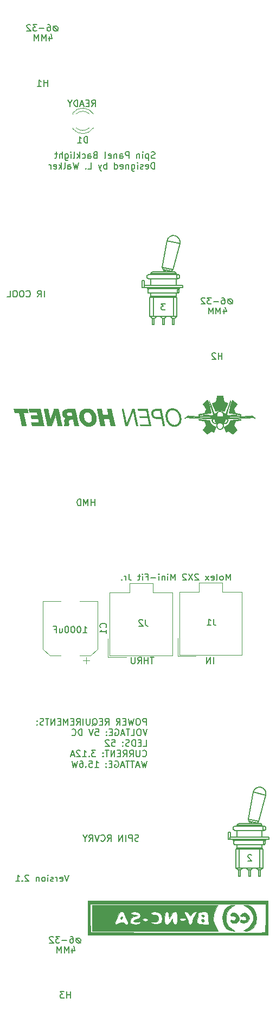
<source format=gbr>
%TF.GenerationSoftware,KiCad,Pcbnew,(5.1.12-1-10_14)*%
%TF.CreationDate,2021-11-21T12:04:54+11:00*%
%TF.ProjectId,SPIN RCV Panel PCB V1,5350494e-2052-4435-9620-50616e656c20,rev?*%
%TF.SameCoordinates,Original*%
%TF.FileFunction,Legend,Bot*%
%TF.FilePolarity,Positive*%
%FSLAX46Y46*%
G04 Gerber Fmt 4.6, Leading zero omitted, Abs format (unit mm)*
G04 Created by KiCad (PCBNEW (5.1.12-1-10_14)) date 2021-11-21 12:04:54*
%MOMM*%
%LPD*%
G01*
G04 APERTURE LIST*
%ADD10C,0.150000*%
%ADD11C,0.010000*%
%ADD12C,0.200000*%
%ADD13C,0.120000*%
G04 APERTURE END LIST*
D10*
X254729714Y-133653161D02*
X254586857Y-133700780D01*
X254348761Y-133700780D01*
X254253523Y-133653161D01*
X254205904Y-133605542D01*
X254158285Y-133510304D01*
X254158285Y-133415066D01*
X254205904Y-133319828D01*
X254253523Y-133272209D01*
X254348761Y-133224590D01*
X254539238Y-133176971D01*
X254634476Y-133129352D01*
X254682095Y-133081733D01*
X254729714Y-132986495D01*
X254729714Y-132891257D01*
X254682095Y-132796019D01*
X254634476Y-132748400D01*
X254539238Y-132700780D01*
X254301142Y-132700780D01*
X254158285Y-132748400D01*
X253729714Y-133700780D02*
X253729714Y-132700780D01*
X253348761Y-132700780D01*
X253253523Y-132748400D01*
X253205904Y-132796019D01*
X253158285Y-132891257D01*
X253158285Y-133034114D01*
X253205904Y-133129352D01*
X253253523Y-133176971D01*
X253348761Y-133224590D01*
X253729714Y-133224590D01*
X252729714Y-133700780D02*
X252729714Y-132700780D01*
X252253523Y-133700780D02*
X252253523Y-132700780D01*
X251682095Y-133700780D01*
X251682095Y-132700780D01*
X249872571Y-133700780D02*
X250205904Y-133224590D01*
X250444000Y-133700780D02*
X250444000Y-132700780D01*
X250063047Y-132700780D01*
X249967809Y-132748400D01*
X249920190Y-132796019D01*
X249872571Y-132891257D01*
X249872571Y-133034114D01*
X249920190Y-133129352D01*
X249967809Y-133176971D01*
X250063047Y-133224590D01*
X250444000Y-133224590D01*
X248872571Y-133605542D02*
X248920190Y-133653161D01*
X249063047Y-133700780D01*
X249158285Y-133700780D01*
X249301142Y-133653161D01*
X249396380Y-133557923D01*
X249444000Y-133462685D01*
X249491619Y-133272209D01*
X249491619Y-133129352D01*
X249444000Y-132938876D01*
X249396380Y-132843638D01*
X249301142Y-132748400D01*
X249158285Y-132700780D01*
X249063047Y-132700780D01*
X248920190Y-132748400D01*
X248872571Y-132796019D01*
X248586857Y-132700780D02*
X248253523Y-133700780D01*
X247920190Y-132700780D01*
X247015428Y-133700780D02*
X247348761Y-133224590D01*
X247586857Y-133700780D02*
X247586857Y-132700780D01*
X247205904Y-132700780D01*
X247110666Y-132748400D01*
X247063047Y-132796019D01*
X247015428Y-132891257D01*
X247015428Y-133034114D01*
X247063047Y-133129352D01*
X247110666Y-133176971D01*
X247205904Y-133224590D01*
X247586857Y-133224590D01*
X246396380Y-133224590D02*
X246396380Y-133700780D01*
X246729714Y-132700780D02*
X246396380Y-133224590D01*
X246063047Y-132700780D01*
X240018533Y-48940980D02*
X240018533Y-47940980D01*
X238970914Y-48940980D02*
X239304247Y-48464790D01*
X239542342Y-48940980D02*
X239542342Y-47940980D01*
X239161390Y-47940980D01*
X239066152Y-47988600D01*
X239018533Y-48036219D01*
X238970914Y-48131457D01*
X238970914Y-48274314D01*
X239018533Y-48369552D01*
X239066152Y-48417171D01*
X239161390Y-48464790D01*
X239542342Y-48464790D01*
X237209009Y-48845742D02*
X237256628Y-48893361D01*
X237399485Y-48940980D01*
X237494723Y-48940980D01*
X237637580Y-48893361D01*
X237732819Y-48798123D01*
X237780438Y-48702885D01*
X237828057Y-48512409D01*
X237828057Y-48369552D01*
X237780438Y-48179076D01*
X237732819Y-48083838D01*
X237637580Y-47988600D01*
X237494723Y-47940980D01*
X237399485Y-47940980D01*
X237256628Y-47988600D01*
X237209009Y-48036219D01*
X236589961Y-47940980D02*
X236399485Y-47940980D01*
X236304247Y-47988600D01*
X236209009Y-48083838D01*
X236161390Y-48274314D01*
X236161390Y-48607647D01*
X236209009Y-48798123D01*
X236304247Y-48893361D01*
X236399485Y-48940980D01*
X236589961Y-48940980D01*
X236685200Y-48893361D01*
X236780438Y-48798123D01*
X236828057Y-48607647D01*
X236828057Y-48274314D01*
X236780438Y-48083838D01*
X236685200Y-47988600D01*
X236589961Y-47940980D01*
X235542342Y-47940980D02*
X235351866Y-47940980D01*
X235256628Y-47988600D01*
X235161390Y-48083838D01*
X235113771Y-48274314D01*
X235113771Y-48607647D01*
X235161390Y-48798123D01*
X235256628Y-48893361D01*
X235351866Y-48940980D01*
X235542342Y-48940980D01*
X235637580Y-48893361D01*
X235732819Y-48798123D01*
X235780438Y-48607647D01*
X235780438Y-48274314D01*
X235732819Y-48083838D01*
X235637580Y-47988600D01*
X235542342Y-47940980D01*
X234209009Y-48940980D02*
X234685200Y-48940980D01*
X234685200Y-47940980D01*
X247889542Y-81427580D02*
X247889542Y-80427580D01*
X247889542Y-80903771D02*
X247318114Y-80903771D01*
X247318114Y-81427580D02*
X247318114Y-80427580D01*
X246841923Y-81427580D02*
X246841923Y-80427580D01*
X246508590Y-81141866D01*
X246175257Y-80427580D01*
X246175257Y-81427580D01*
X245699066Y-81427580D02*
X245699066Y-80427580D01*
X245460971Y-80427580D01*
X245318114Y-80475200D01*
X245222876Y-80570438D01*
X245175257Y-80665676D01*
X245127638Y-80856152D01*
X245127638Y-80999009D01*
X245175257Y-81189485D01*
X245222876Y-81284723D01*
X245318114Y-81379961D01*
X245460971Y-81427580D01*
X245699066Y-81427580D01*
X258905333Y-49972980D02*
X258286285Y-49972980D01*
X258619619Y-50353933D01*
X258476761Y-50353933D01*
X258381523Y-50401552D01*
X258333904Y-50449171D01*
X258286285Y-50544409D01*
X258286285Y-50782504D01*
X258333904Y-50877742D01*
X258381523Y-50925361D01*
X258476761Y-50972980D01*
X258762476Y-50972980D01*
X258857714Y-50925361D01*
X258905333Y-50877742D01*
X269052380Y-93052380D02*
X269052380Y-92052380D01*
X268719047Y-92766666D01*
X268385714Y-92052380D01*
X268385714Y-93052380D01*
X267766666Y-93052380D02*
X267861904Y-93004761D01*
X267909523Y-92957142D01*
X267957142Y-92861904D01*
X267957142Y-92576190D01*
X267909523Y-92480952D01*
X267861904Y-92433333D01*
X267766666Y-92385714D01*
X267623809Y-92385714D01*
X267528571Y-92433333D01*
X267480952Y-92480952D01*
X267433333Y-92576190D01*
X267433333Y-92861904D01*
X267480952Y-92957142D01*
X267528571Y-93004761D01*
X267623809Y-93052380D01*
X267766666Y-93052380D01*
X266861904Y-93052380D02*
X266957142Y-93004761D01*
X267004761Y-92909523D01*
X267004761Y-92052380D01*
X266100000Y-93004761D02*
X266195238Y-93052380D01*
X266385714Y-93052380D01*
X266480952Y-93004761D01*
X266528571Y-92909523D01*
X266528571Y-92528571D01*
X266480952Y-92433333D01*
X266385714Y-92385714D01*
X266195238Y-92385714D01*
X266100000Y-92433333D01*
X266052380Y-92528571D01*
X266052380Y-92623809D01*
X266528571Y-92719047D01*
X265719047Y-93052380D02*
X265195238Y-92385714D01*
X265719047Y-92385714D02*
X265195238Y-93052380D01*
X264100000Y-92147619D02*
X264052380Y-92100000D01*
X263957142Y-92052380D01*
X263719047Y-92052380D01*
X263623809Y-92100000D01*
X263576190Y-92147619D01*
X263528571Y-92242857D01*
X263528571Y-92338095D01*
X263576190Y-92480952D01*
X264147619Y-93052380D01*
X263528571Y-93052380D01*
X263195238Y-92052380D02*
X262528571Y-93052380D01*
X262528571Y-92052380D02*
X263195238Y-93052380D01*
X262195238Y-92147619D02*
X262147619Y-92100000D01*
X262052380Y-92052380D01*
X261814285Y-92052380D01*
X261719047Y-92100000D01*
X261671428Y-92147619D01*
X261623809Y-92242857D01*
X261623809Y-92338095D01*
X261671428Y-92480952D01*
X262242857Y-93052380D01*
X261623809Y-93052380D01*
X260433333Y-93052380D02*
X260433333Y-92052380D01*
X260100000Y-92766666D01*
X259766666Y-92052380D01*
X259766666Y-93052380D01*
X259290476Y-93052380D02*
X259290476Y-92385714D01*
X259290476Y-92052380D02*
X259338095Y-92100000D01*
X259290476Y-92147619D01*
X259242857Y-92100000D01*
X259290476Y-92052380D01*
X259290476Y-92147619D01*
X258814285Y-92385714D02*
X258814285Y-93052380D01*
X258814285Y-92480952D02*
X258766666Y-92433333D01*
X258671428Y-92385714D01*
X258528571Y-92385714D01*
X258433333Y-92433333D01*
X258385714Y-92528571D01*
X258385714Y-93052380D01*
X257909523Y-93052380D02*
X257909523Y-92385714D01*
X257909523Y-92052380D02*
X257957142Y-92100000D01*
X257909523Y-92147619D01*
X257861904Y-92100000D01*
X257909523Y-92052380D01*
X257909523Y-92147619D01*
X257433333Y-92671428D02*
X256671428Y-92671428D01*
X255861904Y-92528571D02*
X256195238Y-92528571D01*
X256195238Y-93052380D02*
X256195238Y-92052380D01*
X255719047Y-92052380D01*
X255338095Y-93052380D02*
X255338095Y-92385714D01*
X255338095Y-92052380D02*
X255385714Y-92100000D01*
X255338095Y-92147619D01*
X255290476Y-92100000D01*
X255338095Y-92052380D01*
X255338095Y-92147619D01*
X255004761Y-92385714D02*
X254623809Y-92385714D01*
X254861904Y-92052380D02*
X254861904Y-92909523D01*
X254814285Y-93004761D01*
X254719047Y-93052380D01*
X254623809Y-93052380D01*
X253242857Y-92052380D02*
X253242857Y-92766666D01*
X253290476Y-92909523D01*
X253385714Y-93004761D01*
X253528571Y-93052380D01*
X253623809Y-93052380D01*
X252766666Y-93052380D02*
X252766666Y-92385714D01*
X252766666Y-92576190D02*
X252719047Y-92480952D01*
X252671428Y-92433333D01*
X252576190Y-92385714D01*
X252480952Y-92385714D01*
X252147619Y-92957142D02*
X252100000Y-93004761D01*
X252147619Y-93052380D01*
X252195238Y-93004761D01*
X252147619Y-92957142D01*
X252147619Y-93052380D01*
X246092409Y-101214180D02*
X246663838Y-101214180D01*
X246378123Y-101214180D02*
X246378123Y-100214180D01*
X246473361Y-100357038D01*
X246568600Y-100452276D01*
X246663838Y-100499895D01*
X245473361Y-100214180D02*
X245378123Y-100214180D01*
X245282885Y-100261800D01*
X245235266Y-100309419D01*
X245187647Y-100404657D01*
X245140028Y-100595133D01*
X245140028Y-100833228D01*
X245187647Y-101023704D01*
X245235266Y-101118942D01*
X245282885Y-101166561D01*
X245378123Y-101214180D01*
X245473361Y-101214180D01*
X245568600Y-101166561D01*
X245616219Y-101118942D01*
X245663838Y-101023704D01*
X245711457Y-100833228D01*
X245711457Y-100595133D01*
X245663838Y-100404657D01*
X245616219Y-100309419D01*
X245568600Y-100261800D01*
X245473361Y-100214180D01*
X244520980Y-100214180D02*
X244425742Y-100214180D01*
X244330504Y-100261800D01*
X244282885Y-100309419D01*
X244235266Y-100404657D01*
X244187647Y-100595133D01*
X244187647Y-100833228D01*
X244235266Y-101023704D01*
X244282885Y-101118942D01*
X244330504Y-101166561D01*
X244425742Y-101214180D01*
X244520980Y-101214180D01*
X244616219Y-101166561D01*
X244663838Y-101118942D01*
X244711457Y-101023704D01*
X244759076Y-100833228D01*
X244759076Y-100595133D01*
X244711457Y-100404657D01*
X244663838Y-100309419D01*
X244616219Y-100261800D01*
X244520980Y-100214180D01*
X243568600Y-100214180D02*
X243473361Y-100214180D01*
X243378123Y-100261800D01*
X243330504Y-100309419D01*
X243282885Y-100404657D01*
X243235266Y-100595133D01*
X243235266Y-100833228D01*
X243282885Y-101023704D01*
X243330504Y-101118942D01*
X243378123Y-101166561D01*
X243473361Y-101214180D01*
X243568600Y-101214180D01*
X243663838Y-101166561D01*
X243711457Y-101118942D01*
X243759076Y-101023704D01*
X243806695Y-100833228D01*
X243806695Y-100595133D01*
X243759076Y-100404657D01*
X243711457Y-100309419D01*
X243663838Y-100261800D01*
X243568600Y-100214180D01*
X242378123Y-100547514D02*
X242378123Y-101214180D01*
X242806695Y-100547514D02*
X242806695Y-101071323D01*
X242759076Y-101166561D01*
X242663838Y-101214180D01*
X242520980Y-101214180D01*
X242425742Y-101166561D01*
X242378123Y-101118942D01*
X241568600Y-100690371D02*
X241901933Y-100690371D01*
X241901933Y-101214180D02*
X241901933Y-100214180D01*
X241425742Y-100214180D01*
X247422800Y-19252380D02*
X247756133Y-18776190D01*
X247994228Y-19252380D02*
X247994228Y-18252380D01*
X247613276Y-18252380D01*
X247518038Y-18300000D01*
X247470419Y-18347619D01*
X247422800Y-18442857D01*
X247422800Y-18585714D01*
X247470419Y-18680952D01*
X247518038Y-18728571D01*
X247613276Y-18776190D01*
X247994228Y-18776190D01*
X246994228Y-18728571D02*
X246660895Y-18728571D01*
X246518038Y-19252380D02*
X246994228Y-19252380D01*
X246994228Y-18252380D01*
X246518038Y-18252380D01*
X246137085Y-18966666D02*
X245660895Y-18966666D01*
X246232323Y-19252380D02*
X245898990Y-18252380D01*
X245565657Y-19252380D01*
X245232323Y-19252380D02*
X245232323Y-18252380D01*
X244994228Y-18252380D01*
X244851371Y-18300000D01*
X244756133Y-18395238D01*
X244708514Y-18490476D01*
X244660895Y-18680952D01*
X244660895Y-18823809D01*
X244708514Y-19014285D01*
X244756133Y-19109523D01*
X244851371Y-19204761D01*
X244994228Y-19252380D01*
X245232323Y-19252380D01*
X244041847Y-18776190D02*
X244041847Y-19252380D01*
X244375180Y-18252380D02*
X244041847Y-18776190D01*
X243708514Y-18252380D01*
X257133333Y-105052380D02*
X256561904Y-105052380D01*
X256847619Y-106052380D02*
X256847619Y-105052380D01*
X256228571Y-106052380D02*
X256228571Y-105052380D01*
X256228571Y-105528571D02*
X255657142Y-105528571D01*
X255657142Y-106052380D02*
X255657142Y-105052380D01*
X254609523Y-106052380D02*
X254942857Y-105576190D01*
X255180952Y-106052380D02*
X255180952Y-105052380D01*
X254800000Y-105052380D01*
X254704761Y-105100000D01*
X254657142Y-105147619D01*
X254609523Y-105242857D01*
X254609523Y-105385714D01*
X254657142Y-105480952D01*
X254704761Y-105528571D01*
X254800000Y-105576190D01*
X255180952Y-105576190D01*
X254180952Y-105052380D02*
X254180952Y-105861904D01*
X254133333Y-105957142D01*
X254085714Y-106004761D01*
X253990476Y-106052380D01*
X253800000Y-106052380D01*
X253704761Y-106004761D01*
X253657142Y-105957142D01*
X253609523Y-105861904D01*
X253609523Y-105052380D01*
X266423809Y-106052380D02*
X266423809Y-105052380D01*
X265947619Y-106052380D02*
X265947619Y-105052380D01*
X265376190Y-106052380D01*
X265376190Y-105052380D01*
X243865476Y-138952380D02*
X243532142Y-139952380D01*
X243198809Y-138952380D01*
X242484523Y-139904761D02*
X242579761Y-139952380D01*
X242770238Y-139952380D01*
X242865476Y-139904761D01*
X242913095Y-139809523D01*
X242913095Y-139428571D01*
X242865476Y-139333333D01*
X242770238Y-139285714D01*
X242579761Y-139285714D01*
X242484523Y-139333333D01*
X242436904Y-139428571D01*
X242436904Y-139523809D01*
X242913095Y-139619047D01*
X242008333Y-139952380D02*
X242008333Y-139285714D01*
X242008333Y-139476190D02*
X241960714Y-139380952D01*
X241913095Y-139333333D01*
X241817857Y-139285714D01*
X241722619Y-139285714D01*
X241436904Y-139904761D02*
X241341666Y-139952380D01*
X241151190Y-139952380D01*
X241055952Y-139904761D01*
X241008333Y-139809523D01*
X241008333Y-139761904D01*
X241055952Y-139666666D01*
X241151190Y-139619047D01*
X241294047Y-139619047D01*
X241389285Y-139571428D01*
X241436904Y-139476190D01*
X241436904Y-139428571D01*
X241389285Y-139333333D01*
X241294047Y-139285714D01*
X241151190Y-139285714D01*
X241055952Y-139333333D01*
X240579761Y-139952380D02*
X240579761Y-139285714D01*
X240579761Y-138952380D02*
X240627380Y-139000000D01*
X240579761Y-139047619D01*
X240532142Y-139000000D01*
X240579761Y-138952380D01*
X240579761Y-139047619D01*
X239960714Y-139952380D02*
X240055952Y-139904761D01*
X240103571Y-139857142D01*
X240151190Y-139761904D01*
X240151190Y-139476190D01*
X240103571Y-139380952D01*
X240055952Y-139333333D01*
X239960714Y-139285714D01*
X239817857Y-139285714D01*
X239722619Y-139333333D01*
X239675000Y-139380952D01*
X239627380Y-139476190D01*
X239627380Y-139761904D01*
X239675000Y-139857142D01*
X239722619Y-139904761D01*
X239817857Y-139952380D01*
X239960714Y-139952380D01*
X239198809Y-139285714D02*
X239198809Y-139952380D01*
X239198809Y-139380952D02*
X239151190Y-139333333D01*
X239055952Y-139285714D01*
X238913095Y-139285714D01*
X238817857Y-139333333D01*
X238770238Y-139428571D01*
X238770238Y-139952380D01*
X237579761Y-139047619D02*
X237532142Y-139000000D01*
X237436904Y-138952380D01*
X237198809Y-138952380D01*
X237103571Y-139000000D01*
X237055952Y-139047619D01*
X237008333Y-139142857D01*
X237008333Y-139238095D01*
X237055952Y-139380952D01*
X237627380Y-139952380D01*
X237008333Y-139952380D01*
X236579761Y-139857142D02*
X236532142Y-139904761D01*
X236579761Y-139952380D01*
X236627380Y-139904761D01*
X236579761Y-139857142D01*
X236579761Y-139952380D01*
X235579761Y-139952380D02*
X236151190Y-139952380D01*
X235865476Y-139952380D02*
X235865476Y-138952380D01*
X235960714Y-139095238D01*
X236055952Y-139190476D01*
X236151190Y-139238095D01*
X255950404Y-115592580D02*
X255950404Y-114592580D01*
X255569452Y-114592580D01*
X255474214Y-114640200D01*
X255426595Y-114687819D01*
X255378976Y-114783057D01*
X255378976Y-114925914D01*
X255426595Y-115021152D01*
X255474214Y-115068771D01*
X255569452Y-115116390D01*
X255950404Y-115116390D01*
X254759928Y-114592580D02*
X254569452Y-114592580D01*
X254474214Y-114640200D01*
X254378976Y-114735438D01*
X254331357Y-114925914D01*
X254331357Y-115259247D01*
X254378976Y-115449723D01*
X254474214Y-115544961D01*
X254569452Y-115592580D01*
X254759928Y-115592580D01*
X254855166Y-115544961D01*
X254950404Y-115449723D01*
X254998023Y-115259247D01*
X254998023Y-114925914D01*
X254950404Y-114735438D01*
X254855166Y-114640200D01*
X254759928Y-114592580D01*
X253998023Y-114592580D02*
X253759928Y-115592580D01*
X253569452Y-114878295D01*
X253378976Y-115592580D01*
X253140880Y-114592580D01*
X252759928Y-115068771D02*
X252426595Y-115068771D01*
X252283738Y-115592580D02*
X252759928Y-115592580D01*
X252759928Y-114592580D01*
X252283738Y-114592580D01*
X251283738Y-115592580D02*
X251617071Y-115116390D01*
X251855166Y-115592580D02*
X251855166Y-114592580D01*
X251474214Y-114592580D01*
X251378976Y-114640200D01*
X251331357Y-114687819D01*
X251283738Y-114783057D01*
X251283738Y-114925914D01*
X251331357Y-115021152D01*
X251378976Y-115068771D01*
X251474214Y-115116390D01*
X251855166Y-115116390D01*
X249521833Y-115592580D02*
X249855166Y-115116390D01*
X250093261Y-115592580D02*
X250093261Y-114592580D01*
X249712309Y-114592580D01*
X249617071Y-114640200D01*
X249569452Y-114687819D01*
X249521833Y-114783057D01*
X249521833Y-114925914D01*
X249569452Y-115021152D01*
X249617071Y-115068771D01*
X249712309Y-115116390D01*
X250093261Y-115116390D01*
X249093261Y-115068771D02*
X248759928Y-115068771D01*
X248617071Y-115592580D02*
X249093261Y-115592580D01*
X249093261Y-114592580D01*
X248617071Y-114592580D01*
X247521833Y-115687819D02*
X247617071Y-115640200D01*
X247712309Y-115544961D01*
X247855166Y-115402104D01*
X247950404Y-115354485D01*
X248045642Y-115354485D01*
X247998023Y-115592580D02*
X248093261Y-115544961D01*
X248188500Y-115449723D01*
X248236119Y-115259247D01*
X248236119Y-114925914D01*
X248188500Y-114735438D01*
X248093261Y-114640200D01*
X247998023Y-114592580D01*
X247807547Y-114592580D01*
X247712309Y-114640200D01*
X247617071Y-114735438D01*
X247569452Y-114925914D01*
X247569452Y-115259247D01*
X247617071Y-115449723D01*
X247712309Y-115544961D01*
X247807547Y-115592580D01*
X247998023Y-115592580D01*
X247140880Y-114592580D02*
X247140880Y-115402104D01*
X247093261Y-115497342D01*
X247045642Y-115544961D01*
X246950404Y-115592580D01*
X246759928Y-115592580D01*
X246664690Y-115544961D01*
X246617071Y-115497342D01*
X246569452Y-115402104D01*
X246569452Y-114592580D01*
X246093261Y-115592580D02*
X246093261Y-114592580D01*
X245045642Y-115592580D02*
X245378976Y-115116390D01*
X245617071Y-115592580D02*
X245617071Y-114592580D01*
X245236119Y-114592580D01*
X245140880Y-114640200D01*
X245093261Y-114687819D01*
X245045642Y-114783057D01*
X245045642Y-114925914D01*
X245093261Y-115021152D01*
X245140880Y-115068771D01*
X245236119Y-115116390D01*
X245617071Y-115116390D01*
X244617071Y-115068771D02*
X244283738Y-115068771D01*
X244140880Y-115592580D02*
X244617071Y-115592580D01*
X244617071Y-114592580D01*
X244140880Y-114592580D01*
X243712309Y-115592580D02*
X243712309Y-114592580D01*
X243378976Y-115306866D01*
X243045642Y-114592580D01*
X243045642Y-115592580D01*
X242569452Y-115068771D02*
X242236119Y-115068771D01*
X242093261Y-115592580D02*
X242569452Y-115592580D01*
X242569452Y-114592580D01*
X242093261Y-114592580D01*
X241664690Y-115592580D02*
X241664690Y-114592580D01*
X241093261Y-115592580D01*
X241093261Y-114592580D01*
X240759928Y-114592580D02*
X240188500Y-114592580D01*
X240474214Y-115592580D02*
X240474214Y-114592580D01*
X239902785Y-115544961D02*
X239759928Y-115592580D01*
X239521833Y-115592580D01*
X239426595Y-115544961D01*
X239378976Y-115497342D01*
X239331357Y-115402104D01*
X239331357Y-115306866D01*
X239378976Y-115211628D01*
X239426595Y-115164009D01*
X239521833Y-115116390D01*
X239712309Y-115068771D01*
X239807547Y-115021152D01*
X239855166Y-114973533D01*
X239902785Y-114878295D01*
X239902785Y-114783057D01*
X239855166Y-114687819D01*
X239807547Y-114640200D01*
X239712309Y-114592580D01*
X239474214Y-114592580D01*
X239331357Y-114640200D01*
X238902785Y-115497342D02*
X238855166Y-115544961D01*
X238902785Y-115592580D01*
X238950404Y-115544961D01*
X238902785Y-115497342D01*
X238902785Y-115592580D01*
X238902785Y-114973533D02*
X238855166Y-115021152D01*
X238902785Y-115068771D01*
X238950404Y-115021152D01*
X238902785Y-114973533D01*
X238902785Y-115068771D01*
X256093261Y-116242580D02*
X255759928Y-117242580D01*
X255426595Y-116242580D01*
X254902785Y-116242580D02*
X254712309Y-116242580D01*
X254617071Y-116290200D01*
X254521833Y-116385438D01*
X254474214Y-116575914D01*
X254474214Y-116909247D01*
X254521833Y-117099723D01*
X254617071Y-117194961D01*
X254712309Y-117242580D01*
X254902785Y-117242580D01*
X254998023Y-117194961D01*
X255093261Y-117099723D01*
X255140880Y-116909247D01*
X255140880Y-116575914D01*
X255093261Y-116385438D01*
X254998023Y-116290200D01*
X254902785Y-116242580D01*
X253569452Y-117242580D02*
X254045642Y-117242580D01*
X254045642Y-116242580D01*
X253378976Y-116242580D02*
X252807547Y-116242580D01*
X253093261Y-117242580D02*
X253093261Y-116242580D01*
X252521833Y-116956866D02*
X252045642Y-116956866D01*
X252617071Y-117242580D02*
X252283738Y-116242580D01*
X251950404Y-117242580D01*
X251093261Y-116290200D02*
X251188500Y-116242580D01*
X251331357Y-116242580D01*
X251474214Y-116290200D01*
X251569452Y-116385438D01*
X251617071Y-116480676D01*
X251664690Y-116671152D01*
X251664690Y-116814009D01*
X251617071Y-117004485D01*
X251569452Y-117099723D01*
X251474214Y-117194961D01*
X251331357Y-117242580D01*
X251236119Y-117242580D01*
X251093261Y-117194961D01*
X251045642Y-117147342D01*
X251045642Y-116814009D01*
X251236119Y-116814009D01*
X250617071Y-116718771D02*
X250283738Y-116718771D01*
X250140880Y-117242580D02*
X250617071Y-117242580D01*
X250617071Y-116242580D01*
X250140880Y-116242580D01*
X249712309Y-117147342D02*
X249664690Y-117194961D01*
X249712309Y-117242580D01*
X249759928Y-117194961D01*
X249712309Y-117147342D01*
X249712309Y-117242580D01*
X249712309Y-116623533D02*
X249664690Y-116671152D01*
X249712309Y-116718771D01*
X249759928Y-116671152D01*
X249712309Y-116623533D01*
X249712309Y-116718771D01*
X247998023Y-116242580D02*
X248474214Y-116242580D01*
X248521833Y-116718771D01*
X248474214Y-116671152D01*
X248378976Y-116623533D01*
X248140880Y-116623533D01*
X248045642Y-116671152D01*
X247998023Y-116718771D01*
X247950404Y-116814009D01*
X247950404Y-117052104D01*
X247998023Y-117147342D01*
X248045642Y-117194961D01*
X248140880Y-117242580D01*
X248378976Y-117242580D01*
X248474214Y-117194961D01*
X248521833Y-117147342D01*
X247664690Y-116242580D02*
X247331357Y-117242580D01*
X246998023Y-116242580D01*
X245902785Y-117242580D02*
X245902785Y-116242580D01*
X245664690Y-116242580D01*
X245521833Y-116290200D01*
X245426595Y-116385438D01*
X245378976Y-116480676D01*
X245331357Y-116671152D01*
X245331357Y-116814009D01*
X245378976Y-117004485D01*
X245426595Y-117099723D01*
X245521833Y-117194961D01*
X245664690Y-117242580D01*
X245902785Y-117242580D01*
X244331357Y-117147342D02*
X244378976Y-117194961D01*
X244521833Y-117242580D01*
X244617071Y-117242580D01*
X244759928Y-117194961D01*
X244855166Y-117099723D01*
X244902785Y-117004485D01*
X244950404Y-116814009D01*
X244950404Y-116671152D01*
X244902785Y-116480676D01*
X244855166Y-116385438D01*
X244759928Y-116290200D01*
X244617071Y-116242580D01*
X244521833Y-116242580D01*
X244378976Y-116290200D01*
X244331357Y-116337819D01*
X255474214Y-118892580D02*
X255950404Y-118892580D01*
X255950404Y-117892580D01*
X255140880Y-118368771D02*
X254807547Y-118368771D01*
X254664690Y-118892580D02*
X255140880Y-118892580D01*
X255140880Y-117892580D01*
X254664690Y-117892580D01*
X254236119Y-118892580D02*
X254236119Y-117892580D01*
X253998023Y-117892580D01*
X253855166Y-117940200D01*
X253759928Y-118035438D01*
X253712309Y-118130676D01*
X253664690Y-118321152D01*
X253664690Y-118464009D01*
X253712309Y-118654485D01*
X253759928Y-118749723D01*
X253855166Y-118844961D01*
X253998023Y-118892580D01*
X254236119Y-118892580D01*
X253283738Y-118844961D02*
X253140880Y-118892580D01*
X252902785Y-118892580D01*
X252807547Y-118844961D01*
X252759928Y-118797342D01*
X252712309Y-118702104D01*
X252712309Y-118606866D01*
X252759928Y-118511628D01*
X252807547Y-118464009D01*
X252902785Y-118416390D01*
X253093261Y-118368771D01*
X253188500Y-118321152D01*
X253236119Y-118273533D01*
X253283738Y-118178295D01*
X253283738Y-118083057D01*
X253236119Y-117987819D01*
X253188500Y-117940200D01*
X253093261Y-117892580D01*
X252855166Y-117892580D01*
X252712309Y-117940200D01*
X252283738Y-118797342D02*
X252236119Y-118844961D01*
X252283738Y-118892580D01*
X252331357Y-118844961D01*
X252283738Y-118797342D01*
X252283738Y-118892580D01*
X252283738Y-118273533D02*
X252236119Y-118321152D01*
X252283738Y-118368771D01*
X252331357Y-118321152D01*
X252283738Y-118273533D01*
X252283738Y-118368771D01*
X250569452Y-117892580D02*
X251045642Y-117892580D01*
X251093261Y-118368771D01*
X251045642Y-118321152D01*
X250950404Y-118273533D01*
X250712309Y-118273533D01*
X250617071Y-118321152D01*
X250569452Y-118368771D01*
X250521833Y-118464009D01*
X250521833Y-118702104D01*
X250569452Y-118797342D01*
X250617071Y-118844961D01*
X250712309Y-118892580D01*
X250950404Y-118892580D01*
X251045642Y-118844961D01*
X251093261Y-118797342D01*
X250140880Y-117987819D02*
X250093261Y-117940200D01*
X249998023Y-117892580D01*
X249759928Y-117892580D01*
X249664690Y-117940200D01*
X249617071Y-117987819D01*
X249569452Y-118083057D01*
X249569452Y-118178295D01*
X249617071Y-118321152D01*
X250188500Y-118892580D01*
X249569452Y-118892580D01*
X255378976Y-120447342D02*
X255426595Y-120494961D01*
X255569452Y-120542580D01*
X255664690Y-120542580D01*
X255807547Y-120494961D01*
X255902785Y-120399723D01*
X255950404Y-120304485D01*
X255998023Y-120114009D01*
X255998023Y-119971152D01*
X255950404Y-119780676D01*
X255902785Y-119685438D01*
X255807547Y-119590200D01*
X255664690Y-119542580D01*
X255569452Y-119542580D01*
X255426595Y-119590200D01*
X255378976Y-119637819D01*
X254950404Y-119542580D02*
X254950404Y-120352104D01*
X254902785Y-120447342D01*
X254855166Y-120494961D01*
X254759928Y-120542580D01*
X254569452Y-120542580D01*
X254474214Y-120494961D01*
X254426595Y-120447342D01*
X254378976Y-120352104D01*
X254378976Y-119542580D01*
X253331357Y-120542580D02*
X253664690Y-120066390D01*
X253902785Y-120542580D02*
X253902785Y-119542580D01*
X253521833Y-119542580D01*
X253426595Y-119590200D01*
X253378976Y-119637819D01*
X253331357Y-119733057D01*
X253331357Y-119875914D01*
X253378976Y-119971152D01*
X253426595Y-120018771D01*
X253521833Y-120066390D01*
X253902785Y-120066390D01*
X252331357Y-120542580D02*
X252664690Y-120066390D01*
X252902785Y-120542580D02*
X252902785Y-119542580D01*
X252521833Y-119542580D01*
X252426595Y-119590200D01*
X252378976Y-119637819D01*
X252331357Y-119733057D01*
X252331357Y-119875914D01*
X252378976Y-119971152D01*
X252426595Y-120018771D01*
X252521833Y-120066390D01*
X252902785Y-120066390D01*
X251902785Y-120018771D02*
X251569452Y-120018771D01*
X251426595Y-120542580D02*
X251902785Y-120542580D01*
X251902785Y-119542580D01*
X251426595Y-119542580D01*
X250998023Y-120542580D02*
X250998023Y-119542580D01*
X250426595Y-120542580D01*
X250426595Y-119542580D01*
X250093261Y-119542580D02*
X249521833Y-119542580D01*
X249807547Y-120542580D02*
X249807547Y-119542580D01*
X249188500Y-120447342D02*
X249140880Y-120494961D01*
X249188500Y-120542580D01*
X249236119Y-120494961D01*
X249188500Y-120447342D01*
X249188500Y-120542580D01*
X249188500Y-119923533D02*
X249140880Y-119971152D01*
X249188500Y-120018771D01*
X249236119Y-119971152D01*
X249188500Y-119923533D01*
X249188500Y-120018771D01*
X248045642Y-119542580D02*
X247426595Y-119542580D01*
X247759928Y-119923533D01*
X247617071Y-119923533D01*
X247521833Y-119971152D01*
X247474214Y-120018771D01*
X247426595Y-120114009D01*
X247426595Y-120352104D01*
X247474214Y-120447342D01*
X247521833Y-120494961D01*
X247617071Y-120542580D01*
X247902785Y-120542580D01*
X247998023Y-120494961D01*
X248045642Y-120447342D01*
X246998023Y-120447342D02*
X246950404Y-120494961D01*
X246998023Y-120542580D01*
X247045642Y-120494961D01*
X246998023Y-120447342D01*
X246998023Y-120542580D01*
X245998023Y-120542580D02*
X246569452Y-120542580D01*
X246283738Y-120542580D02*
X246283738Y-119542580D01*
X246378976Y-119685438D01*
X246474214Y-119780676D01*
X246569452Y-119828295D01*
X245617071Y-119637819D02*
X245569452Y-119590200D01*
X245474214Y-119542580D01*
X245236119Y-119542580D01*
X245140880Y-119590200D01*
X245093261Y-119637819D01*
X245045642Y-119733057D01*
X245045642Y-119828295D01*
X245093261Y-119971152D01*
X245664690Y-120542580D01*
X245045642Y-120542580D01*
X244664690Y-120256866D02*
X244188500Y-120256866D01*
X244759928Y-120542580D02*
X244426595Y-119542580D01*
X244093261Y-120542580D01*
X256045642Y-121192580D02*
X255807547Y-122192580D01*
X255617071Y-121478295D01*
X255426595Y-122192580D01*
X255188500Y-121192580D01*
X254855166Y-121906866D02*
X254378976Y-121906866D01*
X254950404Y-122192580D02*
X254617071Y-121192580D01*
X254283738Y-122192580D01*
X254093261Y-121192580D02*
X253521833Y-121192580D01*
X253807547Y-122192580D02*
X253807547Y-121192580D01*
X253331357Y-121192580D02*
X252759928Y-121192580D01*
X253045642Y-122192580D02*
X253045642Y-121192580D01*
X252474214Y-121906866D02*
X251998023Y-121906866D01*
X252569452Y-122192580D02*
X252236119Y-121192580D01*
X251902785Y-122192580D01*
X251045642Y-121240200D02*
X251140880Y-121192580D01*
X251283738Y-121192580D01*
X251426595Y-121240200D01*
X251521833Y-121335438D01*
X251569452Y-121430676D01*
X251617071Y-121621152D01*
X251617071Y-121764009D01*
X251569452Y-121954485D01*
X251521833Y-122049723D01*
X251426595Y-122144961D01*
X251283738Y-122192580D01*
X251188500Y-122192580D01*
X251045642Y-122144961D01*
X250998023Y-122097342D01*
X250998023Y-121764009D01*
X251188500Y-121764009D01*
X250569452Y-121668771D02*
X250236119Y-121668771D01*
X250093261Y-122192580D02*
X250569452Y-122192580D01*
X250569452Y-121192580D01*
X250093261Y-121192580D01*
X249664690Y-122097342D02*
X249617071Y-122144961D01*
X249664690Y-122192580D01*
X249712309Y-122144961D01*
X249664690Y-122097342D01*
X249664690Y-122192580D01*
X249664690Y-121573533D02*
X249617071Y-121621152D01*
X249664690Y-121668771D01*
X249712309Y-121621152D01*
X249664690Y-121573533D01*
X249664690Y-121668771D01*
X247902785Y-122192580D02*
X248474214Y-122192580D01*
X248188500Y-122192580D02*
X248188500Y-121192580D01*
X248283738Y-121335438D01*
X248378976Y-121430676D01*
X248474214Y-121478295D01*
X246998023Y-121192580D02*
X247474214Y-121192580D01*
X247521833Y-121668771D01*
X247474214Y-121621152D01*
X247378976Y-121573533D01*
X247140880Y-121573533D01*
X247045642Y-121621152D01*
X246998023Y-121668771D01*
X246950404Y-121764009D01*
X246950404Y-122002104D01*
X246998023Y-122097342D01*
X247045642Y-122144961D01*
X247140880Y-122192580D01*
X247378976Y-122192580D01*
X247474214Y-122144961D01*
X247521833Y-122097342D01*
X246521833Y-122097342D02*
X246474214Y-122144961D01*
X246521833Y-122192580D01*
X246569452Y-122144961D01*
X246521833Y-122097342D01*
X246521833Y-122192580D01*
X245617071Y-121192580D02*
X245807547Y-121192580D01*
X245902785Y-121240200D01*
X245950404Y-121287819D01*
X246045642Y-121430676D01*
X246093261Y-121621152D01*
X246093261Y-122002104D01*
X246045642Y-122097342D01*
X245998023Y-122144961D01*
X245902785Y-122192580D01*
X245712309Y-122192580D01*
X245617071Y-122144961D01*
X245569452Y-122097342D01*
X245521833Y-122002104D01*
X245521833Y-121764009D01*
X245569452Y-121668771D01*
X245617071Y-121621152D01*
X245712309Y-121573533D01*
X245902785Y-121573533D01*
X245998023Y-121621152D01*
X246045642Y-121668771D01*
X246093261Y-121764009D01*
X245188500Y-121192580D02*
X244950404Y-122192580D01*
X244759928Y-121478295D01*
X244569452Y-122192580D01*
X244331357Y-121192580D01*
X257287023Y-27279761D02*
X257144166Y-27327380D01*
X256906071Y-27327380D01*
X256810833Y-27279761D01*
X256763214Y-27232142D01*
X256715595Y-27136904D01*
X256715595Y-27041666D01*
X256763214Y-26946428D01*
X256810833Y-26898809D01*
X256906071Y-26851190D01*
X257096547Y-26803571D01*
X257191785Y-26755952D01*
X257239404Y-26708333D01*
X257287023Y-26613095D01*
X257287023Y-26517857D01*
X257239404Y-26422619D01*
X257191785Y-26375000D01*
X257096547Y-26327380D01*
X256858452Y-26327380D01*
X256715595Y-26375000D01*
X256287023Y-26660714D02*
X256287023Y-27660714D01*
X256287023Y-26708333D02*
X256191785Y-26660714D01*
X256001309Y-26660714D01*
X255906071Y-26708333D01*
X255858452Y-26755952D01*
X255810833Y-26851190D01*
X255810833Y-27136904D01*
X255858452Y-27232142D01*
X255906071Y-27279761D01*
X256001309Y-27327380D01*
X256191785Y-27327380D01*
X256287023Y-27279761D01*
X255382261Y-27327380D02*
X255382261Y-26660714D01*
X255382261Y-26327380D02*
X255429880Y-26375000D01*
X255382261Y-26422619D01*
X255334642Y-26375000D01*
X255382261Y-26327380D01*
X255382261Y-26422619D01*
X254906071Y-26660714D02*
X254906071Y-27327380D01*
X254906071Y-26755952D02*
X254858452Y-26708333D01*
X254763214Y-26660714D01*
X254620357Y-26660714D01*
X254525119Y-26708333D01*
X254477500Y-26803571D01*
X254477500Y-27327380D01*
X253239404Y-27327380D02*
X253239404Y-26327380D01*
X252858452Y-26327380D01*
X252763214Y-26375000D01*
X252715595Y-26422619D01*
X252667976Y-26517857D01*
X252667976Y-26660714D01*
X252715595Y-26755952D01*
X252763214Y-26803571D01*
X252858452Y-26851190D01*
X253239404Y-26851190D01*
X251810833Y-27327380D02*
X251810833Y-26803571D01*
X251858452Y-26708333D01*
X251953690Y-26660714D01*
X252144166Y-26660714D01*
X252239404Y-26708333D01*
X251810833Y-27279761D02*
X251906071Y-27327380D01*
X252144166Y-27327380D01*
X252239404Y-27279761D01*
X252287023Y-27184523D01*
X252287023Y-27089285D01*
X252239404Y-26994047D01*
X252144166Y-26946428D01*
X251906071Y-26946428D01*
X251810833Y-26898809D01*
X251334642Y-26660714D02*
X251334642Y-27327380D01*
X251334642Y-26755952D02*
X251287023Y-26708333D01*
X251191785Y-26660714D01*
X251048928Y-26660714D01*
X250953690Y-26708333D01*
X250906071Y-26803571D01*
X250906071Y-27327380D01*
X250048928Y-27279761D02*
X250144166Y-27327380D01*
X250334642Y-27327380D01*
X250429880Y-27279761D01*
X250477500Y-27184523D01*
X250477500Y-26803571D01*
X250429880Y-26708333D01*
X250334642Y-26660714D01*
X250144166Y-26660714D01*
X250048928Y-26708333D01*
X250001309Y-26803571D01*
X250001309Y-26898809D01*
X250477500Y-26994047D01*
X249429880Y-27327380D02*
X249525119Y-27279761D01*
X249572738Y-27184523D01*
X249572738Y-26327380D01*
X247953690Y-26803571D02*
X247810833Y-26851190D01*
X247763214Y-26898809D01*
X247715595Y-26994047D01*
X247715595Y-27136904D01*
X247763214Y-27232142D01*
X247810833Y-27279761D01*
X247906071Y-27327380D01*
X248287023Y-27327380D01*
X248287023Y-26327380D01*
X247953690Y-26327380D01*
X247858452Y-26375000D01*
X247810833Y-26422619D01*
X247763214Y-26517857D01*
X247763214Y-26613095D01*
X247810833Y-26708333D01*
X247858452Y-26755952D01*
X247953690Y-26803571D01*
X248287023Y-26803571D01*
X246858452Y-27327380D02*
X246858452Y-26803571D01*
X246906071Y-26708333D01*
X247001309Y-26660714D01*
X247191785Y-26660714D01*
X247287023Y-26708333D01*
X246858452Y-27279761D02*
X246953690Y-27327380D01*
X247191785Y-27327380D01*
X247287023Y-27279761D01*
X247334642Y-27184523D01*
X247334642Y-27089285D01*
X247287023Y-26994047D01*
X247191785Y-26946428D01*
X246953690Y-26946428D01*
X246858452Y-26898809D01*
X245953690Y-27279761D02*
X246048928Y-27327380D01*
X246239404Y-27327380D01*
X246334642Y-27279761D01*
X246382261Y-27232142D01*
X246429880Y-27136904D01*
X246429880Y-26851190D01*
X246382261Y-26755952D01*
X246334642Y-26708333D01*
X246239404Y-26660714D01*
X246048928Y-26660714D01*
X245953690Y-26708333D01*
X245525119Y-27327380D02*
X245525119Y-26327380D01*
X245429880Y-26946428D02*
X245144166Y-27327380D01*
X245144166Y-26660714D02*
X245525119Y-27041666D01*
X244572738Y-27327380D02*
X244667976Y-27279761D01*
X244715595Y-27184523D01*
X244715595Y-26327380D01*
X244191785Y-27327380D02*
X244191785Y-26660714D01*
X244191785Y-26327380D02*
X244239404Y-26375000D01*
X244191785Y-26422619D01*
X244144166Y-26375000D01*
X244191785Y-26327380D01*
X244191785Y-26422619D01*
X243287023Y-26660714D02*
X243287023Y-27470238D01*
X243334642Y-27565476D01*
X243382261Y-27613095D01*
X243477500Y-27660714D01*
X243620357Y-27660714D01*
X243715595Y-27613095D01*
X243287023Y-27279761D02*
X243382261Y-27327380D01*
X243572738Y-27327380D01*
X243667976Y-27279761D01*
X243715595Y-27232142D01*
X243763214Y-27136904D01*
X243763214Y-26851190D01*
X243715595Y-26755952D01*
X243667976Y-26708333D01*
X243572738Y-26660714D01*
X243382261Y-26660714D01*
X243287023Y-26708333D01*
X242810833Y-27327380D02*
X242810833Y-26327380D01*
X242382261Y-27327380D02*
X242382261Y-26803571D01*
X242429880Y-26708333D01*
X242525119Y-26660714D01*
X242667976Y-26660714D01*
X242763214Y-26708333D01*
X242810833Y-26755952D01*
X242048928Y-26660714D02*
X241667976Y-26660714D01*
X241906071Y-26327380D02*
X241906071Y-27184523D01*
X241858452Y-27279761D01*
X241763214Y-27327380D01*
X241667976Y-27327380D01*
X257239404Y-28977380D02*
X257239404Y-27977380D01*
X257001309Y-27977380D01*
X256858452Y-28025000D01*
X256763214Y-28120238D01*
X256715595Y-28215476D01*
X256667976Y-28405952D01*
X256667976Y-28548809D01*
X256715595Y-28739285D01*
X256763214Y-28834523D01*
X256858452Y-28929761D01*
X257001309Y-28977380D01*
X257239404Y-28977380D01*
X255858452Y-28929761D02*
X255953690Y-28977380D01*
X256144166Y-28977380D01*
X256239404Y-28929761D01*
X256287023Y-28834523D01*
X256287023Y-28453571D01*
X256239404Y-28358333D01*
X256144166Y-28310714D01*
X255953690Y-28310714D01*
X255858452Y-28358333D01*
X255810833Y-28453571D01*
X255810833Y-28548809D01*
X256287023Y-28644047D01*
X255429880Y-28929761D02*
X255334642Y-28977380D01*
X255144166Y-28977380D01*
X255048928Y-28929761D01*
X255001309Y-28834523D01*
X255001309Y-28786904D01*
X255048928Y-28691666D01*
X255144166Y-28644047D01*
X255287023Y-28644047D01*
X255382261Y-28596428D01*
X255429880Y-28501190D01*
X255429880Y-28453571D01*
X255382261Y-28358333D01*
X255287023Y-28310714D01*
X255144166Y-28310714D01*
X255048928Y-28358333D01*
X254572738Y-28977380D02*
X254572738Y-28310714D01*
X254572738Y-27977380D02*
X254620357Y-28025000D01*
X254572738Y-28072619D01*
X254525119Y-28025000D01*
X254572738Y-27977380D01*
X254572738Y-28072619D01*
X253667976Y-28310714D02*
X253667976Y-29120238D01*
X253715595Y-29215476D01*
X253763214Y-29263095D01*
X253858452Y-29310714D01*
X254001309Y-29310714D01*
X254096547Y-29263095D01*
X253667976Y-28929761D02*
X253763214Y-28977380D01*
X253953690Y-28977380D01*
X254048928Y-28929761D01*
X254096547Y-28882142D01*
X254144166Y-28786904D01*
X254144166Y-28501190D01*
X254096547Y-28405952D01*
X254048928Y-28358333D01*
X253953690Y-28310714D01*
X253763214Y-28310714D01*
X253667976Y-28358333D01*
X253191785Y-28310714D02*
X253191785Y-28977380D01*
X253191785Y-28405952D02*
X253144166Y-28358333D01*
X253048928Y-28310714D01*
X252906071Y-28310714D01*
X252810833Y-28358333D01*
X252763214Y-28453571D01*
X252763214Y-28977380D01*
X251906071Y-28929761D02*
X252001309Y-28977380D01*
X252191785Y-28977380D01*
X252287023Y-28929761D01*
X252334642Y-28834523D01*
X252334642Y-28453571D01*
X252287023Y-28358333D01*
X252191785Y-28310714D01*
X252001309Y-28310714D01*
X251906071Y-28358333D01*
X251858452Y-28453571D01*
X251858452Y-28548809D01*
X252334642Y-28644047D01*
X251001309Y-28977380D02*
X251001309Y-27977380D01*
X251001309Y-28929761D02*
X251096547Y-28977380D01*
X251287023Y-28977380D01*
X251382261Y-28929761D01*
X251429880Y-28882142D01*
X251477500Y-28786904D01*
X251477500Y-28501190D01*
X251429880Y-28405952D01*
X251382261Y-28358333D01*
X251287023Y-28310714D01*
X251096547Y-28310714D01*
X251001309Y-28358333D01*
X249763214Y-28977380D02*
X249763214Y-27977380D01*
X249763214Y-28358333D02*
X249667976Y-28310714D01*
X249477500Y-28310714D01*
X249382261Y-28358333D01*
X249334642Y-28405952D01*
X249287023Y-28501190D01*
X249287023Y-28786904D01*
X249334642Y-28882142D01*
X249382261Y-28929761D01*
X249477500Y-28977380D01*
X249667976Y-28977380D01*
X249763214Y-28929761D01*
X248953690Y-28310714D02*
X248715595Y-28977380D01*
X248477500Y-28310714D02*
X248715595Y-28977380D01*
X248810833Y-29215476D01*
X248858452Y-29263095D01*
X248953690Y-29310714D01*
X246858452Y-28977380D02*
X247334642Y-28977380D01*
X247334642Y-27977380D01*
X246525119Y-28882142D02*
X246477500Y-28929761D01*
X246525119Y-28977380D01*
X246572738Y-28929761D01*
X246525119Y-28882142D01*
X246525119Y-28977380D01*
X245382261Y-27977380D02*
X245144166Y-28977380D01*
X244953690Y-28263095D01*
X244763214Y-28977380D01*
X244525119Y-27977380D01*
X243715595Y-28977380D02*
X243715595Y-28453571D01*
X243763214Y-28358333D01*
X243858452Y-28310714D01*
X244048928Y-28310714D01*
X244144166Y-28358333D01*
X243715595Y-28929761D02*
X243810833Y-28977380D01*
X244048928Y-28977380D01*
X244144166Y-28929761D01*
X244191785Y-28834523D01*
X244191785Y-28739285D01*
X244144166Y-28644047D01*
X244048928Y-28596428D01*
X243810833Y-28596428D01*
X243715595Y-28548809D01*
X243096547Y-28977380D02*
X243191785Y-28929761D01*
X243239404Y-28834523D01*
X243239404Y-27977380D01*
X242715595Y-28977380D02*
X242715595Y-27977380D01*
X242620357Y-28596428D02*
X242334642Y-28977380D01*
X242334642Y-28310714D02*
X242715595Y-28691666D01*
X241525119Y-28929761D02*
X241620357Y-28977380D01*
X241810833Y-28977380D01*
X241906071Y-28929761D01*
X241953690Y-28834523D01*
X241953690Y-28453571D01*
X241906071Y-28358333D01*
X241810833Y-28310714D01*
X241620357Y-28310714D01*
X241525119Y-28358333D01*
X241477500Y-28453571D01*
X241477500Y-28548809D01*
X241953690Y-28644047D01*
X241048928Y-28977380D02*
X241048928Y-28310714D01*
X241048928Y-28501190D02*
X241001309Y-28405952D01*
X240953690Y-28358333D01*
X240858452Y-28310714D01*
X240763214Y-28310714D01*
D11*
%TO.C,G\u002A\u002A\u002A*%
G36*
X267453369Y-64328200D02*
G01*
X267432688Y-64328200D01*
X267362855Y-64328208D01*
X267300993Y-64328239D01*
X267246606Y-64328300D01*
X267199199Y-64328399D01*
X267158276Y-64328545D01*
X267123342Y-64328745D01*
X267093900Y-64329007D01*
X267069455Y-64329340D01*
X267049511Y-64329750D01*
X267033573Y-64330247D01*
X267021145Y-64330838D01*
X267011732Y-64331531D01*
X267004837Y-64332334D01*
X266999965Y-64333255D01*
X266996620Y-64334302D01*
X266994689Y-64335249D01*
X266984710Y-64343377D01*
X266978222Y-64352247D01*
X266976830Y-64357723D01*
X266974010Y-64370952D01*
X266969871Y-64391365D01*
X266964524Y-64418389D01*
X266958079Y-64451454D01*
X266950646Y-64489987D01*
X266942334Y-64533417D01*
X266933253Y-64581174D01*
X266923514Y-64632685D01*
X266913226Y-64687379D01*
X266902499Y-64744684D01*
X266895218Y-64783738D01*
X266884244Y-64842492D01*
X266873613Y-64899035D01*
X266863434Y-64952792D01*
X266853822Y-65003190D01*
X266844887Y-65049656D01*
X266836741Y-65091614D01*
X266829496Y-65128491D01*
X266823264Y-65159714D01*
X266818156Y-65184708D01*
X266814285Y-65202901D01*
X266811762Y-65213717D01*
X266810893Y-65216531D01*
X266803192Y-65227974D01*
X266795110Y-65236867D01*
X266790099Y-65239525D01*
X266777996Y-65245066D01*
X266759550Y-65253179D01*
X266735513Y-65263553D01*
X266706633Y-65275877D01*
X266673659Y-65289840D01*
X266637342Y-65305132D01*
X266598430Y-65321441D01*
X266557674Y-65338456D01*
X266515823Y-65355867D01*
X266473627Y-65373362D01*
X266431835Y-65390630D01*
X266391196Y-65407362D01*
X266352461Y-65423244D01*
X266316379Y-65437968D01*
X266283699Y-65451221D01*
X266255172Y-65462693D01*
X266231546Y-65472073D01*
X266213571Y-65479050D01*
X266201997Y-65483313D01*
X266198134Y-65484510D01*
X266197729Y-65485948D01*
X266198608Y-65490046D01*
X266200905Y-65497115D01*
X266204757Y-65507469D01*
X266210300Y-65521418D01*
X266217668Y-65539276D01*
X266226999Y-65561355D01*
X266238428Y-65587968D01*
X266252089Y-65619425D01*
X266268121Y-65656041D01*
X266286657Y-65698127D01*
X266307834Y-65745995D01*
X266331787Y-65799958D01*
X266358653Y-65860328D01*
X266388567Y-65927418D01*
X266421664Y-66001539D01*
X266458081Y-66083005D01*
X266465616Y-66099849D01*
X266496196Y-66168203D01*
X266525867Y-66234495D01*
X266554441Y-66298311D01*
X266581733Y-66359234D01*
X266607554Y-66416847D01*
X266631719Y-66470736D01*
X266654040Y-66520484D01*
X266674331Y-66565675D01*
X266692405Y-66605892D01*
X266708075Y-66640721D01*
X266721155Y-66669745D01*
X266731457Y-66692547D01*
X266738796Y-66708713D01*
X266742983Y-66717825D01*
X266743918Y-66719755D01*
X266746548Y-66721791D01*
X266751824Y-66722206D01*
X266760943Y-66720775D01*
X266775101Y-66717272D01*
X266795495Y-66711472D01*
X266808753Y-66707536D01*
X266869596Y-66690097D01*
X266934792Y-66672808D01*
X267002218Y-66656163D01*
X267069751Y-66640653D01*
X267135266Y-66626770D01*
X267196641Y-66615004D01*
X267240266Y-66607616D01*
X267265675Y-66604511D01*
X267297841Y-66601971D01*
X267335073Y-66600018D01*
X267375680Y-66598671D01*
X267417971Y-66597951D01*
X267460253Y-66597879D01*
X267500837Y-66598476D01*
X267538029Y-66599762D01*
X267570140Y-66601758D01*
X267586909Y-66603379D01*
X267635418Y-66609963D01*
X267690219Y-66619129D01*
X267749665Y-66630518D01*
X267812109Y-66643768D01*
X267875905Y-66658518D01*
X267939405Y-66674407D01*
X268000964Y-66691074D01*
X268043709Y-66703519D01*
X268066595Y-66710347D01*
X268086629Y-66716215D01*
X268102418Y-66720723D01*
X268112572Y-66723475D01*
X268115676Y-66724144D01*
X268117674Y-66720318D01*
X268122870Y-66709141D01*
X268131081Y-66691026D01*
X268142125Y-66666386D01*
X268155820Y-66635633D01*
X268171984Y-66599181D01*
X268190436Y-66557441D01*
X268210992Y-66510826D01*
X268233472Y-66459749D01*
X268257692Y-66404622D01*
X268283472Y-66345858D01*
X268310629Y-66283870D01*
X268338980Y-66219071D01*
X268368345Y-66151872D01*
X268387500Y-66107992D01*
X268417422Y-66039407D01*
X268446423Y-65972901D01*
X268474323Y-65908892D01*
X268500940Y-65847796D01*
X268526093Y-65790030D01*
X268549601Y-65736010D01*
X268571283Y-65686155D01*
X268590958Y-65640879D01*
X268608444Y-65600600D01*
X268623561Y-65565735D01*
X268636127Y-65536701D01*
X268645962Y-65513913D01*
X268652884Y-65497789D01*
X268656712Y-65488746D01*
X268657453Y-65486873D01*
X268653807Y-65484322D01*
X268642662Y-65478798D01*
X268624386Y-65470459D01*
X268599346Y-65459463D01*
X268567912Y-65445967D01*
X268530449Y-65430129D01*
X268487328Y-65412107D01*
X268438914Y-65392057D01*
X268385576Y-65370139D01*
X268373965Y-65365387D01*
X268327089Y-65346172D01*
X268282270Y-65327712D01*
X268240162Y-65310281D01*
X268201420Y-65294155D01*
X268166697Y-65279609D01*
X268136647Y-65266917D01*
X268111924Y-65256355D01*
X268093183Y-65248196D01*
X268081076Y-65242716D01*
X268076495Y-65240373D01*
X268065657Y-65230466D01*
X268056664Y-65218028D01*
X268056158Y-65217068D01*
X268054185Y-65210543D01*
X268050795Y-65196080D01*
X268046065Y-65174076D01*
X268040072Y-65144927D01*
X268032894Y-65109029D01*
X268024609Y-65066779D01*
X268015295Y-65018573D01*
X268005030Y-64964806D01*
X267993890Y-64905876D01*
X267981954Y-64842178D01*
X267970322Y-64779623D01*
X267959406Y-64720864D01*
X267948860Y-64664373D01*
X267938791Y-64610718D01*
X267929309Y-64560466D01*
X267920522Y-64514183D01*
X267912539Y-64472436D01*
X267905469Y-64435794D01*
X267899421Y-64404823D01*
X267894502Y-64380090D01*
X267890823Y-64362162D01*
X267888492Y-64351606D01*
X267887730Y-64348925D01*
X267886001Y-64345613D01*
X267884239Y-64342674D01*
X267881957Y-64340085D01*
X267878666Y-64337825D01*
X267873879Y-64335871D01*
X267867107Y-64334200D01*
X267857863Y-64332791D01*
X267845657Y-64331621D01*
X267830003Y-64330669D01*
X267810411Y-64329911D01*
X267786394Y-64329327D01*
X267757464Y-64328892D01*
X267723133Y-64328586D01*
X267682911Y-64328385D01*
X267636313Y-64328269D01*
X267582848Y-64328214D01*
X267522030Y-64328199D01*
X267453369Y-64328200D01*
G37*
X267453369Y-64328200D02*
X267432688Y-64328200D01*
X267362855Y-64328208D01*
X267300993Y-64328239D01*
X267246606Y-64328300D01*
X267199199Y-64328399D01*
X267158276Y-64328545D01*
X267123342Y-64328745D01*
X267093900Y-64329007D01*
X267069455Y-64329340D01*
X267049511Y-64329750D01*
X267033573Y-64330247D01*
X267021145Y-64330838D01*
X267011732Y-64331531D01*
X267004837Y-64332334D01*
X266999965Y-64333255D01*
X266996620Y-64334302D01*
X266994689Y-64335249D01*
X266984710Y-64343377D01*
X266978222Y-64352247D01*
X266976830Y-64357723D01*
X266974010Y-64370952D01*
X266969871Y-64391365D01*
X266964524Y-64418389D01*
X266958079Y-64451454D01*
X266950646Y-64489987D01*
X266942334Y-64533417D01*
X266933253Y-64581174D01*
X266923514Y-64632685D01*
X266913226Y-64687379D01*
X266902499Y-64744684D01*
X266895218Y-64783738D01*
X266884244Y-64842492D01*
X266873613Y-64899035D01*
X266863434Y-64952792D01*
X266853822Y-65003190D01*
X266844887Y-65049656D01*
X266836741Y-65091614D01*
X266829496Y-65128491D01*
X266823264Y-65159714D01*
X266818156Y-65184708D01*
X266814285Y-65202901D01*
X266811762Y-65213717D01*
X266810893Y-65216531D01*
X266803192Y-65227974D01*
X266795110Y-65236867D01*
X266790099Y-65239525D01*
X266777996Y-65245066D01*
X266759550Y-65253179D01*
X266735513Y-65263553D01*
X266706633Y-65275877D01*
X266673659Y-65289840D01*
X266637342Y-65305132D01*
X266598430Y-65321441D01*
X266557674Y-65338456D01*
X266515823Y-65355867D01*
X266473627Y-65373362D01*
X266431835Y-65390630D01*
X266391196Y-65407362D01*
X266352461Y-65423244D01*
X266316379Y-65437968D01*
X266283699Y-65451221D01*
X266255172Y-65462693D01*
X266231546Y-65472073D01*
X266213571Y-65479050D01*
X266201997Y-65483313D01*
X266198134Y-65484510D01*
X266197729Y-65485948D01*
X266198608Y-65490046D01*
X266200905Y-65497115D01*
X266204757Y-65507469D01*
X266210300Y-65521418D01*
X266217668Y-65539276D01*
X266226999Y-65561355D01*
X266238428Y-65587968D01*
X266252089Y-65619425D01*
X266268121Y-65656041D01*
X266286657Y-65698127D01*
X266307834Y-65745995D01*
X266331787Y-65799958D01*
X266358653Y-65860328D01*
X266388567Y-65927418D01*
X266421664Y-66001539D01*
X266458081Y-66083005D01*
X266465616Y-66099849D01*
X266496196Y-66168203D01*
X266525867Y-66234495D01*
X266554441Y-66298311D01*
X266581733Y-66359234D01*
X266607554Y-66416847D01*
X266631719Y-66470736D01*
X266654040Y-66520484D01*
X266674331Y-66565675D01*
X266692405Y-66605892D01*
X266708075Y-66640721D01*
X266721155Y-66669745D01*
X266731457Y-66692547D01*
X266738796Y-66708713D01*
X266742983Y-66717825D01*
X266743918Y-66719755D01*
X266746548Y-66721791D01*
X266751824Y-66722206D01*
X266760943Y-66720775D01*
X266775101Y-66717272D01*
X266795495Y-66711472D01*
X266808753Y-66707536D01*
X266869596Y-66690097D01*
X266934792Y-66672808D01*
X267002218Y-66656163D01*
X267069751Y-66640653D01*
X267135266Y-66626770D01*
X267196641Y-66615004D01*
X267240266Y-66607616D01*
X267265675Y-66604511D01*
X267297841Y-66601971D01*
X267335073Y-66600018D01*
X267375680Y-66598671D01*
X267417971Y-66597951D01*
X267460253Y-66597879D01*
X267500837Y-66598476D01*
X267538029Y-66599762D01*
X267570140Y-66601758D01*
X267586909Y-66603379D01*
X267635418Y-66609963D01*
X267690219Y-66619129D01*
X267749665Y-66630518D01*
X267812109Y-66643768D01*
X267875905Y-66658518D01*
X267939405Y-66674407D01*
X268000964Y-66691074D01*
X268043709Y-66703519D01*
X268066595Y-66710347D01*
X268086629Y-66716215D01*
X268102418Y-66720723D01*
X268112572Y-66723475D01*
X268115676Y-66724144D01*
X268117674Y-66720318D01*
X268122870Y-66709141D01*
X268131081Y-66691026D01*
X268142125Y-66666386D01*
X268155820Y-66635633D01*
X268171984Y-66599181D01*
X268190436Y-66557441D01*
X268210992Y-66510826D01*
X268233472Y-66459749D01*
X268257692Y-66404622D01*
X268283472Y-66345858D01*
X268310629Y-66283870D01*
X268338980Y-66219071D01*
X268368345Y-66151872D01*
X268387500Y-66107992D01*
X268417422Y-66039407D01*
X268446423Y-65972901D01*
X268474323Y-65908892D01*
X268500940Y-65847796D01*
X268526093Y-65790030D01*
X268549601Y-65736010D01*
X268571283Y-65686155D01*
X268590958Y-65640879D01*
X268608444Y-65600600D01*
X268623561Y-65565735D01*
X268636127Y-65536701D01*
X268645962Y-65513913D01*
X268652884Y-65497789D01*
X268656712Y-65488746D01*
X268657453Y-65486873D01*
X268653807Y-65484322D01*
X268642662Y-65478798D01*
X268624386Y-65470459D01*
X268599346Y-65459463D01*
X268567912Y-65445967D01*
X268530449Y-65430129D01*
X268487328Y-65412107D01*
X268438914Y-65392057D01*
X268385576Y-65370139D01*
X268373965Y-65365387D01*
X268327089Y-65346172D01*
X268282270Y-65327712D01*
X268240162Y-65310281D01*
X268201420Y-65294155D01*
X268166697Y-65279609D01*
X268136647Y-65266917D01*
X268111924Y-65256355D01*
X268093183Y-65248196D01*
X268081076Y-65242716D01*
X268076495Y-65240373D01*
X268065657Y-65230466D01*
X268056664Y-65218028D01*
X268056158Y-65217068D01*
X268054185Y-65210543D01*
X268050795Y-65196080D01*
X268046065Y-65174076D01*
X268040072Y-65144927D01*
X268032894Y-65109029D01*
X268024609Y-65066779D01*
X268015295Y-65018573D01*
X268005030Y-64964806D01*
X267993890Y-64905876D01*
X267981954Y-64842178D01*
X267970322Y-64779623D01*
X267959406Y-64720864D01*
X267948860Y-64664373D01*
X267938791Y-64610718D01*
X267929309Y-64560466D01*
X267920522Y-64514183D01*
X267912539Y-64472436D01*
X267905469Y-64435794D01*
X267899421Y-64404823D01*
X267894502Y-64380090D01*
X267890823Y-64362162D01*
X267888492Y-64351606D01*
X267887730Y-64348925D01*
X267886001Y-64345613D01*
X267884239Y-64342674D01*
X267881957Y-64340085D01*
X267878666Y-64337825D01*
X267873879Y-64335871D01*
X267867107Y-64334200D01*
X267857863Y-64332791D01*
X267845657Y-64331621D01*
X267830003Y-64330669D01*
X267810411Y-64329911D01*
X267786394Y-64329327D01*
X267757464Y-64328892D01*
X267723133Y-64328586D01*
X267682911Y-64328385D01*
X267636313Y-64328269D01*
X267582848Y-64328214D01*
X267522030Y-64328199D01*
X267453369Y-64328200D01*
G36*
X265412013Y-64990636D02*
G01*
X265407536Y-64993947D01*
X265397598Y-65002783D01*
X265382695Y-65016654D01*
X265363321Y-65035067D01*
X265339971Y-65057530D01*
X265313140Y-65083551D01*
X265283323Y-65112639D01*
X265251016Y-65144302D01*
X265216712Y-65178047D01*
X265180908Y-65213382D01*
X265144097Y-65249816D01*
X265106775Y-65286857D01*
X265069437Y-65324013D01*
X265032577Y-65360791D01*
X264996691Y-65396701D01*
X264962274Y-65431249D01*
X264929820Y-65463945D01*
X264899825Y-65494295D01*
X264872783Y-65521809D01*
X264849189Y-65545994D01*
X264829539Y-65566359D01*
X264814326Y-65582410D01*
X264804047Y-65593657D01*
X264799196Y-65599608D01*
X264799018Y-65599913D01*
X264794479Y-65615912D01*
X264794748Y-65626036D01*
X264797627Y-65632217D01*
X264805353Y-65645260D01*
X264817888Y-65665111D01*
X264835198Y-65691715D01*
X264857245Y-65725017D01*
X264883993Y-65764963D01*
X264915406Y-65811497D01*
X264951447Y-65864566D01*
X264992080Y-65924115D01*
X265036997Y-65989691D01*
X265076317Y-66047103D01*
X265112819Y-66100598D01*
X265146294Y-66149866D01*
X265176537Y-66194596D01*
X265203339Y-66234479D01*
X265226494Y-66269203D01*
X265245794Y-66298459D01*
X265261033Y-66321936D01*
X265272003Y-66339324D01*
X265278496Y-66350312D01*
X265280311Y-66354195D01*
X265282018Y-66367028D01*
X265281605Y-66377930D01*
X265281529Y-66378293D01*
X265279330Y-66384586D01*
X265274087Y-66397838D01*
X265266114Y-66417313D01*
X265255730Y-66442274D01*
X265243250Y-66471986D01*
X265228991Y-66505714D01*
X265213270Y-66542721D01*
X265196404Y-66582271D01*
X265178709Y-66623630D01*
X265160501Y-66666061D01*
X265142098Y-66708828D01*
X265123816Y-66751196D01*
X265105972Y-66792429D01*
X265088882Y-66831791D01*
X265072862Y-66868546D01*
X265058231Y-66901958D01*
X265045303Y-66931293D01*
X265034396Y-66955813D01*
X265025827Y-66974784D01*
X265019912Y-66987469D01*
X265016967Y-66993133D01*
X265016901Y-66993221D01*
X265006929Y-67003055D01*
X264997194Y-67009709D01*
X264991502Y-67011296D01*
X264978064Y-67014303D01*
X264957460Y-67018615D01*
X264930271Y-67024119D01*
X264897078Y-67030703D01*
X264858461Y-67038253D01*
X264815001Y-67046656D01*
X264767278Y-67055799D01*
X264715873Y-67065568D01*
X264661367Y-67075851D01*
X264604340Y-67086535D01*
X264573176Y-67092342D01*
X264505458Y-67104942D01*
X264445566Y-67116100D01*
X264393003Y-67125921D01*
X264347271Y-67134509D01*
X264307873Y-67141969D01*
X264274311Y-67148406D01*
X264246086Y-67153924D01*
X264222703Y-67158628D01*
X264203662Y-67162622D01*
X264188466Y-67166011D01*
X264176618Y-67168899D01*
X264167619Y-67171390D01*
X264160973Y-67173591D01*
X264156181Y-67175604D01*
X264152746Y-67177535D01*
X264150169Y-67179488D01*
X264147955Y-67181568D01*
X264147816Y-67181705D01*
X264135116Y-67194307D01*
X264132454Y-67342333D01*
X264142252Y-67341901D01*
X264148037Y-67340835D01*
X264161295Y-67337914D01*
X264181279Y-67333315D01*
X264207242Y-67327217D01*
X264238438Y-67319797D01*
X264274119Y-67311232D01*
X264313540Y-67301700D01*
X264355954Y-67291378D01*
X264399700Y-67280670D01*
X264493619Y-67257742D01*
X264579738Y-67236992D01*
X264658414Y-67218339D01*
X264730007Y-67201702D01*
X264794874Y-67186997D01*
X264853374Y-67174143D01*
X264905866Y-67163058D01*
X264952708Y-67153661D01*
X264971200Y-67150119D01*
X264985951Y-67147427D01*
X265008403Y-67143455D01*
X265037905Y-67138312D01*
X265073807Y-67132109D01*
X265115457Y-67124959D01*
X265162206Y-67116971D01*
X265213402Y-67108257D01*
X265268395Y-67098927D01*
X265326535Y-67089092D01*
X265387170Y-67078864D01*
X265449650Y-67068354D01*
X265513324Y-67057671D01*
X265519417Y-67056651D01*
X265581938Y-67046141D01*
X265642494Y-67035889D01*
X265700517Y-67025993D01*
X265755438Y-67016555D01*
X265806691Y-67007673D01*
X265853706Y-66999449D01*
X265895916Y-66991982D01*
X265932753Y-66985372D01*
X265963649Y-66979719D01*
X265988035Y-66975123D01*
X266005343Y-66971685D01*
X266015006Y-66969503D01*
X266016146Y-66969171D01*
X266030466Y-66964166D01*
X266038197Y-66960243D01*
X266040912Y-66956239D01*
X266040291Y-66951339D01*
X266038373Y-66944589D01*
X266036099Y-66936023D01*
X266033400Y-66925320D01*
X266030204Y-66912156D01*
X266026440Y-66896209D01*
X266022037Y-66877157D01*
X266016925Y-66854675D01*
X266011032Y-66828443D01*
X266004288Y-66798136D01*
X265996622Y-66763432D01*
X265987963Y-66724010D01*
X265978240Y-66679545D01*
X265967382Y-66629715D01*
X265955318Y-66574197D01*
X265941977Y-66512669D01*
X265927289Y-66444809D01*
X265911183Y-66370292D01*
X265893588Y-66288797D01*
X265874432Y-66200001D01*
X265853646Y-66103581D01*
X265831157Y-65999214D01*
X265830487Y-65996102D01*
X265643067Y-65126121D01*
X265544656Y-65058419D01*
X265518615Y-65040730D01*
X265494338Y-65024670D01*
X265472837Y-65010872D01*
X265455121Y-64999971D01*
X265442198Y-64992602D01*
X265435081Y-64989398D01*
X265434694Y-64989327D01*
X265421278Y-64989276D01*
X265412013Y-64990636D01*
G37*
X265412013Y-64990636D02*
X265407536Y-64993947D01*
X265397598Y-65002783D01*
X265382695Y-65016654D01*
X265363321Y-65035067D01*
X265339971Y-65057530D01*
X265313140Y-65083551D01*
X265283323Y-65112639D01*
X265251016Y-65144302D01*
X265216712Y-65178047D01*
X265180908Y-65213382D01*
X265144097Y-65249816D01*
X265106775Y-65286857D01*
X265069437Y-65324013D01*
X265032577Y-65360791D01*
X264996691Y-65396701D01*
X264962274Y-65431249D01*
X264929820Y-65463945D01*
X264899825Y-65494295D01*
X264872783Y-65521809D01*
X264849189Y-65545994D01*
X264829539Y-65566359D01*
X264814326Y-65582410D01*
X264804047Y-65593657D01*
X264799196Y-65599608D01*
X264799018Y-65599913D01*
X264794479Y-65615912D01*
X264794748Y-65626036D01*
X264797627Y-65632217D01*
X264805353Y-65645260D01*
X264817888Y-65665111D01*
X264835198Y-65691715D01*
X264857245Y-65725017D01*
X264883993Y-65764963D01*
X264915406Y-65811497D01*
X264951447Y-65864566D01*
X264992080Y-65924115D01*
X265036997Y-65989691D01*
X265076317Y-66047103D01*
X265112819Y-66100598D01*
X265146294Y-66149866D01*
X265176537Y-66194596D01*
X265203339Y-66234479D01*
X265226494Y-66269203D01*
X265245794Y-66298459D01*
X265261033Y-66321936D01*
X265272003Y-66339324D01*
X265278496Y-66350312D01*
X265280311Y-66354195D01*
X265282018Y-66367028D01*
X265281605Y-66377930D01*
X265281529Y-66378293D01*
X265279330Y-66384586D01*
X265274087Y-66397838D01*
X265266114Y-66417313D01*
X265255730Y-66442274D01*
X265243250Y-66471986D01*
X265228991Y-66505714D01*
X265213270Y-66542721D01*
X265196404Y-66582271D01*
X265178709Y-66623630D01*
X265160501Y-66666061D01*
X265142098Y-66708828D01*
X265123816Y-66751196D01*
X265105972Y-66792429D01*
X265088882Y-66831791D01*
X265072862Y-66868546D01*
X265058231Y-66901958D01*
X265045303Y-66931293D01*
X265034396Y-66955813D01*
X265025827Y-66974784D01*
X265019912Y-66987469D01*
X265016967Y-66993133D01*
X265016901Y-66993221D01*
X265006929Y-67003055D01*
X264997194Y-67009709D01*
X264991502Y-67011296D01*
X264978064Y-67014303D01*
X264957460Y-67018615D01*
X264930271Y-67024119D01*
X264897078Y-67030703D01*
X264858461Y-67038253D01*
X264815001Y-67046656D01*
X264767278Y-67055799D01*
X264715873Y-67065568D01*
X264661367Y-67075851D01*
X264604340Y-67086535D01*
X264573176Y-67092342D01*
X264505458Y-67104942D01*
X264445566Y-67116100D01*
X264393003Y-67125921D01*
X264347271Y-67134509D01*
X264307873Y-67141969D01*
X264274311Y-67148406D01*
X264246086Y-67153924D01*
X264222703Y-67158628D01*
X264203662Y-67162622D01*
X264188466Y-67166011D01*
X264176618Y-67168899D01*
X264167619Y-67171390D01*
X264160973Y-67173591D01*
X264156181Y-67175604D01*
X264152746Y-67177535D01*
X264150169Y-67179488D01*
X264147955Y-67181568D01*
X264147816Y-67181705D01*
X264135116Y-67194307D01*
X264132454Y-67342333D01*
X264142252Y-67341901D01*
X264148037Y-67340835D01*
X264161295Y-67337914D01*
X264181279Y-67333315D01*
X264207242Y-67327217D01*
X264238438Y-67319797D01*
X264274119Y-67311232D01*
X264313540Y-67301700D01*
X264355954Y-67291378D01*
X264399700Y-67280670D01*
X264493619Y-67257742D01*
X264579738Y-67236992D01*
X264658414Y-67218339D01*
X264730007Y-67201702D01*
X264794874Y-67186997D01*
X264853374Y-67174143D01*
X264905866Y-67163058D01*
X264952708Y-67153661D01*
X264971200Y-67150119D01*
X264985951Y-67147427D01*
X265008403Y-67143455D01*
X265037905Y-67138312D01*
X265073807Y-67132109D01*
X265115457Y-67124959D01*
X265162206Y-67116971D01*
X265213402Y-67108257D01*
X265268395Y-67098927D01*
X265326535Y-67089092D01*
X265387170Y-67078864D01*
X265449650Y-67068354D01*
X265513324Y-67057671D01*
X265519417Y-67056651D01*
X265581938Y-67046141D01*
X265642494Y-67035889D01*
X265700517Y-67025993D01*
X265755438Y-67016555D01*
X265806691Y-67007673D01*
X265853706Y-66999449D01*
X265895916Y-66991982D01*
X265932753Y-66985372D01*
X265963649Y-66979719D01*
X265988035Y-66975123D01*
X266005343Y-66971685D01*
X266015006Y-66969503D01*
X266016146Y-66969171D01*
X266030466Y-66964166D01*
X266038197Y-66960243D01*
X266040912Y-66956239D01*
X266040291Y-66951339D01*
X266038373Y-66944589D01*
X266036099Y-66936023D01*
X266033400Y-66925320D01*
X266030204Y-66912156D01*
X266026440Y-66896209D01*
X266022037Y-66877157D01*
X266016925Y-66854675D01*
X266011032Y-66828443D01*
X266004288Y-66798136D01*
X265996622Y-66763432D01*
X265987963Y-66724010D01*
X265978240Y-66679545D01*
X265967382Y-66629715D01*
X265955318Y-66574197D01*
X265941977Y-66512669D01*
X265927289Y-66444809D01*
X265911183Y-66370292D01*
X265893588Y-66288797D01*
X265874432Y-66200001D01*
X265853646Y-66103581D01*
X265831157Y-65999214D01*
X265830487Y-65996102D01*
X265643067Y-65126121D01*
X265544656Y-65058419D01*
X265518615Y-65040730D01*
X265494338Y-65024670D01*
X265472837Y-65010872D01*
X265455121Y-64999971D01*
X265442198Y-64992602D01*
X265435081Y-64989398D01*
X265434694Y-64989327D01*
X265421278Y-64989276D01*
X265412013Y-64990636D01*
G36*
X269441531Y-64988743D02*
G01*
X269435523Y-64989092D01*
X269429322Y-64990396D01*
X269422026Y-64993177D01*
X269412733Y-64997962D01*
X269400541Y-65005273D01*
X269384547Y-65015636D01*
X269363849Y-65029575D01*
X269337545Y-65047614D01*
X269323168Y-65057535D01*
X269223785Y-65126183D01*
X269032577Y-66012890D01*
X269014152Y-66098291D01*
X268996146Y-66181669D01*
X268978644Y-66262634D01*
X268961731Y-66340793D01*
X268945493Y-66415754D01*
X268930015Y-66487125D01*
X268915383Y-66554513D01*
X268901681Y-66617528D01*
X268888995Y-66675777D01*
X268877411Y-66728867D01*
X268867014Y-66776408D01*
X268857889Y-66818006D01*
X268850122Y-66853271D01*
X268843798Y-66881809D01*
X268839002Y-66903229D01*
X268835820Y-66917139D01*
X268834365Y-66923056D01*
X268830109Y-66937195D01*
X268826568Y-66948751D01*
X268825051Y-66953553D01*
X268825435Y-66957840D01*
X268830578Y-66961855D01*
X268841837Y-66966418D01*
X268851712Y-66969640D01*
X268859656Y-66971520D01*
X268875390Y-66974683D01*
X268898349Y-66979028D01*
X268927969Y-66984457D01*
X268963685Y-66990871D01*
X269004935Y-66998170D01*
X269051154Y-67006256D01*
X269101777Y-67015031D01*
X269156242Y-67024393D01*
X269213982Y-67034246D01*
X269274436Y-67044489D01*
X269337038Y-67055025D01*
X269361167Y-67059066D01*
X269445770Y-67073222D01*
X269522704Y-67086116D01*
X269592650Y-67097885D01*
X269656290Y-67108665D01*
X269714305Y-67118591D01*
X269767376Y-67127799D01*
X269816184Y-67136426D01*
X269861412Y-67144607D01*
X269903740Y-67152478D01*
X269943849Y-67160175D01*
X269982422Y-67167834D01*
X270020139Y-67175591D01*
X270057682Y-67183582D01*
X270095731Y-67191943D01*
X270134970Y-67200810D01*
X270176078Y-67210318D01*
X270219737Y-67220604D01*
X270266629Y-67231804D01*
X270317435Y-67244053D01*
X270372836Y-67257488D01*
X270433514Y-67272244D01*
X270450925Y-67276481D01*
X270497459Y-67287785D01*
X270541630Y-67298475D01*
X270582742Y-67308386D01*
X270620096Y-67317351D01*
X270652995Y-67325204D01*
X270680741Y-67331779D01*
X270702638Y-67336909D01*
X270717987Y-67340429D01*
X270726090Y-67342171D01*
X270727150Y-67342333D01*
X270729309Y-67340636D01*
X270730868Y-67334874D01*
X270731906Y-67324036D01*
X270732507Y-67307112D01*
X270732750Y-67283093D01*
X270732766Y-67272682D01*
X270732550Y-67243112D01*
X270731729Y-67220746D01*
X270730053Y-67204326D01*
X270727265Y-67192597D01*
X270723114Y-67184302D01*
X270717345Y-67178185D01*
X270713059Y-67175075D01*
X270707351Y-67173280D01*
X270693741Y-67170068D01*
X270672663Y-67165523D01*
X270644549Y-67159730D01*
X270609829Y-67152774D01*
X270568936Y-67144741D01*
X270522302Y-67135715D01*
X270470359Y-67125780D01*
X270413538Y-67115022D01*
X270352271Y-67103526D01*
X270291437Y-67092201D01*
X270223301Y-67079551D01*
X270162995Y-67068326D01*
X270110019Y-67058423D01*
X270063877Y-67049739D01*
X270024069Y-67042173D01*
X269990098Y-67035623D01*
X269961464Y-67029985D01*
X269937669Y-67025159D01*
X269918216Y-67021041D01*
X269902605Y-67017530D01*
X269890338Y-67014523D01*
X269880918Y-67011919D01*
X269873845Y-67009615D01*
X269868621Y-67007508D01*
X269864748Y-67005497D01*
X269862920Y-67004331D01*
X269859736Y-67002012D01*
X269856638Y-66999225D01*
X269853377Y-66995443D01*
X269849707Y-66990134D01*
X269845380Y-66982771D01*
X269840149Y-66972825D01*
X269833766Y-66959765D01*
X269825984Y-66943064D01*
X269816556Y-66922191D01*
X269805234Y-66896618D01*
X269791771Y-66865816D01*
X269775920Y-66829256D01*
X269757432Y-66786407D01*
X269736062Y-66736742D01*
X269716089Y-66690271D01*
X269691337Y-66632639D01*
X269669747Y-66582247D01*
X269651128Y-66538559D01*
X269635290Y-66501039D01*
X269622042Y-66469153D01*
X269611195Y-66442363D01*
X269602559Y-66420136D01*
X269595943Y-66401935D01*
X269591157Y-66387225D01*
X269588012Y-66375470D01*
X269586316Y-66366134D01*
X269585881Y-66358683D01*
X269586515Y-66352580D01*
X269588029Y-66347291D01*
X269590232Y-66342279D01*
X269591596Y-66339588D01*
X269594814Y-66334491D01*
X269602493Y-66322913D01*
X269614298Y-66305349D01*
X269629891Y-66282292D01*
X269648935Y-66254238D01*
X269671094Y-66221682D01*
X269696031Y-66185116D01*
X269723409Y-66145037D01*
X269752892Y-66101939D01*
X269784142Y-66056316D01*
X269816823Y-66008662D01*
X269831436Y-65987374D01*
X269864601Y-65939022D01*
X269896448Y-65892500D01*
X269926642Y-65848300D01*
X269954851Y-65806915D01*
X269980740Y-65768838D01*
X270003976Y-65734560D01*
X270024225Y-65704575D01*
X270041154Y-65679375D01*
X270054429Y-65659453D01*
X270063716Y-65645302D01*
X270068682Y-65637413D01*
X270069413Y-65636050D01*
X270071151Y-65631611D01*
X270072496Y-65627473D01*
X270073125Y-65623270D01*
X270072712Y-65618637D01*
X270070933Y-65613207D01*
X270067464Y-65606617D01*
X270061980Y-65598499D01*
X270054157Y-65588488D01*
X270043670Y-65576219D01*
X270030195Y-65561327D01*
X270013408Y-65543445D01*
X269992983Y-65522208D01*
X269968597Y-65497251D01*
X269939925Y-65468208D01*
X269906643Y-65434713D01*
X269868426Y-65396401D01*
X269824949Y-65352906D01*
X269775889Y-65303863D01*
X269764322Y-65292300D01*
X269460512Y-64988600D01*
X269441531Y-64988743D01*
G37*
X269441531Y-64988743D02*
X269435523Y-64989092D01*
X269429322Y-64990396D01*
X269422026Y-64993177D01*
X269412733Y-64997962D01*
X269400541Y-65005273D01*
X269384547Y-65015636D01*
X269363849Y-65029575D01*
X269337545Y-65047614D01*
X269323168Y-65057535D01*
X269223785Y-65126183D01*
X269032577Y-66012890D01*
X269014152Y-66098291D01*
X268996146Y-66181669D01*
X268978644Y-66262634D01*
X268961731Y-66340793D01*
X268945493Y-66415754D01*
X268930015Y-66487125D01*
X268915383Y-66554513D01*
X268901681Y-66617528D01*
X268888995Y-66675777D01*
X268877411Y-66728867D01*
X268867014Y-66776408D01*
X268857889Y-66818006D01*
X268850122Y-66853271D01*
X268843798Y-66881809D01*
X268839002Y-66903229D01*
X268835820Y-66917139D01*
X268834365Y-66923056D01*
X268830109Y-66937195D01*
X268826568Y-66948751D01*
X268825051Y-66953553D01*
X268825435Y-66957840D01*
X268830578Y-66961855D01*
X268841837Y-66966418D01*
X268851712Y-66969640D01*
X268859656Y-66971520D01*
X268875390Y-66974683D01*
X268898349Y-66979028D01*
X268927969Y-66984457D01*
X268963685Y-66990871D01*
X269004935Y-66998170D01*
X269051154Y-67006256D01*
X269101777Y-67015031D01*
X269156242Y-67024393D01*
X269213982Y-67034246D01*
X269274436Y-67044489D01*
X269337038Y-67055025D01*
X269361167Y-67059066D01*
X269445770Y-67073222D01*
X269522704Y-67086116D01*
X269592650Y-67097885D01*
X269656290Y-67108665D01*
X269714305Y-67118591D01*
X269767376Y-67127799D01*
X269816184Y-67136426D01*
X269861412Y-67144607D01*
X269903740Y-67152478D01*
X269943849Y-67160175D01*
X269982422Y-67167834D01*
X270020139Y-67175591D01*
X270057682Y-67183582D01*
X270095731Y-67191943D01*
X270134970Y-67200810D01*
X270176078Y-67210318D01*
X270219737Y-67220604D01*
X270266629Y-67231804D01*
X270317435Y-67244053D01*
X270372836Y-67257488D01*
X270433514Y-67272244D01*
X270450925Y-67276481D01*
X270497459Y-67287785D01*
X270541630Y-67298475D01*
X270582742Y-67308386D01*
X270620096Y-67317351D01*
X270652995Y-67325204D01*
X270680741Y-67331779D01*
X270702638Y-67336909D01*
X270717987Y-67340429D01*
X270726090Y-67342171D01*
X270727150Y-67342333D01*
X270729309Y-67340636D01*
X270730868Y-67334874D01*
X270731906Y-67324036D01*
X270732507Y-67307112D01*
X270732750Y-67283093D01*
X270732766Y-67272682D01*
X270732550Y-67243112D01*
X270731729Y-67220746D01*
X270730053Y-67204326D01*
X270727265Y-67192597D01*
X270723114Y-67184302D01*
X270717345Y-67178185D01*
X270713059Y-67175075D01*
X270707351Y-67173280D01*
X270693741Y-67170068D01*
X270672663Y-67165523D01*
X270644549Y-67159730D01*
X270609829Y-67152774D01*
X270568936Y-67144741D01*
X270522302Y-67135715D01*
X270470359Y-67125780D01*
X270413538Y-67115022D01*
X270352271Y-67103526D01*
X270291437Y-67092201D01*
X270223301Y-67079551D01*
X270162995Y-67068326D01*
X270110019Y-67058423D01*
X270063877Y-67049739D01*
X270024069Y-67042173D01*
X269990098Y-67035623D01*
X269961464Y-67029985D01*
X269937669Y-67025159D01*
X269918216Y-67021041D01*
X269902605Y-67017530D01*
X269890338Y-67014523D01*
X269880918Y-67011919D01*
X269873845Y-67009615D01*
X269868621Y-67007508D01*
X269864748Y-67005497D01*
X269862920Y-67004331D01*
X269859736Y-67002012D01*
X269856638Y-66999225D01*
X269853377Y-66995443D01*
X269849707Y-66990134D01*
X269845380Y-66982771D01*
X269840149Y-66972825D01*
X269833766Y-66959765D01*
X269825984Y-66943064D01*
X269816556Y-66922191D01*
X269805234Y-66896618D01*
X269791771Y-66865816D01*
X269775920Y-66829256D01*
X269757432Y-66786407D01*
X269736062Y-66736742D01*
X269716089Y-66690271D01*
X269691337Y-66632639D01*
X269669747Y-66582247D01*
X269651128Y-66538559D01*
X269635290Y-66501039D01*
X269622042Y-66469153D01*
X269611195Y-66442363D01*
X269602559Y-66420136D01*
X269595943Y-66401935D01*
X269591157Y-66387225D01*
X269588012Y-66375470D01*
X269586316Y-66366134D01*
X269585881Y-66358683D01*
X269586515Y-66352580D01*
X269588029Y-66347291D01*
X269590232Y-66342279D01*
X269591596Y-66339588D01*
X269594814Y-66334491D01*
X269602493Y-66322913D01*
X269614298Y-66305349D01*
X269629891Y-66282292D01*
X269648935Y-66254238D01*
X269671094Y-66221682D01*
X269696031Y-66185116D01*
X269723409Y-66145037D01*
X269752892Y-66101939D01*
X269784142Y-66056316D01*
X269816823Y-66008662D01*
X269831436Y-65987374D01*
X269864601Y-65939022D01*
X269896448Y-65892500D01*
X269926642Y-65848300D01*
X269954851Y-65806915D01*
X269980740Y-65768838D01*
X270003976Y-65734560D01*
X270024225Y-65704575D01*
X270041154Y-65679375D01*
X270054429Y-65659453D01*
X270063716Y-65645302D01*
X270068682Y-65637413D01*
X270069413Y-65636050D01*
X270071151Y-65631611D01*
X270072496Y-65627473D01*
X270073125Y-65623270D01*
X270072712Y-65618637D01*
X270070933Y-65613207D01*
X270067464Y-65606617D01*
X270061980Y-65598499D01*
X270054157Y-65588488D01*
X270043670Y-65576219D01*
X270030195Y-65561327D01*
X270013408Y-65543445D01*
X269992983Y-65522208D01*
X269968597Y-65497251D01*
X269939925Y-65468208D01*
X269906643Y-65434713D01*
X269868426Y-65396401D01*
X269824949Y-65352906D01*
X269775889Y-65303863D01*
X269764322Y-65292300D01*
X269460512Y-64988600D01*
X269441531Y-64988743D01*
G36*
X236211097Y-66368670D02*
G01*
X236119590Y-66368683D01*
X236030685Y-66368703D01*
X235944741Y-66368730D01*
X235862119Y-66368765D01*
X235783176Y-66368807D01*
X235708274Y-66368854D01*
X235637772Y-66368908D01*
X235572028Y-66368967D01*
X235511403Y-66369032D01*
X235456256Y-66369101D01*
X235406946Y-66369175D01*
X235363834Y-66369254D01*
X235327277Y-66369336D01*
X235297637Y-66369421D01*
X235275273Y-66369510D01*
X235260543Y-66369601D01*
X235253808Y-66369695D01*
X235253399Y-66369724D01*
X235254288Y-66373938D01*
X235256786Y-66385736D01*
X235260745Y-66404422D01*
X235266016Y-66429298D01*
X235272453Y-66459668D01*
X235279907Y-66494833D01*
X235288231Y-66534097D01*
X235297277Y-66576762D01*
X235306896Y-66622131D01*
X235309703Y-66635366D01*
X235365806Y-66899950D01*
X235717576Y-66901032D01*
X235783006Y-66901259D01*
X235840414Y-66901515D01*
X235890247Y-66901810D01*
X235932948Y-66902150D01*
X235968963Y-66902545D01*
X235998738Y-66903002D01*
X236022718Y-66903529D01*
X236041347Y-66904133D01*
X236055072Y-66904824D01*
X236064337Y-66905609D01*
X236069588Y-66906496D01*
X236071247Y-66907382D01*
X236072287Y-66911938D01*
X236075013Y-66924421D01*
X236079350Y-66944479D01*
X236085223Y-66971757D01*
X236092556Y-67005903D01*
X236101272Y-67046561D01*
X236111298Y-67093380D01*
X236122557Y-67146005D01*
X236134974Y-67204083D01*
X236148472Y-67267260D01*
X236162978Y-67335183D01*
X236178414Y-67407497D01*
X236194706Y-67483851D01*
X236211777Y-67563889D01*
X236229553Y-67647259D01*
X236247958Y-67733606D01*
X236266916Y-67822578D01*
X236286351Y-67913821D01*
X236292883Y-67944490D01*
X236512616Y-68976331D01*
X236845991Y-68976365D01*
X236913560Y-68976320D01*
X236973832Y-68976169D01*
X237026663Y-68975915D01*
X237071908Y-68975560D01*
X237109424Y-68975105D01*
X237139067Y-68974553D01*
X237160692Y-68973905D01*
X237174155Y-68973162D01*
X237179312Y-68972328D01*
X237179366Y-68972227D01*
X237178502Y-68967769D01*
X237175959Y-68955381D01*
X237171812Y-68935416D01*
X237166134Y-68908228D01*
X237159001Y-68874171D01*
X237150487Y-68833597D01*
X237140666Y-68786860D01*
X237129612Y-68734313D01*
X237117401Y-68676310D01*
X237104106Y-68613203D01*
X237089803Y-68545347D01*
X237074564Y-68473095D01*
X237058465Y-68396799D01*
X237041581Y-68316814D01*
X237023985Y-68233493D01*
X237005753Y-68147188D01*
X236986957Y-68058254D01*
X236967674Y-67967043D01*
X236961350Y-67937137D01*
X236941929Y-67845294D01*
X236922972Y-67755628D01*
X236904553Y-67668493D01*
X236886746Y-67584239D01*
X236869627Y-67503219D01*
X236853269Y-67425787D01*
X236837746Y-67352294D01*
X236823134Y-67283092D01*
X236809506Y-67218535D01*
X236796937Y-67158974D01*
X236785501Y-67104761D01*
X236775273Y-67056250D01*
X236766326Y-67013793D01*
X236758736Y-66977742D01*
X236752577Y-66948449D01*
X236747922Y-66926267D01*
X236744848Y-66911548D01*
X236743427Y-66904645D01*
X236743333Y-66904142D01*
X236747464Y-66903829D01*
X236759449Y-66903531D01*
X236778675Y-66903250D01*
X236804528Y-66902991D01*
X236836397Y-66902756D01*
X236873667Y-66902550D01*
X236915727Y-66902376D01*
X236961962Y-66902237D01*
X237011761Y-66902137D01*
X237064510Y-66902079D01*
X237105283Y-66902066D01*
X237159828Y-66902028D01*
X237211879Y-66901918D01*
X237260823Y-66901741D01*
X237306046Y-66901503D01*
X237346936Y-66901209D01*
X237382880Y-66900866D01*
X237413264Y-66900479D01*
X237437477Y-66900053D01*
X237454905Y-66899595D01*
X237464934Y-66899109D01*
X237467233Y-66898734D01*
X237466385Y-66894105D01*
X237463939Y-66881915D01*
X237460047Y-66862888D01*
X237454858Y-66837750D01*
X237448523Y-66807222D01*
X237441192Y-66772031D01*
X237433015Y-66732899D01*
X237424143Y-66690550D01*
X237414726Y-66645709D01*
X237414298Y-66643676D01*
X237404786Y-66598442D01*
X237395744Y-66555437D01*
X237387329Y-66515418D01*
X237379702Y-66479140D01*
X237373020Y-66447359D01*
X237367444Y-66420832D01*
X237363131Y-66400314D01*
X237360241Y-66386561D01*
X237358933Y-66380331D01*
X237358929Y-66380308D01*
X237356494Y-66368666D01*
X236304847Y-66368666D01*
X236211097Y-66368670D01*
G37*
X236211097Y-66368670D02*
X236119590Y-66368683D01*
X236030685Y-66368703D01*
X235944741Y-66368730D01*
X235862119Y-66368765D01*
X235783176Y-66368807D01*
X235708274Y-66368854D01*
X235637772Y-66368908D01*
X235572028Y-66368967D01*
X235511403Y-66369032D01*
X235456256Y-66369101D01*
X235406946Y-66369175D01*
X235363834Y-66369254D01*
X235327277Y-66369336D01*
X235297637Y-66369421D01*
X235275273Y-66369510D01*
X235260543Y-66369601D01*
X235253808Y-66369695D01*
X235253399Y-66369724D01*
X235254288Y-66373938D01*
X235256786Y-66385736D01*
X235260745Y-66404422D01*
X235266016Y-66429298D01*
X235272453Y-66459668D01*
X235279907Y-66494833D01*
X235288231Y-66534097D01*
X235297277Y-66576762D01*
X235306896Y-66622131D01*
X235309703Y-66635366D01*
X235365806Y-66899950D01*
X235717576Y-66901032D01*
X235783006Y-66901259D01*
X235840414Y-66901515D01*
X235890247Y-66901810D01*
X235932948Y-66902150D01*
X235968963Y-66902545D01*
X235998738Y-66903002D01*
X236022718Y-66903529D01*
X236041347Y-66904133D01*
X236055072Y-66904824D01*
X236064337Y-66905609D01*
X236069588Y-66906496D01*
X236071247Y-66907382D01*
X236072287Y-66911938D01*
X236075013Y-66924421D01*
X236079350Y-66944479D01*
X236085223Y-66971757D01*
X236092556Y-67005903D01*
X236101272Y-67046561D01*
X236111298Y-67093380D01*
X236122557Y-67146005D01*
X236134974Y-67204083D01*
X236148472Y-67267260D01*
X236162978Y-67335183D01*
X236178414Y-67407497D01*
X236194706Y-67483851D01*
X236211777Y-67563889D01*
X236229553Y-67647259D01*
X236247958Y-67733606D01*
X236266916Y-67822578D01*
X236286351Y-67913821D01*
X236292883Y-67944490D01*
X236512616Y-68976331D01*
X236845991Y-68976365D01*
X236913560Y-68976320D01*
X236973832Y-68976169D01*
X237026663Y-68975915D01*
X237071908Y-68975560D01*
X237109424Y-68975105D01*
X237139067Y-68974553D01*
X237160692Y-68973905D01*
X237174155Y-68973162D01*
X237179312Y-68972328D01*
X237179366Y-68972227D01*
X237178502Y-68967769D01*
X237175959Y-68955381D01*
X237171812Y-68935416D01*
X237166134Y-68908228D01*
X237159001Y-68874171D01*
X237150487Y-68833597D01*
X237140666Y-68786860D01*
X237129612Y-68734313D01*
X237117401Y-68676310D01*
X237104106Y-68613203D01*
X237089803Y-68545347D01*
X237074564Y-68473095D01*
X237058465Y-68396799D01*
X237041581Y-68316814D01*
X237023985Y-68233493D01*
X237005753Y-68147188D01*
X236986957Y-68058254D01*
X236967674Y-67967043D01*
X236961350Y-67937137D01*
X236941929Y-67845294D01*
X236922972Y-67755628D01*
X236904553Y-67668493D01*
X236886746Y-67584239D01*
X236869627Y-67503219D01*
X236853269Y-67425787D01*
X236837746Y-67352294D01*
X236823134Y-67283092D01*
X236809506Y-67218535D01*
X236796937Y-67158974D01*
X236785501Y-67104761D01*
X236775273Y-67056250D01*
X236766326Y-67013793D01*
X236758736Y-66977742D01*
X236752577Y-66948449D01*
X236747922Y-66926267D01*
X236744848Y-66911548D01*
X236743427Y-66904645D01*
X236743333Y-66904142D01*
X236747464Y-66903829D01*
X236759449Y-66903531D01*
X236778675Y-66903250D01*
X236804528Y-66902991D01*
X236836397Y-66902756D01*
X236873667Y-66902550D01*
X236915727Y-66902376D01*
X236961962Y-66902237D01*
X237011761Y-66902137D01*
X237064510Y-66902079D01*
X237105283Y-66902066D01*
X237159828Y-66902028D01*
X237211879Y-66901918D01*
X237260823Y-66901741D01*
X237306046Y-66901503D01*
X237346936Y-66901209D01*
X237382880Y-66900866D01*
X237413264Y-66900479D01*
X237437477Y-66900053D01*
X237454905Y-66899595D01*
X237464934Y-66899109D01*
X237467233Y-66898734D01*
X237466385Y-66894105D01*
X237463939Y-66881915D01*
X237460047Y-66862888D01*
X237454858Y-66837750D01*
X237448523Y-66807222D01*
X237441192Y-66772031D01*
X237433015Y-66732899D01*
X237424143Y-66690550D01*
X237414726Y-66645709D01*
X237414298Y-66643676D01*
X237404786Y-66598442D01*
X237395744Y-66555437D01*
X237387329Y-66515418D01*
X237379702Y-66479140D01*
X237373020Y-66447359D01*
X237367444Y-66420832D01*
X237363131Y-66400314D01*
X237360241Y-66386561D01*
X237358933Y-66380331D01*
X237358929Y-66380308D01*
X237356494Y-66368666D01*
X236304847Y-66368666D01*
X236211097Y-66368670D01*
G36*
X238404696Y-66368681D02*
G01*
X238320247Y-66368724D01*
X238238456Y-66368794D01*
X238159712Y-66368890D01*
X238084403Y-66369010D01*
X238012918Y-66369154D01*
X237945644Y-66369319D01*
X237882971Y-66369504D01*
X237825286Y-66369708D01*
X237772979Y-66369929D01*
X237726437Y-66370167D01*
X237686049Y-66370419D01*
X237652203Y-66370685D01*
X237625288Y-66370963D01*
X237605692Y-66371252D01*
X237593803Y-66371549D01*
X237590002Y-66371841D01*
X237590845Y-66376442D01*
X237593273Y-66388609D01*
X237597138Y-66407621D01*
X237602291Y-66432757D01*
X237608583Y-66463296D01*
X237615867Y-66498518D01*
X237623993Y-66537701D01*
X237632813Y-66580124D01*
X237642178Y-66625067D01*
X237642919Y-66628616D01*
X237652321Y-66673736D01*
X237661190Y-66716403D01*
X237669376Y-66755895D01*
X237676730Y-66791488D01*
X237683104Y-66822462D01*
X237688350Y-66848092D01*
X237692318Y-66867658D01*
X237694861Y-66880435D01*
X237695828Y-66885703D01*
X237695833Y-66885776D01*
X237699986Y-66886210D01*
X237712119Y-66886645D01*
X237731748Y-66887077D01*
X237758386Y-66887500D01*
X237791549Y-66887912D01*
X237830750Y-66888309D01*
X237875504Y-66888687D01*
X237925326Y-66889041D01*
X237979729Y-66889368D01*
X238038227Y-66889665D01*
X238100337Y-66889926D01*
X238165571Y-66890149D01*
X238233444Y-66890329D01*
X238272423Y-66890409D01*
X238849013Y-66891483D01*
X238898819Y-67124316D01*
X238908051Y-67167555D01*
X238916733Y-67208373D01*
X238924705Y-67246008D01*
X238931807Y-67279700D01*
X238937880Y-67308687D01*
X238942764Y-67332207D01*
X238946299Y-67349499D01*
X238948326Y-67359802D01*
X238948762Y-67362441D01*
X238947248Y-67363249D01*
X238942413Y-67363976D01*
X238933886Y-67364626D01*
X238921295Y-67365201D01*
X238904268Y-67365707D01*
X238882434Y-67366146D01*
X238855420Y-67366523D01*
X238822856Y-67366841D01*
X238784370Y-67367104D01*
X238739589Y-67367315D01*
X238688143Y-67367479D01*
X238629659Y-67367599D01*
X238563766Y-67367679D01*
X238490092Y-67367722D01*
X238421513Y-67367733D01*
X237894127Y-67367733D01*
X237896559Y-67379375D01*
X237897860Y-67385567D01*
X237900746Y-67399269D01*
X237905053Y-67419706D01*
X237910617Y-67446104D01*
X237917275Y-67477687D01*
X237924865Y-67513681D01*
X237933222Y-67553312D01*
X237942183Y-67595804D01*
X237949812Y-67631974D01*
X237959068Y-67675922D01*
X237967782Y-67717404D01*
X237975797Y-67755678D01*
X237982961Y-67790002D01*
X237989120Y-67819637D01*
X237994118Y-67843841D01*
X237997802Y-67861872D01*
X238000019Y-67872990D01*
X238000633Y-67876449D01*
X238004782Y-67876889D01*
X238016891Y-67877313D01*
X238036452Y-67877718D01*
X238062959Y-67878100D01*
X238095905Y-67878456D01*
X238134782Y-67878783D01*
X238179085Y-67879077D01*
X238228305Y-67879335D01*
X238281936Y-67879554D01*
X238339472Y-67879730D01*
X238400404Y-67879859D01*
X238464226Y-67879939D01*
X238529719Y-67879966D01*
X239058805Y-67879966D01*
X239061018Y-67889491D01*
X239062801Y-67897602D01*
X239066038Y-67912786D01*
X239070558Y-67934215D01*
X239076190Y-67961060D01*
X239082760Y-67992492D01*
X239090099Y-68027683D01*
X239098033Y-68065804D01*
X239106392Y-68106027D01*
X239115004Y-68147523D01*
X239123697Y-68189464D01*
X239132299Y-68231020D01*
X239140639Y-68271364D01*
X239148545Y-68309667D01*
X239155845Y-68345100D01*
X239162368Y-68376834D01*
X239167942Y-68404042D01*
X239172395Y-68425894D01*
X239175556Y-68441562D01*
X239177253Y-68450217D01*
X239177500Y-68451683D01*
X239173303Y-68452258D01*
X239160857Y-68452794D01*
X239140379Y-68453290D01*
X239112088Y-68453743D01*
X239076200Y-68454153D01*
X239032934Y-68454519D01*
X238982506Y-68454837D01*
X238925135Y-68455108D01*
X238861038Y-68455330D01*
X238790433Y-68455501D01*
X238713537Y-68455621D01*
X238630567Y-68455686D01*
X238569731Y-68455699D01*
X238485923Y-68455703D01*
X238410177Y-68455718D01*
X238342089Y-68455748D01*
X238281253Y-68455799D01*
X238227266Y-68455876D01*
X238179723Y-68455983D01*
X238138220Y-68456126D01*
X238102351Y-68456309D01*
X238071713Y-68456538D01*
X238045901Y-68456817D01*
X238024510Y-68457151D01*
X238007136Y-68457546D01*
X237993373Y-68458006D01*
X237982819Y-68458536D01*
X237975068Y-68459141D01*
X237969715Y-68459827D01*
X237966357Y-68460597D01*
X237964587Y-68461457D01*
X237964003Y-68462413D01*
X237964074Y-68463108D01*
X237965317Y-68468475D01*
X237968171Y-68481385D01*
X237972476Y-68501100D01*
X237978073Y-68526884D01*
X237984802Y-68558000D01*
X237992505Y-68593710D01*
X238001021Y-68633278D01*
X238010192Y-68675966D01*
X238019857Y-68721038D01*
X238020376Y-68723458D01*
X238074567Y-68976400D01*
X239948884Y-68976400D01*
X239946563Y-68966875D01*
X239945508Y-68962019D01*
X239942759Y-68949199D01*
X239938386Y-68928732D01*
X239932456Y-68900937D01*
X239925036Y-68866130D01*
X239916193Y-68824629D01*
X239905996Y-68776752D01*
X239894513Y-68722817D01*
X239881809Y-68663140D01*
X239867954Y-68598040D01*
X239853015Y-68527833D01*
X239837059Y-68452839D01*
X239820154Y-68373374D01*
X239802368Y-68289755D01*
X239783768Y-68202301D01*
X239764421Y-68111329D01*
X239744396Y-68017156D01*
X239723759Y-67920101D01*
X239702579Y-67820480D01*
X239680923Y-67718612D01*
X239670678Y-67670416D01*
X239648827Y-67567633D01*
X239627422Y-67466961D01*
X239606530Y-67368718D01*
X239586218Y-67273221D01*
X239566554Y-67180787D01*
X239547605Y-67091732D01*
X239529440Y-67006373D01*
X239512125Y-66925028D01*
X239495727Y-66848013D01*
X239480316Y-66775644D01*
X239465957Y-66708240D01*
X239452718Y-66646117D01*
X239440668Y-66589591D01*
X239429872Y-66538980D01*
X239420400Y-66494600D01*
X239412318Y-66456769D01*
X239405695Y-66425803D01*
X239400596Y-66402019D01*
X239397091Y-66385734D01*
X239395245Y-66377265D01*
X239394971Y-66376074D01*
X239394427Y-66375228D01*
X239393081Y-66374449D01*
X239390599Y-66373733D01*
X239386646Y-66373079D01*
X239380889Y-66372484D01*
X239372992Y-66371944D01*
X239362623Y-66371458D01*
X239349446Y-66371022D01*
X239333128Y-66370634D01*
X239313334Y-66370290D01*
X239289729Y-66369989D01*
X239261981Y-66369727D01*
X239229753Y-66369502D01*
X239192713Y-66369311D01*
X239150526Y-66369152D01*
X239102858Y-66369020D01*
X239049374Y-66368915D01*
X238989740Y-66368832D01*
X238923622Y-66368770D01*
X238850686Y-66368725D01*
X238770597Y-66368695D01*
X238683022Y-66368677D01*
X238587625Y-66368668D01*
X238491415Y-66368666D01*
X238404696Y-66368681D01*
G37*
X238404696Y-66368681D02*
X238320247Y-66368724D01*
X238238456Y-66368794D01*
X238159712Y-66368890D01*
X238084403Y-66369010D01*
X238012918Y-66369154D01*
X237945644Y-66369319D01*
X237882971Y-66369504D01*
X237825286Y-66369708D01*
X237772979Y-66369929D01*
X237726437Y-66370167D01*
X237686049Y-66370419D01*
X237652203Y-66370685D01*
X237625288Y-66370963D01*
X237605692Y-66371252D01*
X237593803Y-66371549D01*
X237590002Y-66371841D01*
X237590845Y-66376442D01*
X237593273Y-66388609D01*
X237597138Y-66407621D01*
X237602291Y-66432757D01*
X237608583Y-66463296D01*
X237615867Y-66498518D01*
X237623993Y-66537701D01*
X237632813Y-66580124D01*
X237642178Y-66625067D01*
X237642919Y-66628616D01*
X237652321Y-66673736D01*
X237661190Y-66716403D01*
X237669376Y-66755895D01*
X237676730Y-66791488D01*
X237683104Y-66822462D01*
X237688350Y-66848092D01*
X237692318Y-66867658D01*
X237694861Y-66880435D01*
X237695828Y-66885703D01*
X237695833Y-66885776D01*
X237699986Y-66886210D01*
X237712119Y-66886645D01*
X237731748Y-66887077D01*
X237758386Y-66887500D01*
X237791549Y-66887912D01*
X237830750Y-66888309D01*
X237875504Y-66888687D01*
X237925326Y-66889041D01*
X237979729Y-66889368D01*
X238038227Y-66889665D01*
X238100337Y-66889926D01*
X238165571Y-66890149D01*
X238233444Y-66890329D01*
X238272423Y-66890409D01*
X238849013Y-66891483D01*
X238898819Y-67124316D01*
X238908051Y-67167555D01*
X238916733Y-67208373D01*
X238924705Y-67246008D01*
X238931807Y-67279700D01*
X238937880Y-67308687D01*
X238942764Y-67332207D01*
X238946299Y-67349499D01*
X238948326Y-67359802D01*
X238948762Y-67362441D01*
X238947248Y-67363249D01*
X238942413Y-67363976D01*
X238933886Y-67364626D01*
X238921295Y-67365201D01*
X238904268Y-67365707D01*
X238882434Y-67366146D01*
X238855420Y-67366523D01*
X238822856Y-67366841D01*
X238784370Y-67367104D01*
X238739589Y-67367315D01*
X238688143Y-67367479D01*
X238629659Y-67367599D01*
X238563766Y-67367679D01*
X238490092Y-67367722D01*
X238421513Y-67367733D01*
X237894127Y-67367733D01*
X237896559Y-67379375D01*
X237897860Y-67385567D01*
X237900746Y-67399269D01*
X237905053Y-67419706D01*
X237910617Y-67446104D01*
X237917275Y-67477687D01*
X237924865Y-67513681D01*
X237933222Y-67553312D01*
X237942183Y-67595804D01*
X237949812Y-67631974D01*
X237959068Y-67675922D01*
X237967782Y-67717404D01*
X237975797Y-67755678D01*
X237982961Y-67790002D01*
X237989120Y-67819637D01*
X237994118Y-67843841D01*
X237997802Y-67861872D01*
X238000019Y-67872990D01*
X238000633Y-67876449D01*
X238004782Y-67876889D01*
X238016891Y-67877313D01*
X238036452Y-67877718D01*
X238062959Y-67878100D01*
X238095905Y-67878456D01*
X238134782Y-67878783D01*
X238179085Y-67879077D01*
X238228305Y-67879335D01*
X238281936Y-67879554D01*
X238339472Y-67879730D01*
X238400404Y-67879859D01*
X238464226Y-67879939D01*
X238529719Y-67879966D01*
X239058805Y-67879966D01*
X239061018Y-67889491D01*
X239062801Y-67897602D01*
X239066038Y-67912786D01*
X239070558Y-67934215D01*
X239076190Y-67961060D01*
X239082760Y-67992492D01*
X239090099Y-68027683D01*
X239098033Y-68065804D01*
X239106392Y-68106027D01*
X239115004Y-68147523D01*
X239123697Y-68189464D01*
X239132299Y-68231020D01*
X239140639Y-68271364D01*
X239148545Y-68309667D01*
X239155845Y-68345100D01*
X239162368Y-68376834D01*
X239167942Y-68404042D01*
X239172395Y-68425894D01*
X239175556Y-68441562D01*
X239177253Y-68450217D01*
X239177500Y-68451683D01*
X239173303Y-68452258D01*
X239160857Y-68452794D01*
X239140379Y-68453290D01*
X239112088Y-68453743D01*
X239076200Y-68454153D01*
X239032934Y-68454519D01*
X238982506Y-68454837D01*
X238925135Y-68455108D01*
X238861038Y-68455330D01*
X238790433Y-68455501D01*
X238713537Y-68455621D01*
X238630567Y-68455686D01*
X238569731Y-68455699D01*
X238485923Y-68455703D01*
X238410177Y-68455718D01*
X238342089Y-68455748D01*
X238281253Y-68455799D01*
X238227266Y-68455876D01*
X238179723Y-68455983D01*
X238138220Y-68456126D01*
X238102351Y-68456309D01*
X238071713Y-68456538D01*
X238045901Y-68456817D01*
X238024510Y-68457151D01*
X238007136Y-68457546D01*
X237993373Y-68458006D01*
X237982819Y-68458536D01*
X237975068Y-68459141D01*
X237969715Y-68459827D01*
X237966357Y-68460597D01*
X237964587Y-68461457D01*
X237964003Y-68462413D01*
X237964074Y-68463108D01*
X237965317Y-68468475D01*
X237968171Y-68481385D01*
X237972476Y-68501100D01*
X237978073Y-68526884D01*
X237984802Y-68558000D01*
X237992505Y-68593710D01*
X238001021Y-68633278D01*
X238010192Y-68675966D01*
X238019857Y-68721038D01*
X238020376Y-68723458D01*
X238074567Y-68976400D01*
X239948884Y-68976400D01*
X239946563Y-68966875D01*
X239945508Y-68962019D01*
X239942759Y-68949199D01*
X239938386Y-68928732D01*
X239932456Y-68900937D01*
X239925036Y-68866130D01*
X239916193Y-68824629D01*
X239905996Y-68776752D01*
X239894513Y-68722817D01*
X239881809Y-68663140D01*
X239867954Y-68598040D01*
X239853015Y-68527833D01*
X239837059Y-68452839D01*
X239820154Y-68373374D01*
X239802368Y-68289755D01*
X239783768Y-68202301D01*
X239764421Y-68111329D01*
X239744396Y-68017156D01*
X239723759Y-67920101D01*
X239702579Y-67820480D01*
X239680923Y-67718612D01*
X239670678Y-67670416D01*
X239648827Y-67567633D01*
X239627422Y-67466961D01*
X239606530Y-67368718D01*
X239586218Y-67273221D01*
X239566554Y-67180787D01*
X239547605Y-67091732D01*
X239529440Y-67006373D01*
X239512125Y-66925028D01*
X239495727Y-66848013D01*
X239480316Y-66775644D01*
X239465957Y-66708240D01*
X239452718Y-66646117D01*
X239440668Y-66589591D01*
X239429872Y-66538980D01*
X239420400Y-66494600D01*
X239412318Y-66456769D01*
X239405695Y-66425803D01*
X239400596Y-66402019D01*
X239397091Y-66385734D01*
X239395245Y-66377265D01*
X239394971Y-66376074D01*
X239394427Y-66375228D01*
X239393081Y-66374449D01*
X239390599Y-66373733D01*
X239386646Y-66373079D01*
X239380889Y-66372484D01*
X239372992Y-66371944D01*
X239362623Y-66371458D01*
X239349446Y-66371022D01*
X239333128Y-66370634D01*
X239313334Y-66370290D01*
X239289729Y-66369989D01*
X239261981Y-66369727D01*
X239229753Y-66369502D01*
X239192713Y-66369311D01*
X239150526Y-66369152D01*
X239102858Y-66369020D01*
X239049374Y-66368915D01*
X238989740Y-66368832D01*
X238923622Y-66368770D01*
X238850686Y-66368725D01*
X238770597Y-66368695D01*
X238683022Y-66368677D01*
X238587625Y-66368668D01*
X238491415Y-66368666D01*
X238404696Y-66368681D01*
G36*
X240188362Y-66368674D02*
G01*
X240136838Y-66368708D01*
X240092665Y-66368779D01*
X240055287Y-66368902D01*
X240024146Y-66369088D01*
X239998683Y-66369353D01*
X239978343Y-66369708D01*
X239962567Y-66370167D01*
X239950798Y-66370742D01*
X239942478Y-66371447D01*
X239937049Y-66372296D01*
X239933956Y-66373300D01*
X239932639Y-66374474D01*
X239932541Y-66375829D01*
X239932604Y-66376075D01*
X239933646Y-66380760D01*
X239936379Y-66393410D01*
X239940737Y-66413708D01*
X239946652Y-66441337D01*
X239954057Y-66475981D01*
X239962884Y-66517322D01*
X239973066Y-66565043D01*
X239984534Y-66618828D01*
X239997223Y-66678359D01*
X240011064Y-66743321D01*
X240025989Y-66813395D01*
X240041931Y-66888265D01*
X240058823Y-66967614D01*
X240076598Y-67051126D01*
X240095186Y-67138482D01*
X240114522Y-67229368D01*
X240134538Y-67323465D01*
X240155166Y-67420456D01*
X240176338Y-67520025D01*
X240197988Y-67621855D01*
X240208311Y-67670416D01*
X240230166Y-67773224D01*
X240251577Y-67873933D01*
X240272475Y-67972225D01*
X240292794Y-68067782D01*
X240312466Y-68160286D01*
X240331422Y-68249421D01*
X240349597Y-68334868D01*
X240366921Y-68416310D01*
X240383328Y-68493429D01*
X240398750Y-68565908D01*
X240413119Y-68633430D01*
X240426368Y-68695676D01*
X240438429Y-68752329D01*
X240449235Y-68803071D01*
X240458717Y-68847586D01*
X240466809Y-68885554D01*
X240473443Y-68916660D01*
X240478551Y-68940584D01*
X240482066Y-68957011D01*
X240483919Y-68965621D01*
X240484197Y-68966875D01*
X240486518Y-68976400D01*
X240817317Y-68976378D01*
X241148117Y-68976357D01*
X241455033Y-68123416D01*
X241484490Y-68041579D01*
X241513198Y-67961877D01*
X241541024Y-67884675D01*
X241567837Y-67810336D01*
X241593504Y-67739226D01*
X241617893Y-67671709D01*
X241640872Y-67608149D01*
X241662310Y-67548912D01*
X241682073Y-67494362D01*
X241700030Y-67444862D01*
X241716049Y-67400779D01*
X241729998Y-67362476D01*
X241741745Y-67330317D01*
X241751157Y-67304669D01*
X241758103Y-67285894D01*
X241762450Y-67274359D01*
X241764066Y-67270426D01*
X241764067Y-67270426D01*
X241765137Y-67274498D01*
X241767875Y-67286467D01*
X241772195Y-67305945D01*
X241778015Y-67332544D01*
X241785253Y-67365877D01*
X241793825Y-67405555D01*
X241803648Y-67451192D01*
X241814639Y-67502400D01*
X241826714Y-67558791D01*
X241839792Y-67619978D01*
X241853789Y-67685573D01*
X241868622Y-67755189D01*
X241884207Y-67828437D01*
X241900463Y-67904931D01*
X241917305Y-67984282D01*
X241934651Y-68066104D01*
X241945663Y-68118097D01*
X241963291Y-68201340D01*
X241980465Y-68282401D01*
X241997102Y-68360889D01*
X242013118Y-68436413D01*
X242028430Y-68508582D01*
X242042956Y-68577006D01*
X242056611Y-68641293D01*
X242069314Y-68701053D01*
X242080980Y-68755894D01*
X242091527Y-68805427D01*
X242100872Y-68849261D01*
X242108931Y-68887004D01*
X242115621Y-68918265D01*
X242120859Y-68942655D01*
X242124563Y-68959781D01*
X242126649Y-68969254D01*
X242127091Y-68971108D01*
X242129123Y-68972153D01*
X242134720Y-68973060D01*
X242144360Y-68973838D01*
X242158526Y-68974496D01*
X242177697Y-68975040D01*
X242202354Y-68975480D01*
X242232978Y-68975824D01*
X242270051Y-68976079D01*
X242314051Y-68976255D01*
X242365460Y-68976358D01*
X242424759Y-68976398D01*
X242437619Y-68976400D01*
X242496194Y-68976391D01*
X242546870Y-68976355D01*
X242590217Y-68976280D01*
X242626803Y-68976150D01*
X242657198Y-68975953D01*
X242681970Y-68975675D01*
X242701688Y-68975301D01*
X242716921Y-68974819D01*
X242728236Y-68974215D01*
X242736204Y-68973475D01*
X242741392Y-68972585D01*
X242744370Y-68971532D01*
X242745706Y-68970302D01*
X242745974Y-68968991D01*
X242745090Y-68964307D01*
X242742518Y-68951656D01*
X242738325Y-68931354D01*
X242732577Y-68903716D01*
X242725340Y-68869060D01*
X242716682Y-68827700D01*
X242706669Y-68779952D01*
X242695367Y-68726133D01*
X242682842Y-68666558D01*
X242669162Y-68601543D01*
X242654393Y-68531404D01*
X242638601Y-68456458D01*
X242621853Y-68377019D01*
X242604215Y-68293404D01*
X242585754Y-68205928D01*
X242566536Y-68114909D01*
X242546629Y-68020661D01*
X242526097Y-67923500D01*
X242505008Y-67823742D01*
X242483429Y-67721704D01*
X242471684Y-67666183D01*
X242197619Y-66370783D01*
X241864889Y-66369699D01*
X241803891Y-66369508D01*
X241750807Y-66369368D01*
X241705082Y-66369288D01*
X241666165Y-66369279D01*
X241633500Y-66369351D01*
X241606536Y-66369516D01*
X241584718Y-66369783D01*
X241567493Y-66370162D01*
X241554309Y-66370666D01*
X241544611Y-66371302D01*
X241537847Y-66372084D01*
X241533462Y-66373020D01*
X241530905Y-66374121D01*
X241529620Y-66375398D01*
X241529304Y-66376049D01*
X241527650Y-66380711D01*
X241523334Y-66392993D01*
X241516487Y-66412523D01*
X241507238Y-66438926D01*
X241495718Y-66471831D01*
X241482058Y-66510865D01*
X241466387Y-66555654D01*
X241448837Y-66605826D01*
X241429538Y-66661008D01*
X241408620Y-66720827D01*
X241386214Y-66784911D01*
X241362449Y-66852885D01*
X241337457Y-66924378D01*
X241311368Y-66999017D01*
X241284312Y-67076429D01*
X241256420Y-67156240D01*
X241232071Y-67225916D01*
X241203577Y-67307444D01*
X241175809Y-67386869D01*
X241148897Y-67463819D01*
X241122972Y-67537924D01*
X241098162Y-67608811D01*
X241074600Y-67676110D01*
X241052414Y-67739448D01*
X241031736Y-67798455D01*
X241012695Y-67852759D01*
X240995422Y-67901988D01*
X240980046Y-67945770D01*
X240966699Y-67983736D01*
X240955511Y-68015512D01*
X240946610Y-68040728D01*
X240940129Y-68059012D01*
X240936197Y-68069993D01*
X240934954Y-68073311D01*
X240933816Y-68069726D01*
X240931000Y-68058244D01*
X240926589Y-68039248D01*
X240920668Y-68013123D01*
X240913320Y-67980253D01*
X240904630Y-67941022D01*
X240894680Y-67895813D01*
X240883555Y-67845012D01*
X240871339Y-67789001D01*
X240858115Y-67728164D01*
X240843968Y-67662887D01*
X240828980Y-67593553D01*
X240813236Y-67520545D01*
X240796820Y-67444248D01*
X240779816Y-67365046D01*
X240762306Y-67283324D01*
X240750636Y-67228761D01*
X240732823Y-67145446D01*
X240715470Y-67064312D01*
X240698658Y-66985749D01*
X240682472Y-66910147D01*
X240666996Y-66837897D01*
X240652314Y-66769388D01*
X240638509Y-66705012D01*
X240625664Y-66645157D01*
X240613865Y-66590214D01*
X240603195Y-66540574D01*
X240593737Y-66496626D01*
X240585575Y-66458761D01*
X240578793Y-66427368D01*
X240573474Y-66402838D01*
X240569704Y-66385562D01*
X240567564Y-66375928D01*
X240567091Y-66373958D01*
X240565066Y-66372927D01*
X240559491Y-66372029D01*
X240549891Y-66371258D01*
X240535792Y-66370604D01*
X240516720Y-66370060D01*
X240492201Y-66369619D01*
X240461760Y-66369272D01*
X240424922Y-66369011D01*
X240381214Y-66368829D01*
X240330162Y-66368718D01*
X240271290Y-66368670D01*
X240247795Y-66368666D01*
X240188362Y-66368674D01*
G37*
X240188362Y-66368674D02*
X240136838Y-66368708D01*
X240092665Y-66368779D01*
X240055287Y-66368902D01*
X240024146Y-66369088D01*
X239998683Y-66369353D01*
X239978343Y-66369708D01*
X239962567Y-66370167D01*
X239950798Y-66370742D01*
X239942478Y-66371447D01*
X239937049Y-66372296D01*
X239933956Y-66373300D01*
X239932639Y-66374474D01*
X239932541Y-66375829D01*
X239932604Y-66376075D01*
X239933646Y-66380760D01*
X239936379Y-66393410D01*
X239940737Y-66413708D01*
X239946652Y-66441337D01*
X239954057Y-66475981D01*
X239962884Y-66517322D01*
X239973066Y-66565043D01*
X239984534Y-66618828D01*
X239997223Y-66678359D01*
X240011064Y-66743321D01*
X240025989Y-66813395D01*
X240041931Y-66888265D01*
X240058823Y-66967614D01*
X240076598Y-67051126D01*
X240095186Y-67138482D01*
X240114522Y-67229368D01*
X240134538Y-67323465D01*
X240155166Y-67420456D01*
X240176338Y-67520025D01*
X240197988Y-67621855D01*
X240208311Y-67670416D01*
X240230166Y-67773224D01*
X240251577Y-67873933D01*
X240272475Y-67972225D01*
X240292794Y-68067782D01*
X240312466Y-68160286D01*
X240331422Y-68249421D01*
X240349597Y-68334868D01*
X240366921Y-68416310D01*
X240383328Y-68493429D01*
X240398750Y-68565908D01*
X240413119Y-68633430D01*
X240426368Y-68695676D01*
X240438429Y-68752329D01*
X240449235Y-68803071D01*
X240458717Y-68847586D01*
X240466809Y-68885554D01*
X240473443Y-68916660D01*
X240478551Y-68940584D01*
X240482066Y-68957011D01*
X240483919Y-68965621D01*
X240484197Y-68966875D01*
X240486518Y-68976400D01*
X240817317Y-68976378D01*
X241148117Y-68976357D01*
X241455033Y-68123416D01*
X241484490Y-68041579D01*
X241513198Y-67961877D01*
X241541024Y-67884675D01*
X241567837Y-67810336D01*
X241593504Y-67739226D01*
X241617893Y-67671709D01*
X241640872Y-67608149D01*
X241662310Y-67548912D01*
X241682073Y-67494362D01*
X241700030Y-67444862D01*
X241716049Y-67400779D01*
X241729998Y-67362476D01*
X241741745Y-67330317D01*
X241751157Y-67304669D01*
X241758103Y-67285894D01*
X241762450Y-67274359D01*
X241764066Y-67270426D01*
X241764067Y-67270426D01*
X241765137Y-67274498D01*
X241767875Y-67286467D01*
X241772195Y-67305945D01*
X241778015Y-67332544D01*
X241785253Y-67365877D01*
X241793825Y-67405555D01*
X241803648Y-67451192D01*
X241814639Y-67502400D01*
X241826714Y-67558791D01*
X241839792Y-67619978D01*
X241853789Y-67685573D01*
X241868622Y-67755189D01*
X241884207Y-67828437D01*
X241900463Y-67904931D01*
X241917305Y-67984282D01*
X241934651Y-68066104D01*
X241945663Y-68118097D01*
X241963291Y-68201340D01*
X241980465Y-68282401D01*
X241997102Y-68360889D01*
X242013118Y-68436413D01*
X242028430Y-68508582D01*
X242042956Y-68577006D01*
X242056611Y-68641293D01*
X242069314Y-68701053D01*
X242080980Y-68755894D01*
X242091527Y-68805427D01*
X242100872Y-68849261D01*
X242108931Y-68887004D01*
X242115621Y-68918265D01*
X242120859Y-68942655D01*
X242124563Y-68959781D01*
X242126649Y-68969254D01*
X242127091Y-68971108D01*
X242129123Y-68972153D01*
X242134720Y-68973060D01*
X242144360Y-68973838D01*
X242158526Y-68974496D01*
X242177697Y-68975040D01*
X242202354Y-68975480D01*
X242232978Y-68975824D01*
X242270051Y-68976079D01*
X242314051Y-68976255D01*
X242365460Y-68976358D01*
X242424759Y-68976398D01*
X242437619Y-68976400D01*
X242496194Y-68976391D01*
X242546870Y-68976355D01*
X242590217Y-68976280D01*
X242626803Y-68976150D01*
X242657198Y-68975953D01*
X242681970Y-68975675D01*
X242701688Y-68975301D01*
X242716921Y-68974819D01*
X242728236Y-68974215D01*
X242736204Y-68973475D01*
X242741392Y-68972585D01*
X242744370Y-68971532D01*
X242745706Y-68970302D01*
X242745974Y-68968991D01*
X242745090Y-68964307D01*
X242742518Y-68951656D01*
X242738325Y-68931354D01*
X242732577Y-68903716D01*
X242725340Y-68869060D01*
X242716682Y-68827700D01*
X242706669Y-68779952D01*
X242695367Y-68726133D01*
X242682842Y-68666558D01*
X242669162Y-68601543D01*
X242654393Y-68531404D01*
X242638601Y-68456458D01*
X242621853Y-68377019D01*
X242604215Y-68293404D01*
X242585754Y-68205928D01*
X242566536Y-68114909D01*
X242546629Y-68020661D01*
X242526097Y-67923500D01*
X242505008Y-67823742D01*
X242483429Y-67721704D01*
X242471684Y-67666183D01*
X242197619Y-66370783D01*
X241864889Y-66369699D01*
X241803891Y-66369508D01*
X241750807Y-66369368D01*
X241705082Y-66369288D01*
X241666165Y-66369279D01*
X241633500Y-66369351D01*
X241606536Y-66369516D01*
X241584718Y-66369783D01*
X241567493Y-66370162D01*
X241554309Y-66370666D01*
X241544611Y-66371302D01*
X241537847Y-66372084D01*
X241533462Y-66373020D01*
X241530905Y-66374121D01*
X241529620Y-66375398D01*
X241529304Y-66376049D01*
X241527650Y-66380711D01*
X241523334Y-66392993D01*
X241516487Y-66412523D01*
X241507238Y-66438926D01*
X241495718Y-66471831D01*
X241482058Y-66510865D01*
X241466387Y-66555654D01*
X241448837Y-66605826D01*
X241429538Y-66661008D01*
X241408620Y-66720827D01*
X241386214Y-66784911D01*
X241362449Y-66852885D01*
X241337457Y-66924378D01*
X241311368Y-66999017D01*
X241284312Y-67076429D01*
X241256420Y-67156240D01*
X241232071Y-67225916D01*
X241203577Y-67307444D01*
X241175809Y-67386869D01*
X241148897Y-67463819D01*
X241122972Y-67537924D01*
X241098162Y-67608811D01*
X241074600Y-67676110D01*
X241052414Y-67739448D01*
X241031736Y-67798455D01*
X241012695Y-67852759D01*
X240995422Y-67901988D01*
X240980046Y-67945770D01*
X240966699Y-67983736D01*
X240955511Y-68015512D01*
X240946610Y-68040728D01*
X240940129Y-68059012D01*
X240936197Y-68069993D01*
X240934954Y-68073311D01*
X240933816Y-68069726D01*
X240931000Y-68058244D01*
X240926589Y-68039248D01*
X240920668Y-68013123D01*
X240913320Y-67980253D01*
X240904630Y-67941022D01*
X240894680Y-67895813D01*
X240883555Y-67845012D01*
X240871339Y-67789001D01*
X240858115Y-67728164D01*
X240843968Y-67662887D01*
X240828980Y-67593553D01*
X240813236Y-67520545D01*
X240796820Y-67444248D01*
X240779816Y-67365046D01*
X240762306Y-67283324D01*
X240750636Y-67228761D01*
X240732823Y-67145446D01*
X240715470Y-67064312D01*
X240698658Y-66985749D01*
X240682472Y-66910147D01*
X240666996Y-66837897D01*
X240652314Y-66769388D01*
X240638509Y-66705012D01*
X240625664Y-66645157D01*
X240613865Y-66590214D01*
X240603195Y-66540574D01*
X240593737Y-66496626D01*
X240585575Y-66458761D01*
X240578793Y-66427368D01*
X240573474Y-66402838D01*
X240569704Y-66385562D01*
X240567564Y-66375928D01*
X240567091Y-66373958D01*
X240565066Y-66372927D01*
X240559491Y-66372029D01*
X240549891Y-66371258D01*
X240535792Y-66370604D01*
X240516720Y-66370060D01*
X240492201Y-66369619D01*
X240461760Y-66369272D01*
X240424922Y-66369011D01*
X240381214Y-66368829D01*
X240330162Y-66368718D01*
X240271290Y-66368670D01*
X240247795Y-66368666D01*
X240188362Y-66368674D01*
G36*
X244157866Y-66370803D02*
G01*
X244079281Y-66370866D01*
X244008408Y-66370974D01*
X243944871Y-66371132D01*
X243888290Y-66371342D01*
X243838290Y-66371609D01*
X243794493Y-66371935D01*
X243756522Y-66372323D01*
X243723999Y-66372777D01*
X243696547Y-66373301D01*
X243673789Y-66373898D01*
X243655348Y-66374570D01*
X243640846Y-66375322D01*
X243629906Y-66376157D01*
X243628850Y-66376260D01*
X243528358Y-66388538D01*
X243435295Y-66404671D01*
X243349514Y-66424734D01*
X243270868Y-66448803D01*
X243199209Y-66476953D01*
X243134390Y-66509258D01*
X243076265Y-66545794D01*
X243024687Y-66586635D01*
X242979507Y-66631858D01*
X242940580Y-66681537D01*
X242907757Y-66735747D01*
X242901708Y-66747550D01*
X242876308Y-66807081D01*
X242856437Y-66872552D01*
X242842003Y-66944261D01*
X242840835Y-66951924D01*
X242837602Y-66981108D01*
X242835420Y-67016378D01*
X242834286Y-67055417D01*
X242834201Y-67095910D01*
X242835163Y-67135542D01*
X242837169Y-67171996D01*
X242840220Y-67202957D01*
X242840978Y-67208437D01*
X242856320Y-67287429D01*
X242878395Y-67361291D01*
X242907209Y-67430035D01*
X242942770Y-67493676D01*
X242985086Y-67552227D01*
X243034164Y-67605703D01*
X243080178Y-67646354D01*
X243146589Y-67694513D01*
X243218979Y-67737067D01*
X243296641Y-67773611D01*
X243313467Y-67780450D01*
X243330322Y-67787157D01*
X243343904Y-67792634D01*
X243352510Y-67796188D01*
X243354661Y-67797163D01*
X243351744Y-67799616D01*
X243343087Y-67805647D01*
X243330099Y-67814297D01*
X243317126Y-67822722D01*
X243270154Y-67857295D01*
X243230401Y-67896102D01*
X243197650Y-67939466D01*
X243171685Y-67987713D01*
X243152290Y-68041167D01*
X243141801Y-68085518D01*
X243138917Y-68107678D01*
X243137093Y-68137288D01*
X243136306Y-68173403D01*
X243136535Y-68215074D01*
X243137758Y-68261356D01*
X243139953Y-68311301D01*
X243143098Y-68363963D01*
X243147172Y-68418395D01*
X243150244Y-68453583D01*
X243155743Y-68516886D01*
X243159942Y-68573419D01*
X243162831Y-68622912D01*
X243164400Y-68665098D01*
X243164639Y-68699708D01*
X243163537Y-68726473D01*
X243161368Y-68743751D01*
X243149464Y-68783519D01*
X243130334Y-68818902D01*
X243104136Y-68849661D01*
X243077458Y-68871289D01*
X243059467Y-68883673D01*
X243059467Y-68976400D01*
X243799598Y-68976400D01*
X243804409Y-68954175D01*
X243811439Y-68917823D01*
X243816803Y-68880827D01*
X243820495Y-68842301D01*
X243822513Y-68801360D01*
X243822852Y-68757117D01*
X243821509Y-68708687D01*
X243818480Y-68655184D01*
X243813761Y-68595722D01*
X243807348Y-68529416D01*
X243802380Y-68483216D01*
X243796426Y-68428113D01*
X243791688Y-68380553D01*
X243788141Y-68339703D01*
X243785764Y-68304730D01*
X243784532Y-68274800D01*
X243784424Y-68249083D01*
X243785417Y-68226743D01*
X243787487Y-68206949D01*
X243790612Y-68188867D01*
X243793898Y-68174911D01*
X243808652Y-68133509D01*
X243829739Y-68097727D01*
X243857159Y-68067564D01*
X243890912Y-68043020D01*
X243930996Y-68024097D01*
X243957124Y-68015703D01*
X243975157Y-68010920D01*
X243992169Y-68006850D01*
X244009037Y-68003428D01*
X244026639Y-68000590D01*
X244045851Y-67998269D01*
X244067553Y-67996400D01*
X244092621Y-67994920D01*
X244121933Y-67993762D01*
X244156366Y-67992861D01*
X244196798Y-67992153D01*
X244244106Y-67991573D01*
X244288192Y-67991150D01*
X244329948Y-67990808D01*
X244369029Y-67990542D01*
X244404641Y-67990353D01*
X244435987Y-67990243D01*
X244462271Y-67990213D01*
X244482698Y-67990265D01*
X244496470Y-67990401D01*
X244502793Y-67990623D01*
X244503120Y-67990700D01*
X244503997Y-67994944D01*
X244506533Y-68006957D01*
X244510620Y-68026228D01*
X244516148Y-68052246D01*
X244523009Y-68084501D01*
X244531094Y-68122481D01*
X244540294Y-68165676D01*
X244550500Y-68213574D01*
X244561604Y-68265665D01*
X244573496Y-68321437D01*
X244586068Y-68380380D01*
X244599212Y-68441983D01*
X244608011Y-68483216D01*
X244712816Y-68974283D01*
X245355024Y-68976453D01*
X245352293Y-68960551D01*
X245351208Y-68955180D01*
X245348437Y-68941845D01*
X245344049Y-68920867D01*
X245338110Y-68892565D01*
X245330688Y-68857258D01*
X245321851Y-68815267D01*
X245311665Y-68766911D01*
X245300199Y-68712511D01*
X245287521Y-68652385D01*
X245273696Y-68586854D01*
X245258794Y-68516237D01*
X245242881Y-68440854D01*
X245226025Y-68361025D01*
X245208293Y-68277070D01*
X245189753Y-68189308D01*
X245170473Y-68098059D01*
X245150519Y-68003643D01*
X245129959Y-67906379D01*
X245108861Y-67806588D01*
X245087293Y-67704589D01*
X245077379Y-67657716D01*
X245039170Y-67477053D01*
X244392697Y-67477053D01*
X244388675Y-67478387D01*
X244377030Y-67479502D01*
X244358603Y-67480405D01*
X244334235Y-67481105D01*
X244304768Y-67481607D01*
X244271041Y-67481921D01*
X244233896Y-67482052D01*
X244194173Y-67482009D01*
X244152715Y-67481798D01*
X244110361Y-67481428D01*
X244067952Y-67480904D01*
X244026330Y-67480236D01*
X243986334Y-67479429D01*
X243948808Y-67478491D01*
X243914590Y-67477430D01*
X243884522Y-67476253D01*
X243859445Y-67474968D01*
X243840200Y-67473581D01*
X243827817Y-67472131D01*
X243766285Y-67459735D01*
X243712073Y-67444231D01*
X243664514Y-67425326D01*
X243622944Y-67402728D01*
X243586695Y-67376144D01*
X243566297Y-67357224D01*
X243536498Y-67322375D01*
X243513008Y-67284274D01*
X243495470Y-67242027D01*
X243483527Y-67194743D01*
X243476820Y-67141529D01*
X243476231Y-67132783D01*
X243476490Y-67084146D01*
X243483279Y-67039827D01*
X243496463Y-67000260D01*
X243515907Y-66965876D01*
X243535264Y-66943000D01*
X243556268Y-66924525D01*
X243579084Y-66909829D01*
X243605976Y-66897674D01*
X243636935Y-66887479D01*
X243654757Y-66882513D01*
X243671967Y-66878239D01*
X243689346Y-66874604D01*
X243707674Y-66871558D01*
X243727731Y-66869048D01*
X243750299Y-66867023D01*
X243776157Y-66865431D01*
X243806087Y-66864221D01*
X243840868Y-66863340D01*
X243881282Y-66862737D01*
X243928109Y-66862360D01*
X243982128Y-66862159D01*
X244020255Y-66862098D01*
X244263493Y-66861850D01*
X244327961Y-67166650D01*
X244338439Y-67216248D01*
X244348395Y-67263489D01*
X244357692Y-67307710D01*
X244366191Y-67348250D01*
X244373754Y-67384445D01*
X244380243Y-67415635D01*
X244385520Y-67441157D01*
X244389447Y-67460348D01*
X244391885Y-67472547D01*
X244392697Y-67477053D01*
X245039170Y-67477053D01*
X244805196Y-66370783D01*
X244244540Y-66370783D01*
X244157866Y-66370803D01*
G37*
X244157866Y-66370803D02*
X244079281Y-66370866D01*
X244008408Y-66370974D01*
X243944871Y-66371132D01*
X243888290Y-66371342D01*
X243838290Y-66371609D01*
X243794493Y-66371935D01*
X243756522Y-66372323D01*
X243723999Y-66372777D01*
X243696547Y-66373301D01*
X243673789Y-66373898D01*
X243655348Y-66374570D01*
X243640846Y-66375322D01*
X243629906Y-66376157D01*
X243628850Y-66376260D01*
X243528358Y-66388538D01*
X243435295Y-66404671D01*
X243349514Y-66424734D01*
X243270868Y-66448803D01*
X243199209Y-66476953D01*
X243134390Y-66509258D01*
X243076265Y-66545794D01*
X243024687Y-66586635D01*
X242979507Y-66631858D01*
X242940580Y-66681537D01*
X242907757Y-66735747D01*
X242901708Y-66747550D01*
X242876308Y-66807081D01*
X242856437Y-66872552D01*
X242842003Y-66944261D01*
X242840835Y-66951924D01*
X242837602Y-66981108D01*
X242835420Y-67016378D01*
X242834286Y-67055417D01*
X242834201Y-67095910D01*
X242835163Y-67135542D01*
X242837169Y-67171996D01*
X242840220Y-67202957D01*
X242840978Y-67208437D01*
X242856320Y-67287429D01*
X242878395Y-67361291D01*
X242907209Y-67430035D01*
X242942770Y-67493676D01*
X242985086Y-67552227D01*
X243034164Y-67605703D01*
X243080178Y-67646354D01*
X243146589Y-67694513D01*
X243218979Y-67737067D01*
X243296641Y-67773611D01*
X243313467Y-67780450D01*
X243330322Y-67787157D01*
X243343904Y-67792634D01*
X243352510Y-67796188D01*
X243354661Y-67797163D01*
X243351744Y-67799616D01*
X243343087Y-67805647D01*
X243330099Y-67814297D01*
X243317126Y-67822722D01*
X243270154Y-67857295D01*
X243230401Y-67896102D01*
X243197650Y-67939466D01*
X243171685Y-67987713D01*
X243152290Y-68041167D01*
X243141801Y-68085518D01*
X243138917Y-68107678D01*
X243137093Y-68137288D01*
X243136306Y-68173403D01*
X243136535Y-68215074D01*
X243137758Y-68261356D01*
X243139953Y-68311301D01*
X243143098Y-68363963D01*
X243147172Y-68418395D01*
X243150244Y-68453583D01*
X243155743Y-68516886D01*
X243159942Y-68573419D01*
X243162831Y-68622912D01*
X243164400Y-68665098D01*
X243164639Y-68699708D01*
X243163537Y-68726473D01*
X243161368Y-68743751D01*
X243149464Y-68783519D01*
X243130334Y-68818902D01*
X243104136Y-68849661D01*
X243077458Y-68871289D01*
X243059467Y-68883673D01*
X243059467Y-68976400D01*
X243799598Y-68976400D01*
X243804409Y-68954175D01*
X243811439Y-68917823D01*
X243816803Y-68880827D01*
X243820495Y-68842301D01*
X243822513Y-68801360D01*
X243822852Y-68757117D01*
X243821509Y-68708687D01*
X243818480Y-68655184D01*
X243813761Y-68595722D01*
X243807348Y-68529416D01*
X243802380Y-68483216D01*
X243796426Y-68428113D01*
X243791688Y-68380553D01*
X243788141Y-68339703D01*
X243785764Y-68304730D01*
X243784532Y-68274800D01*
X243784424Y-68249083D01*
X243785417Y-68226743D01*
X243787487Y-68206949D01*
X243790612Y-68188867D01*
X243793898Y-68174911D01*
X243808652Y-68133509D01*
X243829739Y-68097727D01*
X243857159Y-68067564D01*
X243890912Y-68043020D01*
X243930996Y-68024097D01*
X243957124Y-68015703D01*
X243975157Y-68010920D01*
X243992169Y-68006850D01*
X244009037Y-68003428D01*
X244026639Y-68000590D01*
X244045851Y-67998269D01*
X244067553Y-67996400D01*
X244092621Y-67994920D01*
X244121933Y-67993762D01*
X244156366Y-67992861D01*
X244196798Y-67992153D01*
X244244106Y-67991573D01*
X244288192Y-67991150D01*
X244329948Y-67990808D01*
X244369029Y-67990542D01*
X244404641Y-67990353D01*
X244435987Y-67990243D01*
X244462271Y-67990213D01*
X244482698Y-67990265D01*
X244496470Y-67990401D01*
X244502793Y-67990623D01*
X244503120Y-67990700D01*
X244503997Y-67994944D01*
X244506533Y-68006957D01*
X244510620Y-68026228D01*
X244516148Y-68052246D01*
X244523009Y-68084501D01*
X244531094Y-68122481D01*
X244540294Y-68165676D01*
X244550500Y-68213574D01*
X244561604Y-68265665D01*
X244573496Y-68321437D01*
X244586068Y-68380380D01*
X244599212Y-68441983D01*
X244608011Y-68483216D01*
X244712816Y-68974283D01*
X245355024Y-68976453D01*
X245352293Y-68960551D01*
X245351208Y-68955180D01*
X245348437Y-68941845D01*
X245344049Y-68920867D01*
X245338110Y-68892565D01*
X245330688Y-68857258D01*
X245321851Y-68815267D01*
X245311665Y-68766911D01*
X245300199Y-68712511D01*
X245287521Y-68652385D01*
X245273696Y-68586854D01*
X245258794Y-68516237D01*
X245242881Y-68440854D01*
X245226025Y-68361025D01*
X245208293Y-68277070D01*
X245189753Y-68189308D01*
X245170473Y-68098059D01*
X245150519Y-68003643D01*
X245129959Y-67906379D01*
X245108861Y-67806588D01*
X245087293Y-67704589D01*
X245077379Y-67657716D01*
X245039170Y-67477053D01*
X244392697Y-67477053D01*
X244388675Y-67478387D01*
X244377030Y-67479502D01*
X244358603Y-67480405D01*
X244334235Y-67481105D01*
X244304768Y-67481607D01*
X244271041Y-67481921D01*
X244233896Y-67482052D01*
X244194173Y-67482009D01*
X244152715Y-67481798D01*
X244110361Y-67481428D01*
X244067952Y-67480904D01*
X244026330Y-67480236D01*
X243986334Y-67479429D01*
X243948808Y-67478491D01*
X243914590Y-67477430D01*
X243884522Y-67476253D01*
X243859445Y-67474968D01*
X243840200Y-67473581D01*
X243827817Y-67472131D01*
X243766285Y-67459735D01*
X243712073Y-67444231D01*
X243664514Y-67425326D01*
X243622944Y-67402728D01*
X243586695Y-67376144D01*
X243566297Y-67357224D01*
X243536498Y-67322375D01*
X243513008Y-67284274D01*
X243495470Y-67242027D01*
X243483527Y-67194743D01*
X243476820Y-67141529D01*
X243476231Y-67132783D01*
X243476490Y-67084146D01*
X243483279Y-67039827D01*
X243496463Y-67000260D01*
X243515907Y-66965876D01*
X243535264Y-66943000D01*
X243556268Y-66924525D01*
X243579084Y-66909829D01*
X243605976Y-66897674D01*
X243636935Y-66887479D01*
X243654757Y-66882513D01*
X243671967Y-66878239D01*
X243689346Y-66874604D01*
X243707674Y-66871558D01*
X243727731Y-66869048D01*
X243750299Y-66867023D01*
X243776157Y-66865431D01*
X243806087Y-66864221D01*
X243840868Y-66863340D01*
X243881282Y-66862737D01*
X243928109Y-66862360D01*
X243982128Y-66862159D01*
X244020255Y-66862098D01*
X244263493Y-66861850D01*
X244327961Y-67166650D01*
X244338439Y-67216248D01*
X244348395Y-67263489D01*
X244357692Y-67307710D01*
X244366191Y-67348250D01*
X244373754Y-67384445D01*
X244380243Y-67415635D01*
X244385520Y-67441157D01*
X244389447Y-67460348D01*
X244391885Y-67472547D01*
X244392697Y-67477053D01*
X245039170Y-67477053D01*
X244805196Y-66370783D01*
X244244540Y-66370783D01*
X244157866Y-66370803D01*
G36*
X248251517Y-66384516D02*
G01*
X248252602Y-66389887D01*
X248255372Y-66403222D01*
X248259760Y-66424200D01*
X248265697Y-66452503D01*
X248273116Y-66487810D01*
X248281950Y-66529802D01*
X248292131Y-66578158D01*
X248303593Y-66632560D01*
X248316267Y-66692686D01*
X248330085Y-66758219D01*
X248344982Y-66828837D01*
X248360888Y-66904221D01*
X248377738Y-66984051D01*
X248395462Y-67068008D01*
X248413994Y-67155771D01*
X248433267Y-67247021D01*
X248453213Y-67341439D01*
X248473763Y-67438703D01*
X248494852Y-67538496D01*
X248516412Y-67640496D01*
X248526317Y-67687349D01*
X248798380Y-68974283D01*
X249133557Y-68975367D01*
X249202255Y-68975543D01*
X249262660Y-68975600D01*
X249314943Y-68975536D01*
X249359278Y-68975349D01*
X249395836Y-68975037D01*
X249424789Y-68974599D01*
X249446310Y-68974033D01*
X249460572Y-68973337D01*
X249467746Y-68972509D01*
X249468733Y-68972010D01*
X249467874Y-68967398D01*
X249465364Y-68954993D01*
X249461307Y-68935286D01*
X249455804Y-68908767D01*
X249448960Y-68875927D01*
X249440877Y-68837255D01*
X249431657Y-68793244D01*
X249421403Y-68744382D01*
X249410218Y-68691161D01*
X249398206Y-68634070D01*
X249385467Y-68573601D01*
X249372107Y-68510244D01*
X249358226Y-68444489D01*
X249354433Y-68426534D01*
X249340429Y-68360211D01*
X249326918Y-68296149D01*
X249314002Y-68234838D01*
X249301784Y-68176769D01*
X249290367Y-68122434D01*
X249279853Y-68072323D01*
X249270346Y-68026928D01*
X249261948Y-67986738D01*
X249254762Y-67952246D01*
X249248891Y-67923943D01*
X249244438Y-67902318D01*
X249241505Y-67887864D01*
X249240195Y-67881071D01*
X249240133Y-67880616D01*
X249242320Y-67879792D01*
X249249101Y-67879055D01*
X249260812Y-67878403D01*
X249277784Y-67877831D01*
X249300351Y-67877338D01*
X249328847Y-67876917D01*
X249363604Y-67876567D01*
X249404957Y-67876284D01*
X249453238Y-67876063D01*
X249508781Y-67875901D01*
X249571920Y-67875796D01*
X249642987Y-67875742D01*
X249690698Y-67875733D01*
X249762333Y-67875738D01*
X249825975Y-67875761D01*
X249882098Y-67875807D01*
X249931175Y-67875885D01*
X249973680Y-67876004D01*
X250010088Y-67876169D01*
X250040871Y-67876390D01*
X250066503Y-67876674D01*
X250087458Y-67877029D01*
X250104210Y-67877462D01*
X250117233Y-67877981D01*
X250127000Y-67878595D01*
X250133984Y-67879310D01*
X250138661Y-67880134D01*
X250141502Y-67881076D01*
X250142983Y-67882143D01*
X250143521Y-67883141D01*
X250144659Y-67888129D01*
X250147438Y-67900904D01*
X250151750Y-67920968D01*
X250157492Y-67947823D01*
X250164556Y-67980972D01*
X250172837Y-68019917D01*
X250182230Y-68064159D01*
X250192630Y-68113201D01*
X250203929Y-68166546D01*
X250216023Y-68223694D01*
X250228805Y-68284150D01*
X250242171Y-68347414D01*
X250256015Y-68412989D01*
X250258328Y-68423949D01*
X250272246Y-68489901D01*
X250285705Y-68553652D01*
X250298599Y-68614702D01*
X250310822Y-68672551D01*
X250322269Y-68726699D01*
X250332832Y-68776645D01*
X250342407Y-68821889D01*
X250350887Y-68861930D01*
X250358166Y-68896268D01*
X250364139Y-68924402D01*
X250368700Y-68945833D01*
X250371743Y-68960059D01*
X250373161Y-68966581D01*
X250373230Y-68966875D01*
X250375584Y-68976400D01*
X251046695Y-68976400D01*
X251033085Y-68911841D01*
X251031098Y-68902426D01*
X251027432Y-68885070D01*
X251022160Y-68860117D01*
X251015355Y-68827910D01*
X251007089Y-68788792D01*
X250997434Y-68743106D01*
X250986463Y-68691196D01*
X250974249Y-68633405D01*
X250960864Y-68570076D01*
X250946381Y-68501553D01*
X250930872Y-68428177D01*
X250914410Y-68350294D01*
X250897067Y-68268245D01*
X250878916Y-68182374D01*
X250860029Y-68093025D01*
X250840480Y-68000539D01*
X250820340Y-67905262D01*
X250799682Y-67807536D01*
X250778578Y-67707703D01*
X250757497Y-67607974D01*
X250495517Y-66368666D01*
X250159925Y-66368666D01*
X250107446Y-66368683D01*
X250057485Y-66368731D01*
X250010679Y-66368807D01*
X249967663Y-66368910D01*
X249929076Y-66369037D01*
X249895552Y-66369185D01*
X249867730Y-66369351D01*
X249846245Y-66369534D01*
X249831733Y-66369730D01*
X249824833Y-66369937D01*
X249824333Y-66370010D01*
X249825189Y-66374285D01*
X249827666Y-66386202D01*
X249831630Y-66405124D01*
X249836944Y-66430410D01*
X249843474Y-66461421D01*
X249851084Y-66497518D01*
X249859639Y-66538063D01*
X249869004Y-66582414D01*
X249879044Y-66629934D01*
X249889622Y-66679983D01*
X249900605Y-66731922D01*
X249911856Y-66785111D01*
X249923240Y-66838911D01*
X249934622Y-66892683D01*
X249945867Y-66945788D01*
X249956839Y-66997586D01*
X249967404Y-67047438D01*
X249977425Y-67094704D01*
X249986768Y-67138747D01*
X249995297Y-67178925D01*
X250002877Y-67214601D01*
X250009372Y-67245134D01*
X250014648Y-67269886D01*
X250018569Y-67288217D01*
X250021000Y-67299488D01*
X250021776Y-67302973D01*
X250024218Y-67312700D01*
X249572776Y-67312700D01*
X249500646Y-67312690D01*
X249436519Y-67312657D01*
X249379929Y-67312595D01*
X249330411Y-67312496D01*
X249287502Y-67312353D01*
X249250737Y-67312160D01*
X249219651Y-67311911D01*
X249193779Y-67311598D01*
X249172657Y-67311214D01*
X249155820Y-67310754D01*
X249142804Y-67310211D01*
X249133145Y-67309577D01*
X249126376Y-67308846D01*
X249122035Y-67308011D01*
X249119655Y-67307066D01*
X249118820Y-67306147D01*
X249117627Y-67301214D01*
X249114799Y-67288530D01*
X249110452Y-67268629D01*
X249104698Y-67242045D01*
X249097653Y-67209312D01*
X249089430Y-67170962D01*
X249080144Y-67127530D01*
X249069908Y-67079549D01*
X249058838Y-67027552D01*
X249047047Y-66972074D01*
X249034649Y-66913648D01*
X249021759Y-66852808D01*
X249018030Y-66835189D01*
X248919754Y-66370783D01*
X248248780Y-66368615D01*
X248251517Y-66384516D01*
G37*
X248251517Y-66384516D02*
X248252602Y-66389887D01*
X248255372Y-66403222D01*
X248259760Y-66424200D01*
X248265697Y-66452503D01*
X248273116Y-66487810D01*
X248281950Y-66529802D01*
X248292131Y-66578158D01*
X248303593Y-66632560D01*
X248316267Y-66692686D01*
X248330085Y-66758219D01*
X248344982Y-66828837D01*
X248360888Y-66904221D01*
X248377738Y-66984051D01*
X248395462Y-67068008D01*
X248413994Y-67155771D01*
X248433267Y-67247021D01*
X248453213Y-67341439D01*
X248473763Y-67438703D01*
X248494852Y-67538496D01*
X248516412Y-67640496D01*
X248526317Y-67687349D01*
X248798380Y-68974283D01*
X249133557Y-68975367D01*
X249202255Y-68975543D01*
X249262660Y-68975600D01*
X249314943Y-68975536D01*
X249359278Y-68975349D01*
X249395836Y-68975037D01*
X249424789Y-68974599D01*
X249446310Y-68974033D01*
X249460572Y-68973337D01*
X249467746Y-68972509D01*
X249468733Y-68972010D01*
X249467874Y-68967398D01*
X249465364Y-68954993D01*
X249461307Y-68935286D01*
X249455804Y-68908767D01*
X249448960Y-68875927D01*
X249440877Y-68837255D01*
X249431657Y-68793244D01*
X249421403Y-68744382D01*
X249410218Y-68691161D01*
X249398206Y-68634070D01*
X249385467Y-68573601D01*
X249372107Y-68510244D01*
X249358226Y-68444489D01*
X249354433Y-68426534D01*
X249340429Y-68360211D01*
X249326918Y-68296149D01*
X249314002Y-68234838D01*
X249301784Y-68176769D01*
X249290367Y-68122434D01*
X249279853Y-68072323D01*
X249270346Y-68026928D01*
X249261948Y-67986738D01*
X249254762Y-67952246D01*
X249248891Y-67923943D01*
X249244438Y-67902318D01*
X249241505Y-67887864D01*
X249240195Y-67881071D01*
X249240133Y-67880616D01*
X249242320Y-67879792D01*
X249249101Y-67879055D01*
X249260812Y-67878403D01*
X249277784Y-67877831D01*
X249300351Y-67877338D01*
X249328847Y-67876917D01*
X249363604Y-67876567D01*
X249404957Y-67876284D01*
X249453238Y-67876063D01*
X249508781Y-67875901D01*
X249571920Y-67875796D01*
X249642987Y-67875742D01*
X249690698Y-67875733D01*
X249762333Y-67875738D01*
X249825975Y-67875761D01*
X249882098Y-67875807D01*
X249931175Y-67875885D01*
X249973680Y-67876004D01*
X250010088Y-67876169D01*
X250040871Y-67876390D01*
X250066503Y-67876674D01*
X250087458Y-67877029D01*
X250104210Y-67877462D01*
X250117233Y-67877981D01*
X250127000Y-67878595D01*
X250133984Y-67879310D01*
X250138661Y-67880134D01*
X250141502Y-67881076D01*
X250142983Y-67882143D01*
X250143521Y-67883141D01*
X250144659Y-67888129D01*
X250147438Y-67900904D01*
X250151750Y-67920968D01*
X250157492Y-67947823D01*
X250164556Y-67980972D01*
X250172837Y-68019917D01*
X250182230Y-68064159D01*
X250192630Y-68113201D01*
X250203929Y-68166546D01*
X250216023Y-68223694D01*
X250228805Y-68284150D01*
X250242171Y-68347414D01*
X250256015Y-68412989D01*
X250258328Y-68423949D01*
X250272246Y-68489901D01*
X250285705Y-68553652D01*
X250298599Y-68614702D01*
X250310822Y-68672551D01*
X250322269Y-68726699D01*
X250332832Y-68776645D01*
X250342407Y-68821889D01*
X250350887Y-68861930D01*
X250358166Y-68896268D01*
X250364139Y-68924402D01*
X250368700Y-68945833D01*
X250371743Y-68960059D01*
X250373161Y-68966581D01*
X250373230Y-68966875D01*
X250375584Y-68976400D01*
X251046695Y-68976400D01*
X251033085Y-68911841D01*
X251031098Y-68902426D01*
X251027432Y-68885070D01*
X251022160Y-68860117D01*
X251015355Y-68827910D01*
X251007089Y-68788792D01*
X250997434Y-68743106D01*
X250986463Y-68691196D01*
X250974249Y-68633405D01*
X250960864Y-68570076D01*
X250946381Y-68501553D01*
X250930872Y-68428177D01*
X250914410Y-68350294D01*
X250897067Y-68268245D01*
X250878916Y-68182374D01*
X250860029Y-68093025D01*
X250840480Y-68000539D01*
X250820340Y-67905262D01*
X250799682Y-67807536D01*
X250778578Y-67707703D01*
X250757497Y-67607974D01*
X250495517Y-66368666D01*
X250159925Y-66368666D01*
X250107446Y-66368683D01*
X250057485Y-66368731D01*
X250010679Y-66368807D01*
X249967663Y-66368910D01*
X249929076Y-66369037D01*
X249895552Y-66369185D01*
X249867730Y-66369351D01*
X249846245Y-66369534D01*
X249831733Y-66369730D01*
X249824833Y-66369937D01*
X249824333Y-66370010D01*
X249825189Y-66374285D01*
X249827666Y-66386202D01*
X249831630Y-66405124D01*
X249836944Y-66430410D01*
X249843474Y-66461421D01*
X249851084Y-66497518D01*
X249859639Y-66538063D01*
X249869004Y-66582414D01*
X249879044Y-66629934D01*
X249889622Y-66679983D01*
X249900605Y-66731922D01*
X249911856Y-66785111D01*
X249923240Y-66838911D01*
X249934622Y-66892683D01*
X249945867Y-66945788D01*
X249956839Y-66997586D01*
X249967404Y-67047438D01*
X249977425Y-67094704D01*
X249986768Y-67138747D01*
X249995297Y-67178925D01*
X250002877Y-67214601D01*
X250009372Y-67245134D01*
X250014648Y-67269886D01*
X250018569Y-67288217D01*
X250021000Y-67299488D01*
X250021776Y-67302973D01*
X250024218Y-67312700D01*
X249572776Y-67312700D01*
X249500646Y-67312690D01*
X249436519Y-67312657D01*
X249379929Y-67312595D01*
X249330411Y-67312496D01*
X249287502Y-67312353D01*
X249250737Y-67312160D01*
X249219651Y-67311911D01*
X249193779Y-67311598D01*
X249172657Y-67311214D01*
X249155820Y-67310754D01*
X249142804Y-67310211D01*
X249133145Y-67309577D01*
X249126376Y-67308846D01*
X249122035Y-67308011D01*
X249119655Y-67307066D01*
X249118820Y-67306147D01*
X249117627Y-67301214D01*
X249114799Y-67288530D01*
X249110452Y-67268629D01*
X249104698Y-67242045D01*
X249097653Y-67209312D01*
X249089430Y-67170962D01*
X249080144Y-67127530D01*
X249069908Y-67079549D01*
X249058838Y-67027552D01*
X249047047Y-66972074D01*
X249034649Y-66913648D01*
X249021759Y-66852808D01*
X249018030Y-66835189D01*
X248919754Y-66370783D01*
X248248780Y-66368615D01*
X248251517Y-66384516D01*
G36*
X253906221Y-66369667D02*
G01*
X253768668Y-66370783D01*
X253306665Y-67527265D01*
X253268766Y-67622124D01*
X253231674Y-67714941D01*
X253195512Y-67805409D01*
X253160404Y-67893221D01*
X253126472Y-67978069D01*
X253093841Y-68059644D01*
X253062633Y-68137641D01*
X253032971Y-68211750D01*
X253004979Y-68281664D01*
X252978780Y-68347076D01*
X252954498Y-68407678D01*
X252932255Y-68463162D01*
X252912175Y-68513220D01*
X252894380Y-68557545D01*
X252878996Y-68595830D01*
X252866143Y-68627766D01*
X252855947Y-68653046D01*
X252848529Y-68671362D01*
X252844013Y-68682407D01*
X252842528Y-68685883D01*
X252841505Y-68681972D01*
X252838846Y-68670100D01*
X252834619Y-68650598D01*
X252828893Y-68623795D01*
X252821738Y-68590024D01*
X252813222Y-68549616D01*
X252803415Y-68502901D01*
X252792385Y-68450212D01*
X252780201Y-68391878D01*
X252766932Y-68328232D01*
X252752648Y-68259604D01*
X252737418Y-68186325D01*
X252721309Y-68108727D01*
X252704393Y-68027141D01*
X252686736Y-67941897D01*
X252668409Y-67853328D01*
X252649481Y-67761764D01*
X252630020Y-67667536D01*
X252610095Y-67570976D01*
X252601305Y-67528347D01*
X252362216Y-66368677D01*
X252244741Y-66368671D01*
X252214193Y-66368761D01*
X252186602Y-66369017D01*
X252163044Y-66369414D01*
X252144595Y-66369930D01*
X252132331Y-66370539D01*
X252127328Y-66371218D01*
X252127266Y-66371304D01*
X252128120Y-66375607D01*
X252130639Y-66387884D01*
X252134756Y-66407821D01*
X252140407Y-66435103D01*
X252147526Y-66469416D01*
X252156047Y-66510446D01*
X252165906Y-66557879D01*
X252177036Y-66611400D01*
X252189373Y-66670695D01*
X252202851Y-66735450D01*
X252217404Y-66805351D01*
X252232968Y-66880083D01*
X252249476Y-66959333D01*
X252266863Y-67042785D01*
X252285065Y-67130126D01*
X252304014Y-67221041D01*
X252323647Y-67315217D01*
X252343897Y-67412338D01*
X252364700Y-67512092D01*
X252385989Y-67614162D01*
X252398200Y-67672698D01*
X252419735Y-67775937D01*
X252440820Y-67877035D01*
X252461390Y-67975679D01*
X252481379Y-68071553D01*
X252500723Y-68164344D01*
X252519355Y-68253738D01*
X252537209Y-68339420D01*
X252554222Y-68421076D01*
X252570327Y-68498392D01*
X252585459Y-68571053D01*
X252599552Y-68638746D01*
X252612541Y-68701157D01*
X252624360Y-68757970D01*
X252634945Y-68808872D01*
X252644230Y-68853549D01*
X252652149Y-68891686D01*
X252658637Y-68922969D01*
X252663628Y-68947084D01*
X252667057Y-68963717D01*
X252668859Y-68972554D01*
X252669133Y-68973981D01*
X252673207Y-68974538D01*
X252684790Y-68974990D01*
X252702926Y-68975328D01*
X252726658Y-68975544D01*
X252755029Y-68975627D01*
X252787083Y-68975570D01*
X252817679Y-68975395D01*
X252966226Y-68974283D01*
X253419871Y-67834941D01*
X253457357Y-67740819D01*
X253494038Y-67648767D01*
X253529790Y-67559093D01*
X253564489Y-67472107D01*
X253598013Y-67388116D01*
X253630236Y-67307431D01*
X253661036Y-67230358D01*
X253690289Y-67157208D01*
X253717871Y-67088289D01*
X253743658Y-67023910D01*
X253767526Y-66964379D01*
X253789352Y-66910006D01*
X253809012Y-66861099D01*
X253826383Y-66817967D01*
X253841340Y-66780919D01*
X253853760Y-66750263D01*
X253863519Y-66726308D01*
X253870494Y-66709363D01*
X253874560Y-66699737D01*
X253875633Y-66697508D01*
X253876652Y-66701763D01*
X253879297Y-66713977D01*
X253883501Y-66733814D01*
X253889194Y-66760938D01*
X253896306Y-66795012D01*
X253904768Y-66835701D01*
X253914511Y-66882668D01*
X253925465Y-66935578D01*
X253937561Y-66994095D01*
X253950729Y-67057882D01*
X253964901Y-67126604D01*
X253980007Y-67199924D01*
X253995976Y-67277506D01*
X254012741Y-67359014D01*
X254030232Y-67444113D01*
X254048379Y-67532466D01*
X254067113Y-67623738D01*
X254086365Y-67717591D01*
X254106065Y-67813690D01*
X254110811Y-67836850D01*
X254343872Y-68974283D01*
X254469891Y-68975405D01*
X254505860Y-68975700D01*
X254534235Y-68975842D01*
X254555890Y-68975787D01*
X254571699Y-68975489D01*
X254582533Y-68974904D01*
X254589265Y-68973988D01*
X254592770Y-68972694D01*
X254593919Y-68970980D01*
X254593665Y-68969055D01*
X254592671Y-68964537D01*
X254590008Y-68952120D01*
X254585758Y-68932188D01*
X254580001Y-68905127D01*
X254572819Y-68871321D01*
X254564294Y-68831155D01*
X254554507Y-68785013D01*
X254543538Y-68733281D01*
X254531471Y-68676342D01*
X254518385Y-68614582D01*
X254504363Y-68548385D01*
X254489486Y-68478136D01*
X254473834Y-68404219D01*
X254457490Y-68327020D01*
X254440535Y-68246923D01*
X254423050Y-68164312D01*
X254405117Y-68079573D01*
X254386817Y-67993090D01*
X254368231Y-67905248D01*
X254349441Y-67816432D01*
X254330527Y-67727025D01*
X254311573Y-67637414D01*
X254292658Y-67547982D01*
X254273864Y-67459114D01*
X254255273Y-67371196D01*
X254236966Y-67284611D01*
X254219024Y-67199745D01*
X254201529Y-67116981D01*
X254184562Y-67036706D01*
X254168204Y-66959303D01*
X254152538Y-66885157D01*
X254137643Y-66814653D01*
X254123602Y-66748175D01*
X254110496Y-66686109D01*
X254098406Y-66628839D01*
X254087414Y-66576750D01*
X254077601Y-66530226D01*
X254069049Y-66489652D01*
X254061838Y-66455413D01*
X254056050Y-66427893D01*
X254051767Y-66407477D01*
X254049070Y-66394551D01*
X254048305Y-66390834D01*
X254043775Y-66368552D01*
X253906221Y-66369667D01*
G37*
X253906221Y-66369667D02*
X253768668Y-66370783D01*
X253306665Y-67527265D01*
X253268766Y-67622124D01*
X253231674Y-67714941D01*
X253195512Y-67805409D01*
X253160404Y-67893221D01*
X253126472Y-67978069D01*
X253093841Y-68059644D01*
X253062633Y-68137641D01*
X253032971Y-68211750D01*
X253004979Y-68281664D01*
X252978780Y-68347076D01*
X252954498Y-68407678D01*
X252932255Y-68463162D01*
X252912175Y-68513220D01*
X252894380Y-68557545D01*
X252878996Y-68595830D01*
X252866143Y-68627766D01*
X252855947Y-68653046D01*
X252848529Y-68671362D01*
X252844013Y-68682407D01*
X252842528Y-68685883D01*
X252841505Y-68681972D01*
X252838846Y-68670100D01*
X252834619Y-68650598D01*
X252828893Y-68623795D01*
X252821738Y-68590024D01*
X252813222Y-68549616D01*
X252803415Y-68502901D01*
X252792385Y-68450212D01*
X252780201Y-68391878D01*
X252766932Y-68328232D01*
X252752648Y-68259604D01*
X252737418Y-68186325D01*
X252721309Y-68108727D01*
X252704393Y-68027141D01*
X252686736Y-67941897D01*
X252668409Y-67853328D01*
X252649481Y-67761764D01*
X252630020Y-67667536D01*
X252610095Y-67570976D01*
X252601305Y-67528347D01*
X252362216Y-66368677D01*
X252244741Y-66368671D01*
X252214193Y-66368761D01*
X252186602Y-66369017D01*
X252163044Y-66369414D01*
X252144595Y-66369930D01*
X252132331Y-66370539D01*
X252127328Y-66371218D01*
X252127266Y-66371304D01*
X252128120Y-66375607D01*
X252130639Y-66387884D01*
X252134756Y-66407821D01*
X252140407Y-66435103D01*
X252147526Y-66469416D01*
X252156047Y-66510446D01*
X252165906Y-66557879D01*
X252177036Y-66611400D01*
X252189373Y-66670695D01*
X252202851Y-66735450D01*
X252217404Y-66805351D01*
X252232968Y-66880083D01*
X252249476Y-66959333D01*
X252266863Y-67042785D01*
X252285065Y-67130126D01*
X252304014Y-67221041D01*
X252323647Y-67315217D01*
X252343897Y-67412338D01*
X252364700Y-67512092D01*
X252385989Y-67614162D01*
X252398200Y-67672698D01*
X252419735Y-67775937D01*
X252440820Y-67877035D01*
X252461390Y-67975679D01*
X252481379Y-68071553D01*
X252500723Y-68164344D01*
X252519355Y-68253738D01*
X252537209Y-68339420D01*
X252554222Y-68421076D01*
X252570327Y-68498392D01*
X252585459Y-68571053D01*
X252599552Y-68638746D01*
X252612541Y-68701157D01*
X252624360Y-68757970D01*
X252634945Y-68808872D01*
X252644230Y-68853549D01*
X252652149Y-68891686D01*
X252658637Y-68922969D01*
X252663628Y-68947084D01*
X252667057Y-68963717D01*
X252668859Y-68972554D01*
X252669133Y-68973981D01*
X252673207Y-68974538D01*
X252684790Y-68974990D01*
X252702926Y-68975328D01*
X252726658Y-68975544D01*
X252755029Y-68975627D01*
X252787083Y-68975570D01*
X252817679Y-68975395D01*
X252966226Y-68974283D01*
X253419871Y-67834941D01*
X253457357Y-67740819D01*
X253494038Y-67648767D01*
X253529790Y-67559093D01*
X253564489Y-67472107D01*
X253598013Y-67388116D01*
X253630236Y-67307431D01*
X253661036Y-67230358D01*
X253690289Y-67157208D01*
X253717871Y-67088289D01*
X253743658Y-67023910D01*
X253767526Y-66964379D01*
X253789352Y-66910006D01*
X253809012Y-66861099D01*
X253826383Y-66817967D01*
X253841340Y-66780919D01*
X253853760Y-66750263D01*
X253863519Y-66726308D01*
X253870494Y-66709363D01*
X253874560Y-66699737D01*
X253875633Y-66697508D01*
X253876652Y-66701763D01*
X253879297Y-66713977D01*
X253883501Y-66733814D01*
X253889194Y-66760938D01*
X253896306Y-66795012D01*
X253904768Y-66835701D01*
X253914511Y-66882668D01*
X253925465Y-66935578D01*
X253937561Y-66994095D01*
X253950729Y-67057882D01*
X253964901Y-67126604D01*
X253980007Y-67199924D01*
X253995976Y-67277506D01*
X254012741Y-67359014D01*
X254030232Y-67444113D01*
X254048379Y-67532466D01*
X254067113Y-67623738D01*
X254086365Y-67717591D01*
X254106065Y-67813690D01*
X254110811Y-67836850D01*
X254343872Y-68974283D01*
X254469891Y-68975405D01*
X254505860Y-68975700D01*
X254534235Y-68975842D01*
X254555890Y-68975787D01*
X254571699Y-68975489D01*
X254582533Y-68974904D01*
X254589265Y-68973988D01*
X254592770Y-68972694D01*
X254593919Y-68970980D01*
X254593665Y-68969055D01*
X254592671Y-68964537D01*
X254590008Y-68952120D01*
X254585758Y-68932188D01*
X254580001Y-68905127D01*
X254572819Y-68871321D01*
X254564294Y-68831155D01*
X254554507Y-68785013D01*
X254543538Y-68733281D01*
X254531471Y-68676342D01*
X254518385Y-68614582D01*
X254504363Y-68548385D01*
X254489486Y-68478136D01*
X254473834Y-68404219D01*
X254457490Y-68327020D01*
X254440535Y-68246923D01*
X254423050Y-68164312D01*
X254405117Y-68079573D01*
X254386817Y-67993090D01*
X254368231Y-67905248D01*
X254349441Y-67816432D01*
X254330527Y-67727025D01*
X254311573Y-67637414D01*
X254292658Y-67547982D01*
X254273864Y-67459114D01*
X254255273Y-67371196D01*
X254236966Y-67284611D01*
X254219024Y-67199745D01*
X254201529Y-67116981D01*
X254184562Y-67036706D01*
X254168204Y-66959303D01*
X254152538Y-66885157D01*
X254137643Y-66814653D01*
X254123602Y-66748175D01*
X254110496Y-66686109D01*
X254098406Y-66628839D01*
X254087414Y-66576750D01*
X254077601Y-66530226D01*
X254069049Y-66489652D01*
X254061838Y-66455413D01*
X254056050Y-66427893D01*
X254051767Y-66407477D01*
X254049070Y-66394551D01*
X254048305Y-66390834D01*
X254043775Y-66368552D01*
X253906221Y-66369667D01*
G36*
X255272232Y-66368669D02*
G01*
X255187085Y-66368680D01*
X255109673Y-66368704D01*
X255039631Y-66368743D01*
X254976593Y-66368801D01*
X254920195Y-66368882D01*
X254870071Y-66368990D01*
X254825854Y-66369128D01*
X254787180Y-66369299D01*
X254753683Y-66369508D01*
X254724998Y-66369759D01*
X254700758Y-66370054D01*
X254680600Y-66370398D01*
X254664156Y-66370793D01*
X254651061Y-66371245D01*
X254640951Y-66371755D01*
X254633459Y-66372329D01*
X254628220Y-66372970D01*
X254624869Y-66373680D01*
X254623039Y-66374465D01*
X254622366Y-66375327D01*
X254622414Y-66376075D01*
X254624024Y-66382238D01*
X254627252Y-66395340D01*
X254631781Y-66414075D01*
X254637299Y-66437137D01*
X254643489Y-66463223D01*
X254646150Y-66474500D01*
X254652523Y-66501447D01*
X254658347Y-66525906D01*
X254663310Y-66546572D01*
X254667096Y-66562140D01*
X254669393Y-66571305D01*
X254669831Y-66572910D01*
X254670465Y-66573921D01*
X254671996Y-66574837D01*
X254674827Y-66575664D01*
X254679361Y-66576407D01*
X254686002Y-66577072D01*
X254695151Y-66577665D01*
X254707212Y-66578191D01*
X254722588Y-66578655D01*
X254741683Y-66579063D01*
X254764898Y-66579420D01*
X254792637Y-66579732D01*
X254825302Y-66580004D01*
X254863298Y-66580243D01*
X254907026Y-66580452D01*
X254956890Y-66580638D01*
X255013293Y-66580806D01*
X255076637Y-66580962D01*
X255147326Y-66581111D01*
X255225762Y-66581259D01*
X255292980Y-66581377D01*
X255913899Y-66582450D01*
X256010087Y-67039650D01*
X256022907Y-67100662D01*
X256035228Y-67159456D01*
X256046940Y-67215489D01*
X256057929Y-67268218D01*
X256068084Y-67317100D01*
X256077293Y-67361594D01*
X256085444Y-67401157D01*
X256092425Y-67435246D01*
X256098123Y-67463318D01*
X256102427Y-67484832D01*
X256105226Y-67499243D01*
X256106406Y-67506011D01*
X256106437Y-67506375D01*
X256106600Y-67515900D01*
X255499116Y-67515900D01*
X255415315Y-67515903D01*
X255339574Y-67515918D01*
X255271488Y-67515949D01*
X255210650Y-67516000D01*
X255156656Y-67516078D01*
X255109099Y-67516186D01*
X255067573Y-67516330D01*
X255031673Y-67516514D01*
X255000992Y-67516744D01*
X254975124Y-67517025D01*
X254953665Y-67517361D01*
X254936206Y-67517758D01*
X254922344Y-67518220D01*
X254911672Y-67518753D01*
X254903783Y-67519361D01*
X254898273Y-67520049D01*
X254894735Y-67520822D01*
X254892763Y-67521686D01*
X254891952Y-67522645D01*
X254891854Y-67523308D01*
X254892751Y-67529428D01*
X254895148Y-67542571D01*
X254898798Y-67561472D01*
X254903454Y-67584870D01*
X254908871Y-67611501D01*
X254912296Y-67628083D01*
X254932517Y-67725449D01*
X255544958Y-67726522D01*
X255616248Y-67726660D01*
X255685184Y-67726818D01*
X255751297Y-67726994D01*
X255814115Y-67727186D01*
X255873166Y-67727392D01*
X255927980Y-67727609D01*
X255978086Y-67727835D01*
X256023011Y-67728067D01*
X256062285Y-67728305D01*
X256095437Y-67728544D01*
X256121995Y-67728784D01*
X256141489Y-67729021D01*
X256153447Y-67729254D01*
X256157400Y-67729474D01*
X256158249Y-67733774D01*
X256160729Y-67745862D01*
X256164734Y-67765238D01*
X256170160Y-67791403D01*
X256176905Y-67823858D01*
X256184863Y-67862104D01*
X256193931Y-67905641D01*
X256204005Y-67953970D01*
X256214980Y-68006591D01*
X256226753Y-68063006D01*
X256239220Y-68122715D01*
X256252277Y-68185218D01*
X256265350Y-68247770D01*
X256278885Y-68312553D01*
X256291929Y-68375061D01*
X256304380Y-68434791D01*
X256316133Y-68491240D01*
X256327083Y-68543906D01*
X256337127Y-68592286D01*
X256346159Y-68635877D01*
X256354078Y-68674177D01*
X256360777Y-68706682D01*
X256366152Y-68732891D01*
X256370101Y-68752300D01*
X256372517Y-68764407D01*
X256373300Y-68768693D01*
X256370179Y-68769335D01*
X256360710Y-68769924D01*
X256344733Y-68770460D01*
X256322086Y-68770945D01*
X256292610Y-68771380D01*
X256256144Y-68771766D01*
X256212527Y-68772103D01*
X256161599Y-68772393D01*
X256103200Y-68772637D01*
X256037169Y-68772835D01*
X255963346Y-68772990D01*
X255881570Y-68773101D01*
X255791680Y-68773170D01*
X255693517Y-68773199D01*
X255672683Y-68773200D01*
X255582431Y-68773202D01*
X255500266Y-68773214D01*
X255425811Y-68773237D01*
X255358685Y-68773278D01*
X255298512Y-68773339D01*
X255244911Y-68773424D01*
X255197505Y-68773539D01*
X255155914Y-68773687D01*
X255119759Y-68773871D01*
X255088662Y-68774097D01*
X255062244Y-68774369D01*
X255040127Y-68774689D01*
X255021931Y-68775063D01*
X255007278Y-68775495D01*
X254995789Y-68775989D01*
X254987085Y-68776548D01*
X254980787Y-68777177D01*
X254976518Y-68777880D01*
X254973897Y-68778661D01*
X254972546Y-68779524D01*
X254972087Y-68780474D01*
X254972066Y-68780784D01*
X254972769Y-68786750D01*
X254974704Y-68799523D01*
X254977610Y-68817578D01*
X254981224Y-68839387D01*
X254985288Y-68863424D01*
X254989539Y-68888162D01*
X254993715Y-68912076D01*
X254997557Y-68933638D01*
X255000803Y-68951322D01*
X255003192Y-68963602D01*
X255003899Y-68966875D01*
X255006094Y-68976400D01*
X256653758Y-68976400D01*
X256651425Y-68964758D01*
X256650384Y-68959729D01*
X256647680Y-68946730D01*
X256643379Y-68926079D01*
X256637548Y-68898095D01*
X256630254Y-68863096D01*
X256621562Y-68821399D01*
X256611540Y-68773324D01*
X256600252Y-68719188D01*
X256587767Y-68659311D01*
X256574150Y-68594009D01*
X256559467Y-68523601D01*
X256543785Y-68448406D01*
X256527170Y-68368741D01*
X256509689Y-68284926D01*
X256491408Y-68197278D01*
X256472393Y-68106115D01*
X256452711Y-68011756D01*
X256432428Y-67914519D01*
X256411610Y-67814722D01*
X256390325Y-67712683D01*
X256379963Y-67663013D01*
X256358501Y-67560126D01*
X256337489Y-67459384D01*
X256316993Y-67361100D01*
X256297078Y-67265591D01*
X256277810Y-67173171D01*
X256259254Y-67084156D01*
X256241477Y-66998860D01*
X256224543Y-66917599D01*
X256208519Y-66840688D01*
X256193470Y-66768442D01*
X256179461Y-66701176D01*
X256166559Y-66639205D01*
X256154829Y-66582845D01*
X256144336Y-66532411D01*
X256135147Y-66488217D01*
X256127326Y-66450579D01*
X256120940Y-66419813D01*
X256116054Y-66396232D01*
X256112734Y-66380152D01*
X256111045Y-66371889D01*
X256110833Y-66370788D01*
X256106671Y-66370564D01*
X256094469Y-66370346D01*
X256074655Y-66370136D01*
X256047656Y-66369936D01*
X256013898Y-66369745D01*
X255973810Y-66369566D01*
X255927818Y-66369399D01*
X255876348Y-66369246D01*
X255819830Y-66369109D01*
X255758688Y-66368988D01*
X255693352Y-66368884D01*
X255624247Y-66368799D01*
X255551801Y-66368734D01*
X255476441Y-66368690D01*
X255398595Y-66368668D01*
X255365481Y-66368666D01*
X255272232Y-66368669D01*
G37*
X255272232Y-66368669D02*
X255187085Y-66368680D01*
X255109673Y-66368704D01*
X255039631Y-66368743D01*
X254976593Y-66368801D01*
X254920195Y-66368882D01*
X254870071Y-66368990D01*
X254825854Y-66369128D01*
X254787180Y-66369299D01*
X254753683Y-66369508D01*
X254724998Y-66369759D01*
X254700758Y-66370054D01*
X254680600Y-66370398D01*
X254664156Y-66370793D01*
X254651061Y-66371245D01*
X254640951Y-66371755D01*
X254633459Y-66372329D01*
X254628220Y-66372970D01*
X254624869Y-66373680D01*
X254623039Y-66374465D01*
X254622366Y-66375327D01*
X254622414Y-66376075D01*
X254624024Y-66382238D01*
X254627252Y-66395340D01*
X254631781Y-66414075D01*
X254637299Y-66437137D01*
X254643489Y-66463223D01*
X254646150Y-66474500D01*
X254652523Y-66501447D01*
X254658347Y-66525906D01*
X254663310Y-66546572D01*
X254667096Y-66562140D01*
X254669393Y-66571305D01*
X254669831Y-66572910D01*
X254670465Y-66573921D01*
X254671996Y-66574837D01*
X254674827Y-66575664D01*
X254679361Y-66576407D01*
X254686002Y-66577072D01*
X254695151Y-66577665D01*
X254707212Y-66578191D01*
X254722588Y-66578655D01*
X254741683Y-66579063D01*
X254764898Y-66579420D01*
X254792637Y-66579732D01*
X254825302Y-66580004D01*
X254863298Y-66580243D01*
X254907026Y-66580452D01*
X254956890Y-66580638D01*
X255013293Y-66580806D01*
X255076637Y-66580962D01*
X255147326Y-66581111D01*
X255225762Y-66581259D01*
X255292980Y-66581377D01*
X255913899Y-66582450D01*
X256010087Y-67039650D01*
X256022907Y-67100662D01*
X256035228Y-67159456D01*
X256046940Y-67215489D01*
X256057929Y-67268218D01*
X256068084Y-67317100D01*
X256077293Y-67361594D01*
X256085444Y-67401157D01*
X256092425Y-67435246D01*
X256098123Y-67463318D01*
X256102427Y-67484832D01*
X256105226Y-67499243D01*
X256106406Y-67506011D01*
X256106437Y-67506375D01*
X256106600Y-67515900D01*
X255499116Y-67515900D01*
X255415315Y-67515903D01*
X255339574Y-67515918D01*
X255271488Y-67515949D01*
X255210650Y-67516000D01*
X255156656Y-67516078D01*
X255109099Y-67516186D01*
X255067573Y-67516330D01*
X255031673Y-67516514D01*
X255000992Y-67516744D01*
X254975124Y-67517025D01*
X254953665Y-67517361D01*
X254936206Y-67517758D01*
X254922344Y-67518220D01*
X254911672Y-67518753D01*
X254903783Y-67519361D01*
X254898273Y-67520049D01*
X254894735Y-67520822D01*
X254892763Y-67521686D01*
X254891952Y-67522645D01*
X254891854Y-67523308D01*
X254892751Y-67529428D01*
X254895148Y-67542571D01*
X254898798Y-67561472D01*
X254903454Y-67584870D01*
X254908871Y-67611501D01*
X254912296Y-67628083D01*
X254932517Y-67725449D01*
X255544958Y-67726522D01*
X255616248Y-67726660D01*
X255685184Y-67726818D01*
X255751297Y-67726994D01*
X255814115Y-67727186D01*
X255873166Y-67727392D01*
X255927980Y-67727609D01*
X255978086Y-67727835D01*
X256023011Y-67728067D01*
X256062285Y-67728305D01*
X256095437Y-67728544D01*
X256121995Y-67728784D01*
X256141489Y-67729021D01*
X256153447Y-67729254D01*
X256157400Y-67729474D01*
X256158249Y-67733774D01*
X256160729Y-67745862D01*
X256164734Y-67765238D01*
X256170160Y-67791403D01*
X256176905Y-67823858D01*
X256184863Y-67862104D01*
X256193931Y-67905641D01*
X256204005Y-67953970D01*
X256214980Y-68006591D01*
X256226753Y-68063006D01*
X256239220Y-68122715D01*
X256252277Y-68185218D01*
X256265350Y-68247770D01*
X256278885Y-68312553D01*
X256291929Y-68375061D01*
X256304380Y-68434791D01*
X256316133Y-68491240D01*
X256327083Y-68543906D01*
X256337127Y-68592286D01*
X256346159Y-68635877D01*
X256354078Y-68674177D01*
X256360777Y-68706682D01*
X256366152Y-68732891D01*
X256370101Y-68752300D01*
X256372517Y-68764407D01*
X256373300Y-68768693D01*
X256370179Y-68769335D01*
X256360710Y-68769924D01*
X256344733Y-68770460D01*
X256322086Y-68770945D01*
X256292610Y-68771380D01*
X256256144Y-68771766D01*
X256212527Y-68772103D01*
X256161599Y-68772393D01*
X256103200Y-68772637D01*
X256037169Y-68772835D01*
X255963346Y-68772990D01*
X255881570Y-68773101D01*
X255791680Y-68773170D01*
X255693517Y-68773199D01*
X255672683Y-68773200D01*
X255582431Y-68773202D01*
X255500266Y-68773214D01*
X255425811Y-68773237D01*
X255358685Y-68773278D01*
X255298512Y-68773339D01*
X255244911Y-68773424D01*
X255197505Y-68773539D01*
X255155914Y-68773687D01*
X255119759Y-68773871D01*
X255088662Y-68774097D01*
X255062244Y-68774369D01*
X255040127Y-68774689D01*
X255021931Y-68775063D01*
X255007278Y-68775495D01*
X254995789Y-68775989D01*
X254987085Y-68776548D01*
X254980787Y-68777177D01*
X254976518Y-68777880D01*
X254973897Y-68778661D01*
X254972546Y-68779524D01*
X254972087Y-68780474D01*
X254972066Y-68780784D01*
X254972769Y-68786750D01*
X254974704Y-68799523D01*
X254977610Y-68817578D01*
X254981224Y-68839387D01*
X254985288Y-68863424D01*
X254989539Y-68888162D01*
X254993715Y-68912076D01*
X254997557Y-68933638D01*
X255000803Y-68951322D01*
X255003192Y-68963602D01*
X255003899Y-68966875D01*
X255006094Y-68976400D01*
X256653758Y-68976400D01*
X256651425Y-68964758D01*
X256650384Y-68959729D01*
X256647680Y-68946730D01*
X256643379Y-68926079D01*
X256637548Y-68898095D01*
X256630254Y-68863096D01*
X256621562Y-68821399D01*
X256611540Y-68773324D01*
X256600252Y-68719188D01*
X256587767Y-68659311D01*
X256574150Y-68594009D01*
X256559467Y-68523601D01*
X256543785Y-68448406D01*
X256527170Y-68368741D01*
X256509689Y-68284926D01*
X256491408Y-68197278D01*
X256472393Y-68106115D01*
X256452711Y-68011756D01*
X256432428Y-67914519D01*
X256411610Y-67814722D01*
X256390325Y-67712683D01*
X256379963Y-67663013D01*
X256358501Y-67560126D01*
X256337489Y-67459384D01*
X256316993Y-67361100D01*
X256297078Y-67265591D01*
X256277810Y-67173171D01*
X256259254Y-67084156D01*
X256241477Y-66998860D01*
X256224543Y-66917599D01*
X256208519Y-66840688D01*
X256193470Y-66768442D01*
X256179461Y-66701176D01*
X256166559Y-66639205D01*
X256154829Y-66582845D01*
X256144336Y-66532411D01*
X256135147Y-66488217D01*
X256127326Y-66450579D01*
X256120940Y-66419813D01*
X256116054Y-66396232D01*
X256112734Y-66380152D01*
X256111045Y-66371889D01*
X256110833Y-66370788D01*
X256106671Y-66370564D01*
X256094469Y-66370346D01*
X256074655Y-66370136D01*
X256047656Y-66369936D01*
X256013898Y-66369745D01*
X255973810Y-66369566D01*
X255927818Y-66369399D01*
X255876348Y-66369246D01*
X255819830Y-66369109D01*
X255758688Y-66368988D01*
X255693352Y-66368884D01*
X255624247Y-66368799D01*
X255551801Y-66368734D01*
X255476441Y-66368690D01*
X255398595Y-66368668D01*
X255365481Y-66368666D01*
X255272232Y-66368669D01*
G36*
X257679890Y-66369204D02*
G01*
X257629237Y-66369345D01*
X257584477Y-66369641D01*
X257544966Y-66370113D01*
X257510059Y-66370778D01*
X257479114Y-66371656D01*
X257451486Y-66372765D01*
X257426533Y-66374126D01*
X257403610Y-66375755D01*
X257382075Y-66377673D01*
X257361283Y-66379898D01*
X257340591Y-66382449D01*
X257319355Y-66385345D01*
X257315217Y-66385934D01*
X257242171Y-66398411D01*
X257176236Y-66414089D01*
X257116530Y-66433375D01*
X257062172Y-66456674D01*
X257012280Y-66484393D01*
X256965973Y-66516937D01*
X256922370Y-66554713D01*
X256899767Y-66577296D01*
X256856311Y-66628376D01*
X256819756Y-66683579D01*
X256790034Y-66743111D01*
X256767078Y-66807182D01*
X256750819Y-66875999D01*
X256741189Y-66949771D01*
X256738120Y-67028707D01*
X256738991Y-67069350D01*
X256745361Y-67157380D01*
X256757291Y-67239423D01*
X256774932Y-67316003D01*
X256798437Y-67387648D01*
X256827959Y-67454885D01*
X256863650Y-67518240D01*
X256873222Y-67533033D01*
X256894480Y-67561853D01*
X256921174Y-67593094D01*
X256951433Y-67624896D01*
X256983388Y-67655398D01*
X257015168Y-67682741D01*
X257044904Y-67705065D01*
X257048843Y-67707714D01*
X257111730Y-67744585D01*
X257180995Y-67776321D01*
X257256157Y-67802753D01*
X257336737Y-67823715D01*
X257422255Y-67839038D01*
X257425283Y-67839464D01*
X257445633Y-67842197D01*
X257465470Y-67844615D01*
X257485456Y-67846740D01*
X257506251Y-67848595D01*
X257528516Y-67850204D01*
X257552912Y-67851588D01*
X257580100Y-67852772D01*
X257610740Y-67853779D01*
X257645493Y-67854630D01*
X257685021Y-67855350D01*
X257729983Y-67855962D01*
X257781040Y-67856487D01*
X257838854Y-67856951D01*
X257904085Y-67857374D01*
X257946203Y-67857614D01*
X258310490Y-67859611D01*
X258413383Y-68397897D01*
X258426117Y-68464502D01*
X258438460Y-68529043D01*
X258450314Y-68591005D01*
X258461581Y-68649876D01*
X258472162Y-68705140D01*
X258481959Y-68756285D01*
X258490873Y-68802795D01*
X258498805Y-68844158D01*
X258505658Y-68879858D01*
X258511332Y-68909383D01*
X258515729Y-68932218D01*
X258518751Y-68947850D01*
X258520298Y-68955763D01*
X258520405Y-68956291D01*
X258524535Y-68976400D01*
X258646951Y-68976400D01*
X258683984Y-68976321D01*
X258713282Y-68976064D01*
X258735573Y-68975597D01*
X258751588Y-68974888D01*
X258762055Y-68973906D01*
X258767705Y-68972620D01*
X258769276Y-68971108D01*
X258768441Y-68966586D01*
X258765995Y-68954080D01*
X258762001Y-68933907D01*
X258756521Y-68906383D01*
X258749620Y-68871822D01*
X258741362Y-68830542D01*
X258731809Y-68782858D01*
X258721024Y-68729086D01*
X258709073Y-68669542D01*
X258696017Y-68604541D01*
X258681921Y-68534400D01*
X258666848Y-68459435D01*
X258650861Y-68379961D01*
X258634024Y-68296294D01*
X258616401Y-68208751D01*
X258598054Y-68117646D01*
X258579048Y-68023297D01*
X258559445Y-67926018D01*
X258539310Y-67826126D01*
X258518705Y-67723937D01*
X258507485Y-67668299D01*
X258501326Y-67637760D01*
X258261367Y-67637760D01*
X258257262Y-67638697D01*
X258245462Y-67639545D01*
X258226739Y-67640304D01*
X258201863Y-67640973D01*
X258171605Y-67641550D01*
X258136737Y-67642035D01*
X258098030Y-67642426D01*
X258056254Y-67642723D01*
X258012182Y-67642925D01*
X257966584Y-67643030D01*
X257920232Y-67643038D01*
X257873896Y-67642947D01*
X257828349Y-67642757D01*
X257784360Y-67642466D01*
X257742701Y-67642073D01*
X257704144Y-67641578D01*
X257669459Y-67640979D01*
X257639418Y-67640275D01*
X257614792Y-67639466D01*
X257597872Y-67638645D01*
X257521145Y-67632152D01*
X257451305Y-67622321D01*
X257387366Y-67608932D01*
X257328343Y-67591767D01*
X257273252Y-67570605D01*
X257255079Y-67562385D01*
X257199372Y-67532308D01*
X257150119Y-67497420D01*
X257107210Y-67457528D01*
X257070535Y-67412442D01*
X257039983Y-67361968D01*
X257015442Y-67305915D01*
X256996804Y-67244091D01*
X256983957Y-67176305D01*
X256976790Y-67102364D01*
X256975690Y-67077750D01*
X256975437Y-67019535D01*
X256978905Y-66967717D01*
X256986304Y-66920989D01*
X256997842Y-66878045D01*
X257013729Y-66837577D01*
X257014426Y-66836060D01*
X257039210Y-66790446D01*
X257069316Y-66749697D01*
X257105061Y-66713625D01*
X257146759Y-66682043D01*
X257194727Y-66654760D01*
X257249282Y-66631590D01*
X257310738Y-66612342D01*
X257379412Y-66596830D01*
X257429517Y-66588447D01*
X257438533Y-66587683D01*
X257454700Y-66586915D01*
X257477212Y-66586151D01*
X257505261Y-66585399D01*
X257538042Y-66584669D01*
X257574748Y-66583967D01*
X257614572Y-66583303D01*
X257656709Y-66582684D01*
X257700351Y-66582119D01*
X257744692Y-66581617D01*
X257788927Y-66581184D01*
X257832247Y-66580831D01*
X257873848Y-66580565D01*
X257912922Y-66580394D01*
X257948662Y-66580326D01*
X257980264Y-66580371D01*
X258006919Y-66580535D01*
X258027822Y-66580828D01*
X258042167Y-66581258D01*
X258049146Y-66581833D01*
X258049700Y-66582079D01*
X258050522Y-66586455D01*
X258052922Y-66598632D01*
X258056800Y-66618113D01*
X258062055Y-66644400D01*
X258068588Y-66676997D01*
X258076299Y-66715406D01*
X258085088Y-66759128D01*
X258094854Y-66807668D01*
X258105499Y-66860528D01*
X258116921Y-66917209D01*
X258129021Y-66977216D01*
X258141699Y-67040049D01*
X258154855Y-67105213D01*
X258155533Y-67108573D01*
X258168718Y-67173897D01*
X258181429Y-67236955D01*
X258193566Y-67297245D01*
X258205030Y-67354265D01*
X258215720Y-67407516D01*
X258225536Y-67456497D01*
X258234378Y-67500706D01*
X258242146Y-67539643D01*
X258248739Y-67572808D01*
X258254058Y-67599699D01*
X258258002Y-67619816D01*
X258260471Y-67632658D01*
X258261365Y-67637724D01*
X258261367Y-67637760D01*
X258501326Y-67637760D01*
X258245784Y-66370783D01*
X257873634Y-66369529D01*
X257801444Y-66369315D01*
X257737077Y-66369200D01*
X257679890Y-66369204D01*
G37*
X257679890Y-66369204D02*
X257629237Y-66369345D01*
X257584477Y-66369641D01*
X257544966Y-66370113D01*
X257510059Y-66370778D01*
X257479114Y-66371656D01*
X257451486Y-66372765D01*
X257426533Y-66374126D01*
X257403610Y-66375755D01*
X257382075Y-66377673D01*
X257361283Y-66379898D01*
X257340591Y-66382449D01*
X257319355Y-66385345D01*
X257315217Y-66385934D01*
X257242171Y-66398411D01*
X257176236Y-66414089D01*
X257116530Y-66433375D01*
X257062172Y-66456674D01*
X257012280Y-66484393D01*
X256965973Y-66516937D01*
X256922370Y-66554713D01*
X256899767Y-66577296D01*
X256856311Y-66628376D01*
X256819756Y-66683579D01*
X256790034Y-66743111D01*
X256767078Y-66807182D01*
X256750819Y-66875999D01*
X256741189Y-66949771D01*
X256738120Y-67028707D01*
X256738991Y-67069350D01*
X256745361Y-67157380D01*
X256757291Y-67239423D01*
X256774932Y-67316003D01*
X256798437Y-67387648D01*
X256827959Y-67454885D01*
X256863650Y-67518240D01*
X256873222Y-67533033D01*
X256894480Y-67561853D01*
X256921174Y-67593094D01*
X256951433Y-67624896D01*
X256983388Y-67655398D01*
X257015168Y-67682741D01*
X257044904Y-67705065D01*
X257048843Y-67707714D01*
X257111730Y-67744585D01*
X257180995Y-67776321D01*
X257256157Y-67802753D01*
X257336737Y-67823715D01*
X257422255Y-67839038D01*
X257425283Y-67839464D01*
X257445633Y-67842197D01*
X257465470Y-67844615D01*
X257485456Y-67846740D01*
X257506251Y-67848595D01*
X257528516Y-67850204D01*
X257552912Y-67851588D01*
X257580100Y-67852772D01*
X257610740Y-67853779D01*
X257645493Y-67854630D01*
X257685021Y-67855350D01*
X257729983Y-67855962D01*
X257781040Y-67856487D01*
X257838854Y-67856951D01*
X257904085Y-67857374D01*
X257946203Y-67857614D01*
X258310490Y-67859611D01*
X258413383Y-68397897D01*
X258426117Y-68464502D01*
X258438460Y-68529043D01*
X258450314Y-68591005D01*
X258461581Y-68649876D01*
X258472162Y-68705140D01*
X258481959Y-68756285D01*
X258490873Y-68802795D01*
X258498805Y-68844158D01*
X258505658Y-68879858D01*
X258511332Y-68909383D01*
X258515729Y-68932218D01*
X258518751Y-68947850D01*
X258520298Y-68955763D01*
X258520405Y-68956291D01*
X258524535Y-68976400D01*
X258646951Y-68976400D01*
X258683984Y-68976321D01*
X258713282Y-68976064D01*
X258735573Y-68975597D01*
X258751588Y-68974888D01*
X258762055Y-68973906D01*
X258767705Y-68972620D01*
X258769276Y-68971108D01*
X258768441Y-68966586D01*
X258765995Y-68954080D01*
X258762001Y-68933907D01*
X258756521Y-68906383D01*
X258749620Y-68871822D01*
X258741362Y-68830542D01*
X258731809Y-68782858D01*
X258721024Y-68729086D01*
X258709073Y-68669542D01*
X258696017Y-68604541D01*
X258681921Y-68534400D01*
X258666848Y-68459435D01*
X258650861Y-68379961D01*
X258634024Y-68296294D01*
X258616401Y-68208751D01*
X258598054Y-68117646D01*
X258579048Y-68023297D01*
X258559445Y-67926018D01*
X258539310Y-67826126D01*
X258518705Y-67723937D01*
X258507485Y-67668299D01*
X258501326Y-67637760D01*
X258261367Y-67637760D01*
X258257262Y-67638697D01*
X258245462Y-67639545D01*
X258226739Y-67640304D01*
X258201863Y-67640973D01*
X258171605Y-67641550D01*
X258136737Y-67642035D01*
X258098030Y-67642426D01*
X258056254Y-67642723D01*
X258012182Y-67642925D01*
X257966584Y-67643030D01*
X257920232Y-67643038D01*
X257873896Y-67642947D01*
X257828349Y-67642757D01*
X257784360Y-67642466D01*
X257742701Y-67642073D01*
X257704144Y-67641578D01*
X257669459Y-67640979D01*
X257639418Y-67640275D01*
X257614792Y-67639466D01*
X257597872Y-67638645D01*
X257521145Y-67632152D01*
X257451305Y-67622321D01*
X257387366Y-67608932D01*
X257328343Y-67591767D01*
X257273252Y-67570605D01*
X257255079Y-67562385D01*
X257199372Y-67532308D01*
X257150119Y-67497420D01*
X257107210Y-67457528D01*
X257070535Y-67412442D01*
X257039983Y-67361968D01*
X257015442Y-67305915D01*
X256996804Y-67244091D01*
X256983957Y-67176305D01*
X256976790Y-67102364D01*
X256975690Y-67077750D01*
X256975437Y-67019535D01*
X256978905Y-66967717D01*
X256986304Y-66920989D01*
X256997842Y-66878045D01*
X257013729Y-66837577D01*
X257014426Y-66836060D01*
X257039210Y-66790446D01*
X257069316Y-66749697D01*
X257105061Y-66713625D01*
X257146759Y-66682043D01*
X257194727Y-66654760D01*
X257249282Y-66631590D01*
X257310738Y-66612342D01*
X257379412Y-66596830D01*
X257429517Y-66588447D01*
X257438533Y-66587683D01*
X257454700Y-66586915D01*
X257477212Y-66586151D01*
X257505261Y-66585399D01*
X257538042Y-66584669D01*
X257574748Y-66583967D01*
X257614572Y-66583303D01*
X257656709Y-66582684D01*
X257700351Y-66582119D01*
X257744692Y-66581617D01*
X257788927Y-66581184D01*
X257832247Y-66580831D01*
X257873848Y-66580565D01*
X257912922Y-66580394D01*
X257948662Y-66580326D01*
X257980264Y-66580371D01*
X258006919Y-66580535D01*
X258027822Y-66580828D01*
X258042167Y-66581258D01*
X258049146Y-66581833D01*
X258049700Y-66582079D01*
X258050522Y-66586455D01*
X258052922Y-66598632D01*
X258056800Y-66618113D01*
X258062055Y-66644400D01*
X258068588Y-66676997D01*
X258076299Y-66715406D01*
X258085088Y-66759128D01*
X258094854Y-66807668D01*
X258105499Y-66860528D01*
X258116921Y-66917209D01*
X258129021Y-66977216D01*
X258141699Y-67040049D01*
X258154855Y-67105213D01*
X258155533Y-67108573D01*
X258168718Y-67173897D01*
X258181429Y-67236955D01*
X258193566Y-67297245D01*
X258205030Y-67354265D01*
X258215720Y-67407516D01*
X258225536Y-67456497D01*
X258234378Y-67500706D01*
X258242146Y-67539643D01*
X258248739Y-67572808D01*
X258254058Y-67599699D01*
X258258002Y-67619816D01*
X258260471Y-67632658D01*
X258261365Y-67637724D01*
X258261367Y-67637760D01*
X258501326Y-67637760D01*
X258245784Y-66370783D01*
X257873634Y-66369529D01*
X257801444Y-66369315D01*
X257737077Y-66369200D01*
X257679890Y-66369204D01*
G36*
X246640299Y-66303322D02*
G01*
X246593458Y-66304257D01*
X246549573Y-66306010D01*
X246510543Y-66308582D01*
X246486350Y-66310959D01*
X246382240Y-66326602D01*
X246283730Y-66348564D01*
X246190728Y-66376895D01*
X246103144Y-66411644D01*
X246020889Y-66452858D01*
X245943873Y-66500587D01*
X245872005Y-66554880D01*
X245805195Y-66615786D01*
X245743354Y-66683353D01*
X245701652Y-66736427D01*
X245653103Y-66809314D01*
X245610636Y-66887998D01*
X245574304Y-66972328D01*
X245544160Y-67062159D01*
X245520256Y-67157340D01*
X245502645Y-67257725D01*
X245495690Y-67314816D01*
X245492973Y-67348010D01*
X245490916Y-67387622D01*
X245489531Y-67431625D01*
X245488833Y-67477995D01*
X245488836Y-67524707D01*
X245489553Y-67569736D01*
X245490999Y-67611057D01*
X245493186Y-67646644D01*
X245493400Y-67649249D01*
X245507244Y-67771749D01*
X245527907Y-67889283D01*
X245555448Y-68001983D01*
X245589924Y-68109982D01*
X245631395Y-68213409D01*
X245679919Y-68312398D01*
X245735554Y-68407079D01*
X245798359Y-68497585D01*
X245868391Y-68584046D01*
X245944367Y-68665255D01*
X246022585Y-68737680D01*
X246104584Y-68802576D01*
X246190440Y-68859981D01*
X246280227Y-68909927D01*
X246374020Y-68952451D01*
X246471895Y-68987587D01*
X246573926Y-69015371D01*
X246680189Y-69035837D01*
X246760338Y-69046163D01*
X246782174Y-69047885D01*
X246810712Y-69049341D01*
X246844189Y-69050510D01*
X246880843Y-69051371D01*
X246918912Y-69051902D01*
X246956634Y-69052084D01*
X246992248Y-69051896D01*
X247023990Y-69051316D01*
X247050100Y-69050324D01*
X247059966Y-69049706D01*
X247138365Y-69041361D01*
X247218222Y-69028090D01*
X247297522Y-69010383D01*
X247374251Y-68988732D01*
X247446396Y-68963630D01*
X247494624Y-68943582D01*
X247557959Y-68912010D01*
X247621510Y-68874420D01*
X247682755Y-68832471D01*
X247739171Y-68787824D01*
X247761813Y-68767753D01*
X247827732Y-68701639D01*
X247886786Y-68630959D01*
X247939004Y-68555640D01*
X247984409Y-68475607D01*
X248023029Y-68390789D01*
X248054889Y-68301111D01*
X248080016Y-68206501D01*
X248098435Y-68106884D01*
X248110172Y-68002188D01*
X248115255Y-67892339D01*
X248115199Y-67888134D01*
X247451263Y-67888134D01*
X247450480Y-67956408D01*
X247446285Y-68020265D01*
X247438602Y-68078236D01*
X247436508Y-68089676D01*
X247420849Y-68155446D01*
X247400295Y-68214907D01*
X247374410Y-68268952D01*
X247342755Y-68318471D01*
X247304892Y-68364355D01*
X247297904Y-68371757D01*
X247256584Y-68410175D01*
X247212358Y-68442170D01*
X247164298Y-68468191D01*
X247111472Y-68488687D01*
X247052951Y-68504108D01*
X247007050Y-68512280D01*
X246999065Y-68512785D01*
X246984099Y-68513116D01*
X246963634Y-68513262D01*
X246939153Y-68513216D01*
X246912139Y-68512968D01*
X246905450Y-68512878D01*
X246872004Y-68512231D01*
X246845423Y-68511280D01*
X246824108Y-68509901D01*
X246806457Y-68507967D01*
X246790871Y-68505355D01*
X246780567Y-68503110D01*
X246710559Y-68482503D01*
X246644227Y-68454552D01*
X246581438Y-68419154D01*
X246522057Y-68376211D01*
X246465951Y-68325621D01*
X246412986Y-68267284D01*
X246363028Y-68201100D01*
X246347766Y-68178416D01*
X246299914Y-68098151D01*
X246258650Y-68013449D01*
X246223863Y-67924003D01*
X246195447Y-67829507D01*
X246173292Y-67729656D01*
X246160193Y-67647133D01*
X246157513Y-67622042D01*
X246155205Y-67590824D01*
X246153304Y-67555126D01*
X246151841Y-67516594D01*
X246150848Y-67476877D01*
X246150358Y-67437622D01*
X246150405Y-67400476D01*
X246151019Y-67367088D01*
X246152235Y-67339103D01*
X246153750Y-67320917D01*
X246164766Y-67248454D01*
X246180610Y-67182717D01*
X246201415Y-67123392D01*
X246227312Y-67070160D01*
X246258433Y-67022705D01*
X246294910Y-66980710D01*
X246295543Y-66980076D01*
X246339850Y-66941734D01*
X246389781Y-66909629D01*
X246445178Y-66883811D01*
X246505881Y-66864332D01*
X246571732Y-66851245D01*
X246642573Y-66844599D01*
X246712833Y-66844248D01*
X246781181Y-66849411D01*
X246844284Y-66860287D01*
X246903494Y-66877283D01*
X246960165Y-66900805D01*
X247015649Y-66931262D01*
X247028216Y-66939182D01*
X247083296Y-66979394D01*
X247135989Y-67027205D01*
X247185892Y-67081982D01*
X247232601Y-67143091D01*
X247275711Y-67209900D01*
X247314819Y-67281775D01*
X247349519Y-67358085D01*
X247379409Y-67438195D01*
X247404084Y-67521472D01*
X247406762Y-67531995D01*
X247421856Y-67600290D01*
X247433932Y-67671522D01*
X247442911Y-67744221D01*
X247448714Y-67816915D01*
X247451263Y-67888134D01*
X248115199Y-67888134D01*
X248113724Y-67777658D01*
X248105419Y-67656393D01*
X248090612Y-67540289D01*
X248069192Y-67428959D01*
X248041054Y-67322016D01*
X248006089Y-67219074D01*
X247964188Y-67119744D01*
X247915244Y-67023641D01*
X247892203Y-66983543D01*
X247837830Y-66899268D01*
X247776958Y-66818017D01*
X247710527Y-66740793D01*
X247639478Y-66668598D01*
X247564750Y-66602434D01*
X247487285Y-66543304D01*
X247464250Y-66527485D01*
X247384887Y-66478227D01*
X247303423Y-66435474D01*
X247219018Y-66398929D01*
X247130837Y-66368296D01*
X247038041Y-66343278D01*
X246939793Y-66323579D01*
X246852453Y-66310927D01*
X246819287Y-66307768D01*
X246779591Y-66305428D01*
X246735263Y-66303907D01*
X246688200Y-66303205D01*
X246640299Y-66303322D01*
G37*
X246640299Y-66303322D02*
X246593458Y-66304257D01*
X246549573Y-66306010D01*
X246510543Y-66308582D01*
X246486350Y-66310959D01*
X246382240Y-66326602D01*
X246283730Y-66348564D01*
X246190728Y-66376895D01*
X246103144Y-66411644D01*
X246020889Y-66452858D01*
X245943873Y-66500587D01*
X245872005Y-66554880D01*
X245805195Y-66615786D01*
X245743354Y-66683353D01*
X245701652Y-66736427D01*
X245653103Y-66809314D01*
X245610636Y-66887998D01*
X245574304Y-66972328D01*
X245544160Y-67062159D01*
X245520256Y-67157340D01*
X245502645Y-67257725D01*
X245495690Y-67314816D01*
X245492973Y-67348010D01*
X245490916Y-67387622D01*
X245489531Y-67431625D01*
X245488833Y-67477995D01*
X245488836Y-67524707D01*
X245489553Y-67569736D01*
X245490999Y-67611057D01*
X245493186Y-67646644D01*
X245493400Y-67649249D01*
X245507244Y-67771749D01*
X245527907Y-67889283D01*
X245555448Y-68001983D01*
X245589924Y-68109982D01*
X245631395Y-68213409D01*
X245679919Y-68312398D01*
X245735554Y-68407079D01*
X245798359Y-68497585D01*
X245868391Y-68584046D01*
X245944367Y-68665255D01*
X246022585Y-68737680D01*
X246104584Y-68802576D01*
X246190440Y-68859981D01*
X246280227Y-68909927D01*
X246374020Y-68952451D01*
X246471895Y-68987587D01*
X246573926Y-69015371D01*
X246680189Y-69035837D01*
X246760338Y-69046163D01*
X246782174Y-69047885D01*
X246810712Y-69049341D01*
X246844189Y-69050510D01*
X246880843Y-69051371D01*
X246918912Y-69051902D01*
X246956634Y-69052084D01*
X246992248Y-69051896D01*
X247023990Y-69051316D01*
X247050100Y-69050324D01*
X247059966Y-69049706D01*
X247138365Y-69041361D01*
X247218222Y-69028090D01*
X247297522Y-69010383D01*
X247374251Y-68988732D01*
X247446396Y-68963630D01*
X247494624Y-68943582D01*
X247557959Y-68912010D01*
X247621510Y-68874420D01*
X247682755Y-68832471D01*
X247739171Y-68787824D01*
X247761813Y-68767753D01*
X247827732Y-68701639D01*
X247886786Y-68630959D01*
X247939004Y-68555640D01*
X247984409Y-68475607D01*
X248023029Y-68390789D01*
X248054889Y-68301111D01*
X248080016Y-68206501D01*
X248098435Y-68106884D01*
X248110172Y-68002188D01*
X248115255Y-67892339D01*
X248115199Y-67888134D01*
X247451263Y-67888134D01*
X247450480Y-67956408D01*
X247446285Y-68020265D01*
X247438602Y-68078236D01*
X247436508Y-68089676D01*
X247420849Y-68155446D01*
X247400295Y-68214907D01*
X247374410Y-68268952D01*
X247342755Y-68318471D01*
X247304892Y-68364355D01*
X247297904Y-68371757D01*
X247256584Y-68410175D01*
X247212358Y-68442170D01*
X247164298Y-68468191D01*
X247111472Y-68488687D01*
X247052951Y-68504108D01*
X247007050Y-68512280D01*
X246999065Y-68512785D01*
X246984099Y-68513116D01*
X246963634Y-68513262D01*
X246939153Y-68513216D01*
X246912139Y-68512968D01*
X246905450Y-68512878D01*
X246872004Y-68512231D01*
X246845423Y-68511280D01*
X246824108Y-68509901D01*
X246806457Y-68507967D01*
X246790871Y-68505355D01*
X246780567Y-68503110D01*
X246710559Y-68482503D01*
X246644227Y-68454552D01*
X246581438Y-68419154D01*
X246522057Y-68376211D01*
X246465951Y-68325621D01*
X246412986Y-68267284D01*
X246363028Y-68201100D01*
X246347766Y-68178416D01*
X246299914Y-68098151D01*
X246258650Y-68013449D01*
X246223863Y-67924003D01*
X246195447Y-67829507D01*
X246173292Y-67729656D01*
X246160193Y-67647133D01*
X246157513Y-67622042D01*
X246155205Y-67590824D01*
X246153304Y-67555126D01*
X246151841Y-67516594D01*
X246150848Y-67476877D01*
X246150358Y-67437622D01*
X246150405Y-67400476D01*
X246151019Y-67367088D01*
X246152235Y-67339103D01*
X246153750Y-67320917D01*
X246164766Y-67248454D01*
X246180610Y-67182717D01*
X246201415Y-67123392D01*
X246227312Y-67070160D01*
X246258433Y-67022705D01*
X246294910Y-66980710D01*
X246295543Y-66980076D01*
X246339850Y-66941734D01*
X246389781Y-66909629D01*
X246445178Y-66883811D01*
X246505881Y-66864332D01*
X246571732Y-66851245D01*
X246642573Y-66844599D01*
X246712833Y-66844248D01*
X246781181Y-66849411D01*
X246844284Y-66860287D01*
X246903494Y-66877283D01*
X246960165Y-66900805D01*
X247015649Y-66931262D01*
X247028216Y-66939182D01*
X247083296Y-66979394D01*
X247135989Y-67027205D01*
X247185892Y-67081982D01*
X247232601Y-67143091D01*
X247275711Y-67209900D01*
X247314819Y-67281775D01*
X247349519Y-67358085D01*
X247379409Y-67438195D01*
X247404084Y-67521472D01*
X247406762Y-67531995D01*
X247421856Y-67600290D01*
X247433932Y-67671522D01*
X247442911Y-67744221D01*
X247448714Y-67816915D01*
X247451263Y-67888134D01*
X248115199Y-67888134D01*
X248113724Y-67777658D01*
X248105419Y-67656393D01*
X248090612Y-67540289D01*
X248069192Y-67428959D01*
X248041054Y-67322016D01*
X248006089Y-67219074D01*
X247964188Y-67119744D01*
X247915244Y-67023641D01*
X247892203Y-66983543D01*
X247837830Y-66899268D01*
X247776958Y-66818017D01*
X247710527Y-66740793D01*
X247639478Y-66668598D01*
X247564750Y-66602434D01*
X247487285Y-66543304D01*
X247464250Y-66527485D01*
X247384887Y-66478227D01*
X247303423Y-66435474D01*
X247219018Y-66398929D01*
X247130837Y-66368296D01*
X247038041Y-66343278D01*
X246939793Y-66323579D01*
X246852453Y-66310927D01*
X246819287Y-66307768D01*
X246779591Y-66305428D01*
X246735263Y-66303907D01*
X246688200Y-66303205D01*
X246640299Y-66303322D01*
G36*
X259953076Y-66294913D02*
G01*
X259920483Y-66295183D01*
X259893685Y-66295669D01*
X259871346Y-66296436D01*
X259852131Y-66297551D01*
X259834704Y-66299079D01*
X259817729Y-66301085D01*
X259799871Y-66303635D01*
X259793833Y-66304563D01*
X259705421Y-66321097D01*
X259623451Y-66342274D01*
X259547087Y-66368413D01*
X259475491Y-66399830D01*
X259407829Y-66436844D01*
X259355604Y-66470954D01*
X259334874Y-66486901D01*
X259310332Y-66508004D01*
X259283443Y-66532798D01*
X259255673Y-66559818D01*
X259228485Y-66587601D01*
X259203345Y-66614679D01*
X259181719Y-66639590D01*
X259165072Y-66660868D01*
X259163636Y-66662883D01*
X259119638Y-66730470D01*
X259081868Y-66799783D01*
X259049659Y-66872323D01*
X259022341Y-66949588D01*
X258999962Y-67030158D01*
X258982010Y-67116348D01*
X258968881Y-67208304D01*
X258960595Y-67304820D01*
X258957172Y-67404689D01*
X258958630Y-67506705D01*
X258964990Y-67609663D01*
X258976271Y-67712356D01*
X258987677Y-67786768D01*
X259012696Y-67908240D01*
X259045207Y-68025795D01*
X259085277Y-68139579D01*
X259132969Y-68249736D01*
X259188350Y-68356413D01*
X259251484Y-68459754D01*
X259322436Y-68559907D01*
X259346692Y-68591166D01*
X259367541Y-68616244D01*
X259392810Y-68644679D01*
X259421089Y-68675040D01*
X259450967Y-68705894D01*
X259481032Y-68735808D01*
X259509873Y-68763351D01*
X259536081Y-68787090D01*
X259556767Y-68804429D01*
X259636907Y-68862640D01*
X259720776Y-68913259D01*
X259808392Y-68956294D01*
X259899770Y-68991751D01*
X259994930Y-69019637D01*
X260093888Y-69039960D01*
X260171538Y-69050340D01*
X260201534Y-69052763D01*
X260237576Y-69054554D01*
X260277497Y-69055699D01*
X260319135Y-69056185D01*
X260360324Y-69055999D01*
X260398900Y-69055127D01*
X260432699Y-69053556D01*
X260452116Y-69052057D01*
X260546281Y-69039393D01*
X260635611Y-69019797D01*
X260720178Y-68993237D01*
X260800052Y-68959684D01*
X260875301Y-68919107D01*
X260945996Y-68871476D01*
X261012206Y-68816761D01*
X261028489Y-68801568D01*
X261086710Y-68740103D01*
X261139476Y-68672361D01*
X261186640Y-68598661D01*
X261228053Y-68519325D01*
X261263566Y-68434672D01*
X261293031Y-68345024D01*
X261316299Y-68250700D01*
X261333222Y-68152022D01*
X261334676Y-68141023D01*
X261344905Y-68035452D01*
X261348417Y-67945095D01*
X261100828Y-67945095D01*
X261097251Y-68029994D01*
X261089856Y-68108925D01*
X261078487Y-68182759D01*
X261062985Y-68252367D01*
X261043194Y-68318619D01*
X261018956Y-68382384D01*
X260996149Y-68432416D01*
X260956456Y-68504785D01*
X260911560Y-68570509D01*
X260861559Y-68629517D01*
X260806555Y-68681734D01*
X260746648Y-68727087D01*
X260681938Y-68765505D01*
X260612527Y-68796912D01*
X260538513Y-68821237D01*
X260459998Y-68838407D01*
X260432847Y-68842527D01*
X260403403Y-68845528D01*
X260367817Y-68847581D01*
X260328362Y-68848682D01*
X260287311Y-68848831D01*
X260246934Y-68848027D01*
X260209506Y-68846269D01*
X260177297Y-68843554D01*
X260169930Y-68842675D01*
X260088494Y-68828189D01*
X260008016Y-68806036D01*
X259929876Y-68776719D01*
X259855452Y-68740744D01*
X259798433Y-68706804D01*
X259766852Y-68685585D01*
X259738486Y-68664984D01*
X259711568Y-68643535D01*
X259684331Y-68619772D01*
X259655006Y-68592226D01*
X259626389Y-68564011D01*
X259573519Y-68508357D01*
X259526197Y-68452561D01*
X259483092Y-68394778D01*
X259442873Y-68333162D01*
X259404208Y-68265867D01*
X259384889Y-68229216D01*
X259340001Y-68133471D01*
X259301855Y-68034106D01*
X259270360Y-67930752D01*
X259245429Y-67823039D01*
X259226971Y-67710597D01*
X259214898Y-67593057D01*
X259210135Y-67505807D01*
X259208587Y-67400476D01*
X259211766Y-67301892D01*
X259219741Y-67209732D01*
X259232580Y-67123671D01*
X259250351Y-67043388D01*
X259273124Y-66968558D01*
X259300968Y-66898858D01*
X259333949Y-66833965D01*
X259362533Y-66787605D01*
X259383800Y-66758916D01*
X259410339Y-66728024D01*
X259440130Y-66696964D01*
X259471151Y-66667771D01*
X259501380Y-66642480D01*
X259520783Y-66628324D01*
X259581679Y-66591577D01*
X259646471Y-66561139D01*
X259715585Y-66536897D01*
X259789446Y-66518738D01*
X259868479Y-66506549D01*
X259953110Y-66500218D01*
X260007616Y-66499184D01*
X260088107Y-66501755D01*
X260163209Y-66509623D01*
X260234396Y-66523124D01*
X260303142Y-66542599D01*
X260370922Y-66568384D01*
X260430168Y-66596171D01*
X260496532Y-66633464D01*
X260560153Y-66676671D01*
X260622158Y-66726629D01*
X260683671Y-66784173D01*
X260684991Y-66785493D01*
X260755761Y-66862387D01*
X260820450Y-66944993D01*
X260878876Y-67032950D01*
X260930858Y-67125899D01*
X260976216Y-67223478D01*
X261014767Y-67325328D01*
X261046330Y-67431087D01*
X261070724Y-67540396D01*
X261074105Y-67559080D01*
X261081746Y-67605193D01*
X261087805Y-67647883D01*
X261092481Y-67689325D01*
X261095970Y-67731698D01*
X261098470Y-67777178D01*
X261100177Y-67827942D01*
X261100745Y-67853359D01*
X261100828Y-67945095D01*
X261348417Y-67945095D01*
X261349141Y-67926495D01*
X261347384Y-67816744D01*
X261339635Y-67708793D01*
X261334523Y-67664066D01*
X261316585Y-67551665D01*
X261291783Y-67440426D01*
X261260437Y-67331067D01*
X261222866Y-67224306D01*
X261179391Y-67120861D01*
X261130333Y-67021449D01*
X261076010Y-66926788D01*
X261016745Y-66837596D01*
X260952856Y-66754591D01*
X260903992Y-66698866D01*
X260828565Y-66622772D01*
X260750961Y-66554793D01*
X260670987Y-66494815D01*
X260588448Y-66442720D01*
X260503150Y-66398393D01*
X260414899Y-66361719D01*
X260323500Y-66332581D01*
X260265850Y-66318399D01*
X260235754Y-66311991D01*
X260208922Y-66306829D01*
X260183871Y-66302785D01*
X260159114Y-66299730D01*
X260133168Y-66297536D01*
X260104546Y-66296074D01*
X260071765Y-66295217D01*
X260033338Y-66294836D01*
X259992800Y-66294793D01*
X259953076Y-66294913D01*
G37*
X259953076Y-66294913D02*
X259920483Y-66295183D01*
X259893685Y-66295669D01*
X259871346Y-66296436D01*
X259852131Y-66297551D01*
X259834704Y-66299079D01*
X259817729Y-66301085D01*
X259799871Y-66303635D01*
X259793833Y-66304563D01*
X259705421Y-66321097D01*
X259623451Y-66342274D01*
X259547087Y-66368413D01*
X259475491Y-66399830D01*
X259407829Y-66436844D01*
X259355604Y-66470954D01*
X259334874Y-66486901D01*
X259310332Y-66508004D01*
X259283443Y-66532798D01*
X259255673Y-66559818D01*
X259228485Y-66587601D01*
X259203345Y-66614679D01*
X259181719Y-66639590D01*
X259165072Y-66660868D01*
X259163636Y-66662883D01*
X259119638Y-66730470D01*
X259081868Y-66799783D01*
X259049659Y-66872323D01*
X259022341Y-66949588D01*
X258999962Y-67030158D01*
X258982010Y-67116348D01*
X258968881Y-67208304D01*
X258960595Y-67304820D01*
X258957172Y-67404689D01*
X258958630Y-67506705D01*
X258964990Y-67609663D01*
X258976271Y-67712356D01*
X258987677Y-67786768D01*
X259012696Y-67908240D01*
X259045207Y-68025795D01*
X259085277Y-68139579D01*
X259132969Y-68249736D01*
X259188350Y-68356413D01*
X259251484Y-68459754D01*
X259322436Y-68559907D01*
X259346692Y-68591166D01*
X259367541Y-68616244D01*
X259392810Y-68644679D01*
X259421089Y-68675040D01*
X259450967Y-68705894D01*
X259481032Y-68735808D01*
X259509873Y-68763351D01*
X259536081Y-68787090D01*
X259556767Y-68804429D01*
X259636907Y-68862640D01*
X259720776Y-68913259D01*
X259808392Y-68956294D01*
X259899770Y-68991751D01*
X259994930Y-69019637D01*
X260093888Y-69039960D01*
X260171538Y-69050340D01*
X260201534Y-69052763D01*
X260237576Y-69054554D01*
X260277497Y-69055699D01*
X260319135Y-69056185D01*
X260360324Y-69055999D01*
X260398900Y-69055127D01*
X260432699Y-69053556D01*
X260452116Y-69052057D01*
X260546281Y-69039393D01*
X260635611Y-69019797D01*
X260720178Y-68993237D01*
X260800052Y-68959684D01*
X260875301Y-68919107D01*
X260945996Y-68871476D01*
X261012206Y-68816761D01*
X261028489Y-68801568D01*
X261086710Y-68740103D01*
X261139476Y-68672361D01*
X261186640Y-68598661D01*
X261228053Y-68519325D01*
X261263566Y-68434672D01*
X261293031Y-68345024D01*
X261316299Y-68250700D01*
X261333222Y-68152022D01*
X261334676Y-68141023D01*
X261344905Y-68035452D01*
X261348417Y-67945095D01*
X261100828Y-67945095D01*
X261097251Y-68029994D01*
X261089856Y-68108925D01*
X261078487Y-68182759D01*
X261062985Y-68252367D01*
X261043194Y-68318619D01*
X261018956Y-68382384D01*
X260996149Y-68432416D01*
X260956456Y-68504785D01*
X260911560Y-68570509D01*
X260861559Y-68629517D01*
X260806555Y-68681734D01*
X260746648Y-68727087D01*
X260681938Y-68765505D01*
X260612527Y-68796912D01*
X260538513Y-68821237D01*
X260459998Y-68838407D01*
X260432847Y-68842527D01*
X260403403Y-68845528D01*
X260367817Y-68847581D01*
X260328362Y-68848682D01*
X260287311Y-68848831D01*
X260246934Y-68848027D01*
X260209506Y-68846269D01*
X260177297Y-68843554D01*
X260169930Y-68842675D01*
X260088494Y-68828189D01*
X260008016Y-68806036D01*
X259929876Y-68776719D01*
X259855452Y-68740744D01*
X259798433Y-68706804D01*
X259766852Y-68685585D01*
X259738486Y-68664984D01*
X259711568Y-68643535D01*
X259684331Y-68619772D01*
X259655006Y-68592226D01*
X259626389Y-68564011D01*
X259573519Y-68508357D01*
X259526197Y-68452561D01*
X259483092Y-68394778D01*
X259442873Y-68333162D01*
X259404208Y-68265867D01*
X259384889Y-68229216D01*
X259340001Y-68133471D01*
X259301855Y-68034106D01*
X259270360Y-67930752D01*
X259245429Y-67823039D01*
X259226971Y-67710597D01*
X259214898Y-67593057D01*
X259210135Y-67505807D01*
X259208587Y-67400476D01*
X259211766Y-67301892D01*
X259219741Y-67209732D01*
X259232580Y-67123671D01*
X259250351Y-67043388D01*
X259273124Y-66968558D01*
X259300968Y-66898858D01*
X259333949Y-66833965D01*
X259362533Y-66787605D01*
X259383800Y-66758916D01*
X259410339Y-66728024D01*
X259440130Y-66696964D01*
X259471151Y-66667771D01*
X259501380Y-66642480D01*
X259520783Y-66628324D01*
X259581679Y-66591577D01*
X259646471Y-66561139D01*
X259715585Y-66536897D01*
X259789446Y-66518738D01*
X259868479Y-66506549D01*
X259953110Y-66500218D01*
X260007616Y-66499184D01*
X260088107Y-66501755D01*
X260163209Y-66509623D01*
X260234396Y-66523124D01*
X260303142Y-66542599D01*
X260370922Y-66568384D01*
X260430168Y-66596171D01*
X260496532Y-66633464D01*
X260560153Y-66676671D01*
X260622158Y-66726629D01*
X260683671Y-66784173D01*
X260684991Y-66785493D01*
X260755761Y-66862387D01*
X260820450Y-66944993D01*
X260878876Y-67032950D01*
X260930858Y-67125899D01*
X260976216Y-67223478D01*
X261014767Y-67325328D01*
X261046330Y-67431087D01*
X261070724Y-67540396D01*
X261074105Y-67559080D01*
X261081746Y-67605193D01*
X261087805Y-67647883D01*
X261092481Y-67689325D01*
X261095970Y-67731698D01*
X261098470Y-67777178D01*
X261100177Y-67827942D01*
X261100745Y-67853359D01*
X261100828Y-67945095D01*
X261348417Y-67945095D01*
X261349141Y-67926495D01*
X261347384Y-67816744D01*
X261339635Y-67708793D01*
X261334523Y-67664066D01*
X261316585Y-67551665D01*
X261291783Y-67440426D01*
X261260437Y-67331067D01*
X261222866Y-67224306D01*
X261179391Y-67120861D01*
X261130333Y-67021449D01*
X261076010Y-66926788D01*
X261016745Y-66837596D01*
X260952856Y-66754591D01*
X260903992Y-66698866D01*
X260828565Y-66622772D01*
X260750961Y-66554793D01*
X260670987Y-66494815D01*
X260588448Y-66442720D01*
X260503150Y-66398393D01*
X260414899Y-66361719D01*
X260323500Y-66332581D01*
X260265850Y-66318399D01*
X260235754Y-66311991D01*
X260208922Y-66306829D01*
X260183871Y-66302785D01*
X260159114Y-66299730D01*
X260133168Y-66297536D01*
X260104546Y-66296074D01*
X260071765Y-66295217D01*
X260033338Y-66294836D01*
X259992800Y-66294793D01*
X259953076Y-66294913D01*
G36*
X269046474Y-65116312D02*
G01*
X269040135Y-65119484D01*
X269036308Y-65126664D01*
X269036099Y-65127241D01*
X269033612Y-65134214D01*
X269028449Y-65148702D01*
X269020775Y-65170243D01*
X269010754Y-65198377D01*
X268998551Y-65232641D01*
X268984330Y-65272574D01*
X268968254Y-65317716D01*
X268950489Y-65367604D01*
X268931198Y-65421777D01*
X268910546Y-65479774D01*
X268888697Y-65541134D01*
X268865815Y-65605395D01*
X268842065Y-65672095D01*
X268817611Y-65740774D01*
X268792617Y-65810970D01*
X268767247Y-65882221D01*
X268741666Y-65954066D01*
X268716039Y-66026044D01*
X268690528Y-66097694D01*
X268665299Y-66168554D01*
X268640516Y-66238162D01*
X268616343Y-66306058D01*
X268592944Y-66371780D01*
X268570484Y-66434866D01*
X268549128Y-66494855D01*
X268529038Y-66551286D01*
X268510379Y-66603698D01*
X268493317Y-66651628D01*
X268478015Y-66694617D01*
X268464636Y-66732201D01*
X268453347Y-66763920D01*
X268450887Y-66770833D01*
X268433055Y-66820919D01*
X268416045Y-66868664D01*
X268400069Y-66913471D01*
X268385339Y-66954745D01*
X268372070Y-66991892D01*
X268360473Y-67024314D01*
X268350762Y-67051418D01*
X268343150Y-67072607D01*
X268337849Y-67087287D01*
X268335072Y-67094861D01*
X268334700Y-67095797D01*
X268330623Y-67095064D01*
X268321699Y-67091846D01*
X268319139Y-67090799D01*
X268301656Y-67085214D01*
X268277088Y-67079838D01*
X268246817Y-67074844D01*
X268212225Y-67070403D01*
X268174693Y-67066687D01*
X268135604Y-67063869D01*
X268096338Y-67062120D01*
X268086855Y-67061874D01*
X268042326Y-67060896D01*
X268021901Y-67026461D01*
X267997269Y-66988145D01*
X267968706Y-66949112D01*
X267937682Y-66911078D01*
X267905671Y-66875763D01*
X267874144Y-66844884D01*
X267846134Y-66821337D01*
X267816959Y-66801787D01*
X267780985Y-66781959D01*
X267739827Y-66762518D01*
X267695100Y-66744131D01*
X267648419Y-66727463D01*
X267601398Y-66713181D01*
X267557766Y-66702403D01*
X267524053Y-66696925D01*
X267484674Y-66693464D01*
X267442187Y-66692021D01*
X267399150Y-66692595D01*
X267358120Y-66695188D01*
X267321654Y-66699798D01*
X267308000Y-66702403D01*
X267255893Y-66715439D01*
X267203848Y-66731802D01*
X267153400Y-66750838D01*
X267106086Y-66771892D01*
X267063442Y-66794310D01*
X267027003Y-66817438D01*
X267012462Y-66828363D01*
X266981816Y-66855343D01*
X266949625Y-66888022D01*
X266917649Y-66924306D01*
X266887650Y-66962099D01*
X266861388Y-66999306D01*
X266842169Y-67030984D01*
X266825778Y-67060850D01*
X266777964Y-67061891D01*
X266722686Y-67064315D01*
X266668709Y-67069019D01*
X266617860Y-67075767D01*
X266571969Y-67084322D01*
X266537910Y-67092932D01*
X266537190Y-67092798D01*
X266536228Y-67091863D01*
X266534933Y-67089882D01*
X266533217Y-67086606D01*
X266530990Y-67081791D01*
X266528164Y-67075188D01*
X266524649Y-67066551D01*
X266520356Y-67055633D01*
X266515196Y-67042188D01*
X266509080Y-67025970D01*
X266501919Y-67006730D01*
X266493623Y-66984223D01*
X266484104Y-66958202D01*
X266473272Y-66928421D01*
X266461038Y-66894631D01*
X266447313Y-66856588D01*
X266432008Y-66814044D01*
X266415033Y-66766752D01*
X266396301Y-66714466D01*
X266375720Y-66656939D01*
X266353203Y-66593924D01*
X266328661Y-66525175D01*
X266302003Y-66450445D01*
X266273141Y-66369487D01*
X266241986Y-66282055D01*
X266208449Y-66187901D01*
X266172440Y-66086780D01*
X266133870Y-65978444D01*
X266092651Y-65862647D01*
X266048693Y-65739142D01*
X266044484Y-65727316D01*
X265827524Y-65117716D01*
X265808855Y-65116466D01*
X265795764Y-65116570D01*
X265786642Y-65120146D01*
X265778154Y-65127773D01*
X265766123Y-65140331D01*
X266076214Y-66187076D01*
X266386305Y-67233822D01*
X266375240Y-67242645D01*
X266368391Y-67247057D01*
X266355206Y-67254629D01*
X266336902Y-67264695D01*
X266314698Y-67276593D01*
X266289810Y-67289658D01*
X266274761Y-67297439D01*
X266185345Y-67343411D01*
X265882014Y-67325809D01*
X265792026Y-67320594D01*
X265710037Y-67315862D01*
X265635596Y-67311591D01*
X265568249Y-67307761D01*
X265507544Y-67304350D01*
X265453029Y-67301338D01*
X265404252Y-67298705D01*
X265360760Y-67296429D01*
X265322100Y-67294489D01*
X265287822Y-67292865D01*
X265257471Y-67291535D01*
X265230596Y-67290480D01*
X265206745Y-67289677D01*
X265185465Y-67289107D01*
X265166303Y-67288748D01*
X265148808Y-67288580D01*
X265132527Y-67288581D01*
X265117007Y-67288731D01*
X265101797Y-67289009D01*
X265089733Y-67289305D01*
X265030432Y-67291256D01*
X264978127Y-67293741D01*
X264933130Y-67296737D01*
X264895757Y-67300221D01*
X264866320Y-67304169D01*
X264851447Y-67307006D01*
X264826664Y-67315424D01*
X264807355Y-67328954D01*
X264791967Y-67348876D01*
X264785245Y-67361665D01*
X264781168Y-67370056D01*
X264778114Y-67376909D01*
X264776797Y-67382521D01*
X264777927Y-67387190D01*
X264782215Y-67391213D01*
X264790374Y-67394888D01*
X264803115Y-67398512D01*
X264821150Y-67402383D01*
X264845189Y-67406799D01*
X264875945Y-67412056D01*
X264914128Y-67418453D01*
X264925692Y-67420395D01*
X264970241Y-67427925D01*
X265006950Y-67434210D01*
X265036339Y-67439353D01*
X265058927Y-67443454D01*
X265075233Y-67446614D01*
X265085776Y-67448934D01*
X265091077Y-67450515D01*
X265091653Y-67451458D01*
X265088026Y-67451864D01*
X265087617Y-67451876D01*
X265082488Y-67452027D01*
X265069364Y-67452426D01*
X265048710Y-67453058D01*
X265020994Y-67453908D01*
X264986681Y-67454961D01*
X264946239Y-67456205D01*
X264900133Y-67457624D01*
X264848831Y-67459203D01*
X264792799Y-67460930D01*
X264732504Y-67462788D01*
X264668411Y-67464764D01*
X264600989Y-67466844D01*
X264530704Y-67469012D01*
X264458021Y-67471255D01*
X264433336Y-67472018D01*
X263787522Y-67491956D01*
X263197202Y-67469963D01*
X263126219Y-67467314D01*
X263056943Y-67464718D01*
X262989911Y-67462197D01*
X262925659Y-67459772D01*
X262864723Y-67457462D01*
X262807640Y-67455289D01*
X262754946Y-67453272D01*
X262707177Y-67451433D01*
X262664870Y-67449792D01*
X262628560Y-67448370D01*
X262598785Y-67447186D01*
X262576080Y-67446262D01*
X262560982Y-67445619D01*
X262555842Y-67445378D01*
X262504801Y-67442786D01*
X262506582Y-67430652D01*
X262505847Y-67414949D01*
X262498907Y-67404216D01*
X262486622Y-67398758D01*
X262469855Y-67398879D01*
X262449464Y-67404885D01*
X262442579Y-67407971D01*
X262436202Y-67411867D01*
X262423690Y-67420248D01*
X262405751Y-67432607D01*
X262383088Y-67448438D01*
X262356409Y-67467235D01*
X262326418Y-67488492D01*
X262293821Y-67511703D01*
X262259323Y-67536363D01*
X262223631Y-67561963D01*
X262187450Y-67587999D01*
X262151485Y-67613965D01*
X262116442Y-67639354D01*
X262083027Y-67663660D01*
X262051945Y-67686378D01*
X262023902Y-67707000D01*
X261999603Y-67725021D01*
X261979754Y-67739935D01*
X261979199Y-67740355D01*
X261957936Y-67759459D01*
X261943681Y-67779752D01*
X261935807Y-67800138D01*
X261933473Y-67815370D01*
X261936644Y-67825635D01*
X261945915Y-67831352D01*
X261961880Y-67832943D01*
X261980139Y-67831492D01*
X261987612Y-67830261D01*
X261995080Y-67828134D01*
X262003522Y-67824535D01*
X262013918Y-67818889D01*
X262027248Y-67810620D01*
X262044491Y-67799154D01*
X262066627Y-67783913D01*
X262094636Y-67764324D01*
X262095420Y-67763773D01*
X262187783Y-67698918D01*
X262272450Y-67706849D01*
X262306041Y-67709981D01*
X262345724Y-67713657D01*
X262390799Y-67717813D01*
X262440567Y-67722386D01*
X262494328Y-67727312D01*
X262551384Y-67732529D01*
X262611035Y-67737972D01*
X262672583Y-67743578D01*
X262735328Y-67749285D01*
X262798572Y-67755028D01*
X262861614Y-67760744D01*
X262923756Y-67766371D01*
X262984299Y-67771844D01*
X263042543Y-67777100D01*
X263097790Y-67782076D01*
X263149341Y-67786708D01*
X263196495Y-67790934D01*
X263238555Y-67794689D01*
X263274821Y-67797911D01*
X263304594Y-67800536D01*
X263327174Y-67802501D01*
X263339250Y-67803526D01*
X263359042Y-67805082D01*
X263379433Y-67806479D01*
X263401089Y-67807736D01*
X263424677Y-67808871D01*
X263450863Y-67809901D01*
X263480312Y-67810845D01*
X263513691Y-67811720D01*
X263551666Y-67812543D01*
X263594903Y-67813333D01*
X263644068Y-67814107D01*
X263699827Y-67814884D01*
X263762847Y-67815680D01*
X263819733Y-67816352D01*
X263868889Y-67816922D01*
X263916140Y-67817475D01*
X263961975Y-67818017D01*
X264006883Y-67818555D01*
X264051355Y-67819097D01*
X264095881Y-67819648D01*
X264140950Y-67820215D01*
X264187052Y-67820804D01*
X264234677Y-67821423D01*
X264284315Y-67822077D01*
X264336455Y-67822774D01*
X264391587Y-67823520D01*
X264450200Y-67824322D01*
X264512786Y-67825186D01*
X264579833Y-67826118D01*
X264651831Y-67827126D01*
X264729270Y-67828216D01*
X264812639Y-67829395D01*
X264902430Y-67830669D01*
X264999130Y-67832044D01*
X265103231Y-67833528D01*
X265215221Y-67835127D01*
X265235783Y-67835421D01*
X265328679Y-67836749D01*
X265413490Y-67837965D01*
X265490601Y-67839079D01*
X265560392Y-67840101D01*
X265623246Y-67841040D01*
X265679545Y-67841905D01*
X265729672Y-67842707D01*
X265774009Y-67843454D01*
X265812937Y-67844157D01*
X265846839Y-67844825D01*
X265876097Y-67845467D01*
X265901094Y-67846094D01*
X265922211Y-67846715D01*
X265939831Y-67847339D01*
X265954337Y-67847976D01*
X265966109Y-67848635D01*
X265975531Y-67849327D01*
X265982984Y-67850060D01*
X265988851Y-67850845D01*
X265993514Y-67851691D01*
X265997355Y-67852607D01*
X266000757Y-67853603D01*
X266004101Y-67854689D01*
X266004133Y-67854700D01*
X266026976Y-67860490D01*
X266056435Y-67865258D01*
X266090701Y-67868807D01*
X266127963Y-67870942D01*
X266158936Y-67871499D01*
X266179974Y-67871597D01*
X266193866Y-67872031D01*
X266201929Y-67873010D01*
X266205482Y-67874746D01*
X266205844Y-67877449D01*
X266205368Y-67878908D01*
X266196911Y-67902193D01*
X266188013Y-67929170D01*
X266179395Y-67957405D01*
X266171777Y-67984468D01*
X266165879Y-68007925D01*
X266162955Y-68022050D01*
X266160176Y-68042720D01*
X266158002Y-68067892D01*
X266156735Y-68093609D01*
X266156533Y-68106632D01*
X266157392Y-68139556D01*
X266160243Y-68170216D01*
X266165497Y-68199739D01*
X266173564Y-68229255D01*
X266184856Y-68259893D01*
X266199783Y-68292784D01*
X266218757Y-68329056D01*
X266242187Y-68369838D01*
X266267328Y-68411175D01*
X266280542Y-68429720D01*
X266298910Y-68451694D01*
X266320804Y-68475457D01*
X266344595Y-68499370D01*
X266368655Y-68521796D01*
X266391354Y-68541095D01*
X266410533Y-68555278D01*
X266466078Y-68588026D01*
X266523194Y-68613986D01*
X266581062Y-68632985D01*
X266638859Y-68644850D01*
X266695765Y-68649404D01*
X266750958Y-68646475D01*
X266797883Y-68637457D01*
X266814399Y-68633210D01*
X266828213Y-68629868D01*
X266836921Y-68628007D01*
X266838100Y-68627831D01*
X266840927Y-68628952D01*
X266843057Y-68633838D01*
X266844717Y-68643727D01*
X266846131Y-68659859D01*
X266847230Y-68677950D01*
X266849211Y-68716561D01*
X266850503Y-68748306D01*
X266851121Y-68774757D01*
X266851081Y-68797485D01*
X266850399Y-68818061D01*
X266849089Y-68838056D01*
X266848819Y-68841336D01*
X266848225Y-68880613D01*
X266852327Y-68925552D01*
X266860853Y-68974962D01*
X266873529Y-69027651D01*
X266890080Y-69082427D01*
X266910234Y-69138098D01*
X266925285Y-69174540D01*
X266949712Y-69225880D01*
X266976659Y-69272315D01*
X267007592Y-69315979D01*
X267043976Y-69359004D01*
X267073008Y-69389416D01*
X267128577Y-69440482D01*
X267185406Y-69483206D01*
X267243557Y-69517628D01*
X267303094Y-69543786D01*
X267335516Y-69554395D01*
X267364899Y-69561008D01*
X267398361Y-69565494D01*
X267432820Y-69567648D01*
X267465193Y-69567269D01*
X267490033Y-69564586D01*
X267537204Y-69552987D01*
X267586703Y-69534555D01*
X267636977Y-69509983D01*
X267686470Y-69479965D01*
X267698513Y-69471709D01*
X267722760Y-69453102D01*
X267750268Y-69429373D01*
X267779300Y-69402234D01*
X267808118Y-69373396D01*
X267834984Y-69344570D01*
X267858161Y-69317469D01*
X267868286Y-69304483D01*
X267893060Y-69267470D01*
X267917449Y-69223615D01*
X267940667Y-69174534D01*
X267961928Y-69121841D01*
X267974311Y-69086466D01*
X267987297Y-69045886D01*
X267997571Y-69010573D01*
X268005382Y-68978699D01*
X268010978Y-68948433D01*
X268011680Y-68942533D01*
X267898333Y-68942533D01*
X267897340Y-68976820D01*
X267893870Y-69010351D01*
X267887551Y-69045080D01*
X267878013Y-69082961D01*
X267864887Y-69125950D01*
X267861860Y-69135150D01*
X267837620Y-69199088D01*
X267809749Y-69255794D01*
X267777976Y-69305809D01*
X267772195Y-69313647D01*
X267733335Y-69360457D01*
X267691178Y-69402509D01*
X267646620Y-69439183D01*
X267600556Y-69469861D01*
X267553883Y-69493925D01*
X267507497Y-69510758D01*
X267476328Y-69517799D01*
X267452828Y-69520950D01*
X267431960Y-69521674D01*
X267409448Y-69519993D01*
X267395791Y-69518192D01*
X267349969Y-69507622D01*
X267303487Y-69489476D01*
X267257252Y-69464500D01*
X267212171Y-69433438D01*
X267169150Y-69397037D01*
X267129097Y-69356040D01*
X267092919Y-69311194D01*
X267061521Y-69263242D01*
X267042901Y-69228283D01*
X267018124Y-69171890D01*
X266998125Y-69115571D01*
X266983081Y-69060315D01*
X266973175Y-69007111D01*
X266968587Y-68956949D01*
X266969496Y-68910817D01*
X266976083Y-68869705D01*
X266976948Y-68866333D01*
X266989047Y-68829246D01*
X267005633Y-68790897D01*
X267025739Y-68752792D01*
X267048398Y-68716442D01*
X267072645Y-68683353D01*
X267097512Y-68655036D01*
X267122032Y-68632998D01*
X267130191Y-68627155D01*
X267172009Y-68603402D01*
X267220015Y-68583152D01*
X267272514Y-68566813D01*
X267327814Y-68554792D01*
X267384221Y-68547498D01*
X267440042Y-68545338D01*
X267466205Y-68546248D01*
X267517867Y-68551519D01*
X267568935Y-68560778D01*
X267618032Y-68573570D01*
X267663781Y-68589440D01*
X267704806Y-68607936D01*
X267739730Y-68628602D01*
X267757985Y-68642535D01*
X267780863Y-68665382D01*
X267804325Y-68694759D01*
X267827272Y-68728897D01*
X267848604Y-68766027D01*
X267867223Y-68804382D01*
X267881947Y-68841953D01*
X267888837Y-68862748D01*
X267893446Y-68878874D01*
X267896238Y-68893183D01*
X267897679Y-68908524D01*
X267898233Y-68927748D01*
X267898333Y-68942533D01*
X268011680Y-68942533D01*
X268014607Y-68917949D01*
X268016519Y-68885417D01*
X268016961Y-68849009D01*
X268016183Y-68806895D01*
X268015436Y-68783783D01*
X268015394Y-68771724D01*
X268015837Y-68754548D01*
X268016668Y-68733879D01*
X268017793Y-68711339D01*
X268019113Y-68688552D01*
X268020533Y-68667140D01*
X268021956Y-68648728D01*
X268023286Y-68634937D01*
X268024426Y-68627392D01*
X268024776Y-68626512D01*
X268029341Y-68626837D01*
X268040107Y-68629181D01*
X268055172Y-68633103D01*
X268063865Y-68635560D01*
X268115287Y-68646177D01*
X268169740Y-68649286D01*
X268226418Y-68644926D01*
X268284515Y-68633136D01*
X268317659Y-68623205D01*
X268379139Y-68598818D01*
X268435300Y-68568351D01*
X268487423Y-68531031D01*
X268524550Y-68498159D01*
X268550189Y-68472571D01*
X268571232Y-68449080D01*
X268589749Y-68425050D01*
X268607809Y-68397843D01*
X268622659Y-68373149D01*
X268645178Y-68333724D01*
X268663337Y-68299818D01*
X268677679Y-68270049D01*
X268688746Y-68243032D01*
X268697080Y-68217384D01*
X268703225Y-68191722D01*
X268704798Y-68182256D01*
X268576783Y-68182256D01*
X268570317Y-68232528D01*
X268556148Y-68281373D01*
X268534229Y-68329416D01*
X268524467Y-68346575D01*
X268505947Y-68373404D01*
X268482045Y-68401889D01*
X268454909Y-68429810D01*
X268426686Y-68454948D01*
X268401201Y-68473980D01*
X268357636Y-68499648D01*
X268310948Y-68521268D01*
X268263651Y-68537824D01*
X268218259Y-68548304D01*
X268216050Y-68548656D01*
X268192223Y-68550858D01*
X268164520Y-68551093D01*
X268136077Y-68549525D01*
X268110028Y-68546318D01*
X268091166Y-68542147D01*
X268078237Y-68537694D01*
X268062678Y-68531511D01*
X268046989Y-68524695D01*
X268033670Y-68518341D01*
X268025220Y-68513547D01*
X268024218Y-68512772D01*
X268025903Y-68509922D01*
X266838603Y-68509922D01*
X266837113Y-68515090D01*
X266831131Y-68519711D01*
X266821166Y-68525131D01*
X266785521Y-68539617D01*
X266744931Y-68548212D01*
X266700604Y-68550840D01*
X266653750Y-68547424D01*
X266608223Y-68538569D01*
X266552733Y-68520268D01*
X266499288Y-68494342D01*
X266449323Y-68461607D01*
X266404270Y-68422882D01*
X266402577Y-68421207D01*
X266365411Y-68378798D01*
X266334768Y-68332356D01*
X266311330Y-68283047D01*
X266298119Y-68241916D01*
X266292856Y-68211775D01*
X266290557Y-68176519D01*
X266291182Y-68138953D01*
X266294693Y-68101878D01*
X266300475Y-68070466D01*
X266306055Y-68049784D01*
X266313469Y-68026202D01*
X266322202Y-68000982D01*
X266331742Y-67975388D01*
X266341574Y-67950681D01*
X266351185Y-67928123D01*
X266360062Y-67908977D01*
X266367690Y-67894505D01*
X266373557Y-67885969D01*
X266376263Y-67884199D01*
X266381791Y-67885574D01*
X266393381Y-67889285D01*
X266409160Y-67894715D01*
X266421965Y-67899304D01*
X266441140Y-67906014D01*
X266465752Y-67914228D01*
X266493115Y-67923070D01*
X266520541Y-67931664D01*
X266530902Y-67934828D01*
X266598355Y-67955248D01*
X266620349Y-68054132D01*
X266631121Y-68102084D01*
X266640521Y-68142676D01*
X266648835Y-68176853D01*
X266656350Y-68205558D01*
X266663353Y-68229734D01*
X266670131Y-68250324D01*
X266676970Y-68268273D01*
X266684157Y-68284523D01*
X266691979Y-68300018D01*
X266698863Y-68312462D01*
X266718717Y-68345209D01*
X266742548Y-68381248D01*
X266768416Y-68417816D01*
X266794378Y-68452152D01*
X266813909Y-68476152D01*
X266827223Y-68491950D01*
X266835380Y-68502708D01*
X266838603Y-68509922D01*
X268025903Y-68509922D01*
X268026277Y-68509290D01*
X268032853Y-68500576D01*
X268042984Y-68487856D01*
X268055711Y-68472353D01*
X268058998Y-68468410D01*
X268084190Y-68436785D01*
X268110085Y-68401608D01*
X268135029Y-68365287D01*
X268157366Y-68330234D01*
X268175328Y-68299066D01*
X268184234Y-68280595D01*
X268193105Y-68258228D01*
X268202166Y-68231204D01*
X268211640Y-68198762D01*
X268221751Y-68160141D01*
X268232724Y-68114578D01*
X268243224Y-68068349D01*
X268249451Y-68040325D01*
X268255150Y-68014676D01*
X268260037Y-67992690D01*
X268263823Y-67975651D01*
X268266226Y-67964845D01*
X268266873Y-67961936D01*
X268271450Y-67954732D01*
X268282315Y-67950445D01*
X268284802Y-67949943D01*
X268293325Y-67947784D01*
X268308505Y-67943345D01*
X268328976Y-67937051D01*
X268353371
... [118897 chars truncated]
</source>
